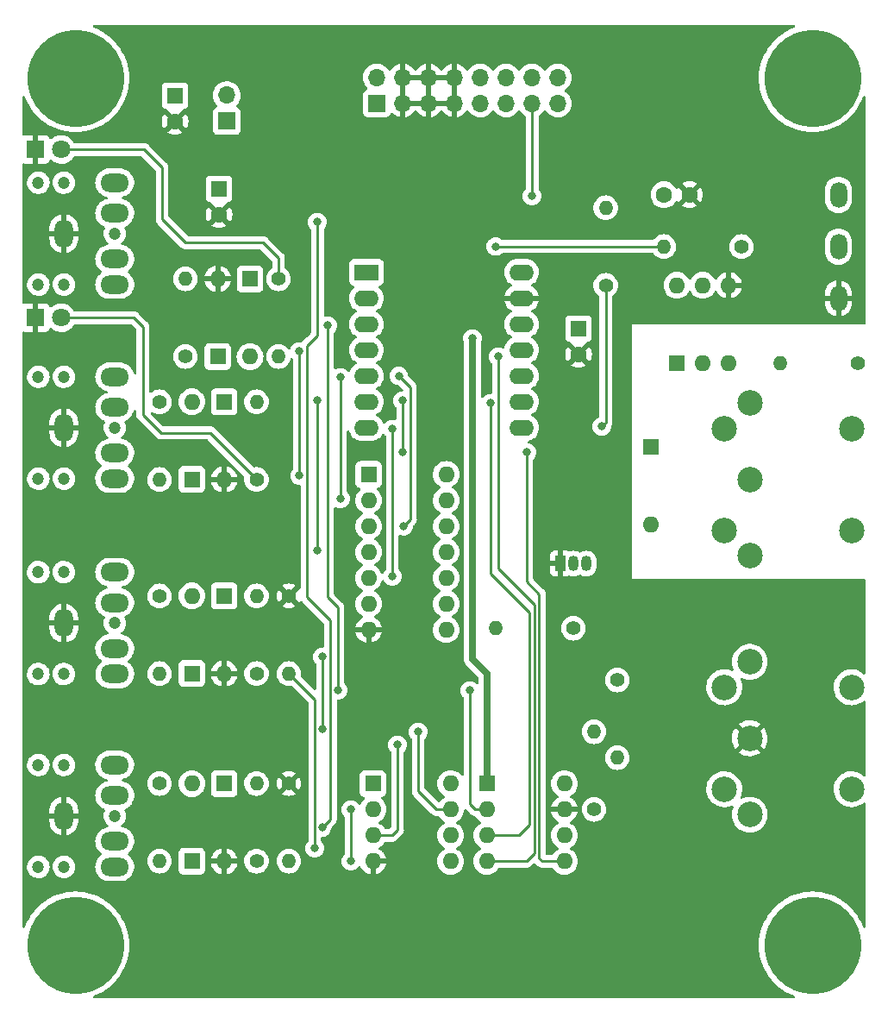
<source format=gbl>
%TF.GenerationSoftware,KiCad,Pcbnew,(6.0.1)*%
%TF.CreationDate,2022-09-22T15:31:26-04:00*%
%TF.ProjectId,SYNTH-MIDI-CV-01,53594e54-482d-44d4-9944-492d43562d30,1*%
%TF.SameCoordinates,Original*%
%TF.FileFunction,Copper,L2,Bot*%
%TF.FilePolarity,Positive*%
%FSLAX46Y46*%
G04 Gerber Fmt 4.6, Leading zero omitted, Abs format (unit mm)*
G04 Created by KiCad (PCBNEW (6.0.1)) date 2022-09-22 15:31:26*
%MOMM*%
%LPD*%
G01*
G04 APERTURE LIST*
%TA.AperFunction,ComponentPad*%
%ADD10R,1.800000X1.800000*%
%TD*%
%TA.AperFunction,ComponentPad*%
%ADD11C,1.800000*%
%TD*%
%TA.AperFunction,ComponentPad*%
%ADD12C,1.400000*%
%TD*%
%TA.AperFunction,ComponentPad*%
%ADD13O,1.400000X1.400000*%
%TD*%
%TA.AperFunction,ComponentPad*%
%ADD14R,1.600000X1.600000*%
%TD*%
%TA.AperFunction,ComponentPad*%
%ADD15O,1.600000X1.600000*%
%TD*%
%TA.AperFunction,ComponentPad*%
%ADD16R,1.050000X1.500000*%
%TD*%
%TA.AperFunction,ComponentPad*%
%ADD17O,1.050000X1.500000*%
%TD*%
%TA.AperFunction,ComponentPad*%
%ADD18C,2.500000*%
%TD*%
%TA.AperFunction,ComponentPad*%
%ADD19C,1.200000*%
%TD*%
%TA.AperFunction,ComponentPad*%
%ADD20O,2.800000X1.800000*%
%TD*%
%TA.AperFunction,ComponentPad*%
%ADD21O,1.800000X2.800000*%
%TD*%
%TA.AperFunction,ComponentPad*%
%ADD22C,1.600000*%
%TD*%
%TA.AperFunction,ComponentPad*%
%ADD23C,9.525000*%
%TD*%
%TA.AperFunction,ComponentPad*%
%ADD24O,1.651000X2.540000*%
%TD*%
%TA.AperFunction,ComponentPad*%
%ADD25R,1.700000X1.700000*%
%TD*%
%TA.AperFunction,ComponentPad*%
%ADD26O,1.700000X1.700000*%
%TD*%
%TA.AperFunction,ComponentPad*%
%ADD27R,2.400000X1.600000*%
%TD*%
%TA.AperFunction,ComponentPad*%
%ADD28O,2.400000X1.600000*%
%TD*%
%TA.AperFunction,ViaPad*%
%ADD29C,0.800000*%
%TD*%
%TA.AperFunction,Conductor*%
%ADD30C,0.250000*%
%TD*%
%TA.AperFunction,Conductor*%
%ADD31C,0.254000*%
%TD*%
%TA.AperFunction,Conductor*%
%ADD32C,0.635000*%
%TD*%
G04 APERTURE END LIST*
D10*
%TO.P,DS1,1,K*%
%TO.N,GND*%
X88133000Y-35560000D03*
D11*
%TO.P,DS1,2,A*%
%TO.N,Net-(R3-Pad1)*%
X90673000Y-35560000D03*
%TD*%
D10*
%TO.P,DS2,1,K*%
%TO.N,GND*%
X88133000Y-52070000D03*
D11*
%TO.P,DS2,2,A*%
%TO.N,Net-(R5-Pad1)*%
X90673000Y-52070000D03*
%TD*%
D12*
%TO.P,R3,1*%
%TO.N,Net-(R3-Pad1)*%
X112014000Y-48260000D03*
D13*
%TO.P,R3,2*%
%TO.N,/GATE_I*%
X112014000Y-55880000D03*
%TD*%
D12*
%TO.P,R5,1*%
%TO.N,Net-(R5-Pad1)*%
X109855000Y-67945000D03*
D13*
%TO.P,R5,2*%
%TO.N,/CLK_I*%
X109855000Y-60325000D03*
%TD*%
D12*
%TO.P,R12,1*%
%TO.N,Net-(J6-Pad4)*%
X145288000Y-87630000D03*
D13*
%TO.P,R12,2*%
%TO.N,+5V*%
X145288000Y-95250000D03*
%TD*%
D14*
%TO.P,U4,1*%
%TO.N,/GATE*%
X120870000Y-67450000D03*
D15*
%TO.P,U4,2*%
%TO.N,/GATE_I*%
X120870000Y-69990000D03*
%TO.P,U4,3*%
%TO.N,/CLK*%
X120870000Y-72530000D03*
%TO.P,U4,4*%
%TO.N,/CLK_I*%
X120870000Y-75070000D03*
%TO.P,U4,5*%
%TO.N,Net-(U2-Pad7)*%
X120870000Y-77610000D03*
%TO.P,U4,6*%
%TO.N,Net-(R11-Pad2)*%
X120870000Y-80150000D03*
%TO.P,U4,7,GND*%
%TO.N,GND*%
X120870000Y-82690000D03*
%TO.P,U4,8*%
%TO.N,unconnected-(U4-Pad8)*%
X128490000Y-82690000D03*
%TO.P,U4,9*%
%TO.N,+5V*%
X128490000Y-80150000D03*
%TO.P,U4,10*%
%TO.N,unconnected-(U4-Pad10)*%
X128490000Y-77610000D03*
%TO.P,U4,11*%
%TO.N,+5V*%
X128490000Y-75070000D03*
%TO.P,U4,12*%
%TO.N,unconnected-(U4-Pad12)*%
X128490000Y-72530000D03*
%TO.P,U4,13*%
%TO.N,+5V*%
X128490000Y-69990000D03*
%TO.P,U4,14,VCC*%
X128490000Y-67450000D03*
%TD*%
D12*
%TO.P,R11,1*%
%TO.N,Net-(Q1-Pad2)*%
X140970000Y-82550000D03*
D13*
%TO.P,R11,2*%
%TO.N,Net-(R11-Pad2)*%
X133350000Y-82550000D03*
%TD*%
D12*
%TO.P,R13,1*%
%TO.N,Net-(J6-Pad5)*%
X143002000Y-100330000D03*
D13*
%TO.P,R13,2*%
%TO.N,Net-(Q1-Pad3)*%
X143002000Y-92710000D03*
%TD*%
D16*
%TO.P,Q1,1,E*%
%TO.N,GND*%
X139700000Y-76200000D03*
D17*
%TO.P,Q1,2,B*%
%TO.N,Net-(Q1-Pad2)*%
X140970000Y-76200000D03*
%TO.P,Q1,3,C*%
%TO.N,Net-(Q1-Pad3)*%
X142240000Y-76200000D03*
%TD*%
D14*
%TO.P,U6,1,Vdd*%
%TO.N,+3V3*%
X132471000Y-97800000D03*
D15*
%TO.P,U6,2,~{CS}*%
%TO.N,Net-(U6-Pad2)*%
X132471000Y-100340000D03*
%TO.P,U6,3,SCK*%
%TO.N,Net-(U2-Pad9)*%
X132471000Y-102880000D03*
%TO.P,U6,4,SDI*%
%TO.N,Net-(U2-Pad11)*%
X132471000Y-105420000D03*
%TO.P,U6,5,~{LDAC}*%
%TO.N,Net-(U2-Pad6)*%
X140091000Y-105420000D03*
%TO.P,U6,6,VB*%
%TO.N,Net-(U6-Pad6)*%
X140091000Y-102880000D03*
%TO.P,U6,7,Vss*%
%TO.N,GND*%
X140091000Y-100340000D03*
%TO.P,U6,8,VA*%
%TO.N,Net-(U5-Pad3)*%
X140091000Y-97800000D03*
%TD*%
D12*
%TO.P,R14,1*%
%TO.N,Net-(D8-Pad2)*%
X100330000Y-97790000D03*
D13*
%TO.P,R14,2*%
%TO.N,/CV_OUT*%
X100330000Y-105410000D03*
%TD*%
D12*
%TO.P,R8,1*%
%TO.N,Net-(D6-Pad2)*%
X100330000Y-79375000D03*
D13*
%TO.P,R8,2*%
%TO.N,/MOD_OUT*%
X100330000Y-86995000D03*
%TD*%
D18*
%TO.P,J6,1*%
%TO.N,unconnected-(J6-Pad1)*%
X158290000Y-85845000D03*
%TO.P,J6,2*%
%TO.N,GND*%
X158290000Y-93345000D03*
%TO.P,J6,3*%
%TO.N,unconnected-(J6-Pad3)*%
X158290000Y-100845000D03*
%TO.P,J6,4*%
%TO.N,Net-(J6-Pad4)*%
X155790000Y-88345000D03*
%TO.P,J6,5*%
%TO.N,Net-(J6-Pad5)*%
X155790000Y-98345000D03*
%TO.P,J6,6*%
%TO.N,N/C*%
X168290000Y-98345000D03*
X168290000Y-88345000D03*
%TD*%
%TO.P,J4,1*%
%TO.N,unconnected-(J4-Pad1)*%
X158290000Y-60445000D03*
%TO.P,J4,2*%
%TO.N,unconnected-(J4-Pad2)*%
X158290000Y-67945000D03*
%TO.P,J4,3*%
%TO.N,unconnected-(J4-Pad3)*%
X158290000Y-75445000D03*
%TO.P,J4,4*%
%TO.N,/MIDI_IN*%
X155790000Y-62945000D03*
%TO.P,J4,5*%
%TO.N,Net-(J4-Pad5)*%
X155790000Y-72945000D03*
%TO.P,J4,6*%
%TO.N,N/C*%
X168290000Y-72945000D03*
X168290000Y-62945000D03*
%TD*%
D13*
%TO.P,R7,2*%
%TO.N,/CLK_OUT*%
X100330000Y-67945000D03*
D12*
%TO.P,R7,1*%
%TO.N,/CLK_I*%
X100330000Y-60325000D03*
%TD*%
D13*
%TO.P,R4,2*%
%TO.N,/GATE_OUT*%
X102870000Y-48260000D03*
D12*
%TO.P,R4,1*%
%TO.N,/GATE_I*%
X102870000Y-55880000D03*
%TD*%
D13*
%TO.P,R1,2*%
%TO.N,+3V3*%
X144145000Y-41275000D03*
D12*
%TO.P,R1,1*%
%TO.N,/RXD*%
X144145000Y-48895000D03*
%TD*%
D15*
%TO.P,D4,2,A*%
%TO.N,GND*%
X106680000Y-67945000D03*
D14*
%TO.P,D4,1,K*%
%TO.N,/CLK_I*%
X106680000Y-60325000D03*
%TD*%
D15*
%TO.P,D3,2,A*%
%TO.N,/CLK_I*%
X103505000Y-60325000D03*
D14*
%TO.P,D3,1,K*%
%TO.N,+5V*%
X103505000Y-67945000D03*
%TD*%
D15*
%TO.P,D1,2,A*%
%TO.N,GND*%
X106045000Y-48260000D03*
D14*
%TO.P,D1,1,K*%
%TO.N,/GATE_I*%
X106045000Y-55880000D03*
%TD*%
D15*
%TO.P,D2,2,A*%
%TO.N,/GATE_I*%
X109220000Y-55880000D03*
D14*
%TO.P,D2,1,K*%
%TO.N,+5V*%
X109220000Y-48260000D03*
%TD*%
D15*
%TO.P,D5,2,A*%
%TO.N,Net-(J4-Pad5)*%
X148590000Y-72390000D03*
D14*
%TO.P,D5,1,K*%
%TO.N,Net-(R6-Pad2)*%
X148590000Y-64770000D03*
%TD*%
%TO.P,U3,1*%
%TO.N,Net-(R6-Pad2)*%
X151145000Y-56505000D03*
D15*
%TO.P,U3,2*%
%TO.N,Net-(J4-Pad5)*%
X153685000Y-56505000D03*
%TO.P,U3,3,NC*%
%TO.N,unconnected-(U3-Pad3)*%
X156225000Y-56505000D03*
%TO.P,U3,4*%
%TO.N,GND*%
X156225000Y-48885000D03*
%TO.P,U3,5*%
%TO.N,/RXD*%
X153685000Y-48885000D03*
%TO.P,U3,6*%
%TO.N,unconnected-(U3-Pad6)*%
X151145000Y-48885000D03*
%TD*%
D19*
%TO.P,J5,90*%
%TO.N,N/C*%
X88432000Y-77042000D03*
X88432000Y-87042000D03*
X90932000Y-77042000D03*
X95932000Y-82042000D03*
X90932000Y-87042000D03*
D20*
%TO.P,J5,R*%
%TO.N,unconnected-(J5-PadR)*%
X95932000Y-77042000D03*
%TO.P,J5,RN*%
%TO.N,N/C*%
X95932000Y-80042000D03*
D21*
%TO.P,J5,S*%
%TO.N,GND*%
X90932000Y-82042000D03*
D20*
%TO.P,J5,T*%
%TO.N,/MOD_OUT*%
X95932000Y-87042000D03*
%TO.P,J5,TN*%
%TO.N,N/C*%
X95932000Y-84542000D03*
%TD*%
D14*
%TO.P,C3,1*%
%TO.N,+5V*%
X106172000Y-39434888D03*
D22*
%TO.P,C3,2*%
%TO.N,GND*%
X106172000Y-41934888D03*
%TD*%
%TO.P,C2,2*%
%TO.N,GND*%
X141478000Y-55650888D03*
D14*
%TO.P,C2,1*%
%TO.N,+3V3*%
X141478000Y-53150888D03*
%TD*%
%TO.P,D9,1,K*%
%TO.N,Net-(D8-Pad2)*%
X106680000Y-97790000D03*
D15*
%TO.P,D9,2,A*%
%TO.N,GND*%
X106680000Y-105410000D03*
%TD*%
D23*
%TO.P,MTG2,1*%
%TO.N,N/C*%
X92075000Y-113665000D03*
%TD*%
D24*
%TO.P,RV1,1,1*%
%TO.N,+3V3*%
X167005000Y-40010000D03*
%TO.P,RV1,2,2*%
%TO.N,Net-(R2-Pad1)*%
X167005000Y-45090000D03*
%TO.P,RV1,3,3*%
%TO.N,GND*%
X167005000Y-50170000D03*
%TD*%
D23*
%TO.P,MTG3,1*%
%TO.N,N/C*%
X164465000Y-28575000D03*
%TD*%
D12*
%TO.P,R6,1*%
%TO.N,/MIDI_IN*%
X168910000Y-56515000D03*
D13*
%TO.P,R6,2*%
%TO.N,Net-(R6-Pad2)*%
X161290000Y-56515000D03*
%TD*%
D12*
%TO.P,R15,1*%
%TO.N,Net-(U5-Pad2)*%
X109855000Y-105410000D03*
D13*
%TO.P,R15,2*%
%TO.N,Net-(D8-Pad2)*%
X109855000Y-97790000D03*
%TD*%
D19*
%TO.P,J3,90*%
%TO.N,N/C*%
X88432000Y-67865000D03*
X95932000Y-62865000D03*
X88432000Y-57865000D03*
X90932000Y-57865000D03*
X90932000Y-67865000D03*
D20*
%TO.P,J3,R*%
%TO.N,unconnected-(J3-PadR)*%
X95932000Y-57865000D03*
%TO.P,J3,RN*%
%TO.N,N/C*%
X95932000Y-60865000D03*
D21*
%TO.P,J3,S*%
%TO.N,GND*%
X90932000Y-62865000D03*
D20*
%TO.P,J3,T*%
%TO.N,/CLK_OUT*%
X95932000Y-67865000D03*
%TO.P,J3,TN*%
%TO.N,N/C*%
X95932000Y-65365000D03*
%TD*%
D14*
%TO.P,D6,1,K*%
%TO.N,+5V*%
X103505000Y-86995000D03*
D15*
%TO.P,D6,2,A*%
%TO.N,Net-(D6-Pad2)*%
X103505000Y-79375000D03*
%TD*%
D12*
%TO.P,R9,1*%
%TO.N,Net-(R10-Pad2)*%
X109855000Y-86995000D03*
D13*
%TO.P,R9,2*%
%TO.N,Net-(D6-Pad2)*%
X109855000Y-79375000D03*
%TD*%
D14*
%TO.P,D8,1,K*%
%TO.N,+5V*%
X103505000Y-105410000D03*
D15*
%TO.P,D8,2,A*%
%TO.N,Net-(D8-Pad2)*%
X103505000Y-97790000D03*
%TD*%
D14*
%TO.P,U5,1,Q*%
%TO.N,Net-(D8-Pad2)*%
X121295000Y-97800000D03*
D15*
%TO.P,U5,2,-*%
%TO.N,Net-(U5-Pad2)*%
X121295000Y-100340000D03*
%TO.P,U5,3,+*%
%TO.N,Net-(U5-Pad3)*%
X121295000Y-102880000D03*
%TO.P,U5,4,VSS*%
%TO.N,GND*%
X121295000Y-105420000D03*
%TO.P,U5,5,+*%
%TO.N,Net-(U6-Pad6)*%
X128915000Y-105420000D03*
%TO.P,U5,6,-*%
%TO.N,Net-(R10-Pad2)*%
X128915000Y-102880000D03*
%TO.P,U5,7,Q*%
%TO.N,Net-(D6-Pad2)*%
X128915000Y-100340000D03*
%TO.P,U5,8,VDD*%
%TO.N,+5V*%
X128915000Y-97800000D03*
%TD*%
D12*
%TO.P,R10,1*%
%TO.N,GND*%
X113030000Y-79375000D03*
D13*
%TO.P,R10,2*%
%TO.N,Net-(R10-Pad2)*%
X113030000Y-86995000D03*
%TD*%
D14*
%TO.P,D7,1,K*%
%TO.N,Net-(D6-Pad2)*%
X106680000Y-79375000D03*
D15*
%TO.P,D7,2,A*%
%TO.N,GND*%
X106680000Y-86995000D03*
%TD*%
D25*
%TO.P,J1,1,Pin_1*%
%TO.N,unconnected-(J1-Pad1)*%
X121666000Y-31050000D03*
D26*
%TO.P,J1,2,Pin_2*%
%TO.N,unconnected-(J1-Pad2)*%
X121666000Y-28510000D03*
%TO.P,J1,3,Pin_3*%
%TO.N,GND*%
X124206000Y-31050000D03*
%TO.P,J1,4,Pin_4*%
X124206000Y-28510000D03*
%TO.P,J1,5,Pin_5*%
X126746000Y-31050000D03*
%TO.P,J1,6,Pin_6*%
X126746000Y-28510000D03*
%TO.P,J1,7,Pin_7*%
X129286000Y-31050000D03*
%TO.P,J1,8,Pin_8*%
X129286000Y-28510000D03*
%TO.P,J1,9,Pin_9*%
%TO.N,+12V*%
X131826000Y-31050000D03*
%TO.P,J1,10,Pin_10*%
X131826000Y-28510000D03*
%TO.P,J1,11,Pin_11*%
%TO.N,+5V*%
X134366000Y-31050000D03*
%TO.P,J1,12,Pin_12*%
X134366000Y-28510000D03*
%TO.P,J1,13,Pin_13*%
%TO.N,/CV_OUT*%
X136906000Y-31050000D03*
%TO.P,J1,14,Pin_14*%
X136906000Y-28510000D03*
%TO.P,J1,15,Pin_15*%
%TO.N,/GATE_OUT*%
X139446000Y-31050000D03*
%TO.P,J1,16,Pin_16*%
X139446000Y-28510000D03*
%TD*%
D12*
%TO.P,R2,1*%
%TO.N,Net-(R2-Pad1)*%
X157480000Y-45085000D03*
D13*
%TO.P,R2,2*%
%TO.N,/FREQ_POT*%
X149860000Y-45085000D03*
%TD*%
D27*
%TO.P,U2,1,D0/P26*%
%TO.N,/FREQ_POT*%
X120650000Y-47625000D03*
D28*
%TO.P,U2,2,D1/P27*%
%TO.N,unconnected-(U2-Pad2)*%
X120650000Y-50165000D03*
%TO.P,U2,3,D2/P28*%
%TO.N,Net-(U6-Pad2)*%
X120650000Y-52705000D03*
%TO.P,U2,4,D3/P29*%
%TO.N,/GATE*%
X120650000Y-55245000D03*
%TO.P,U2,5,D4/SDA/P6*%
%TO.N,/CLK*%
X120650000Y-57785000D03*
%TO.P,U2,6,D5/SCL/P7*%
%TO.N,Net-(U2-Pad6)*%
X120650000Y-60325000D03*
%TO.P,U2,7,D6/TX/P0*%
%TO.N,Net-(U2-Pad7)*%
X120650000Y-62865000D03*
%TO.P,U2,8,D7/RX/P1*%
%TO.N,/RXD*%
X135890000Y-62865000D03*
%TO.P,U2,9,D8/SCK/P2*%
%TO.N,Net-(U2-Pad9)*%
X135890000Y-60325000D03*
%TO.P,U2,10,D9/MISO/P4*%
%TO.N,unconnected-(U2-Pad10)*%
X135890000Y-57785000D03*
%TO.P,U2,11,D10/MOSI/P3*%
%TO.N,Net-(U2-Pad11)*%
X135890000Y-55245000D03*
%TO.P,U2,12,3.3V*%
%TO.N,+3V3*%
X135890000Y-52705000D03*
%TO.P,U2,13,GND*%
%TO.N,GND*%
X135890000Y-50165000D03*
%TO.P,U2,14,5V*%
%TO.N,+5V*%
X135890000Y-47625000D03*
%TD*%
D25*
%TO.P,H1,1,Pin_1*%
%TO.N,+5V*%
X106934000Y-32771000D03*
D26*
%TO.P,H1,2,Pin_2*%
%TO.N,Net-(C1-Pad1)*%
X106934000Y-30231000D03*
%TD*%
D23*
%TO.P,MTG4,1*%
%TO.N,N/C*%
X164465000Y-113665000D03*
%TD*%
%TO.P,MTG1,1*%
%TO.N,N/C*%
X92075000Y-28575000D03*
%TD*%
D12*
%TO.P,R16,1*%
%TO.N,GND*%
X113030000Y-97790000D03*
D13*
%TO.P,R16,2*%
%TO.N,Net-(U5-Pad2)*%
X113030000Y-105410000D03*
%TD*%
D19*
%TO.P,J2,90*%
%TO.N,N/C*%
X88432000Y-38815000D03*
X90932000Y-38815000D03*
X95932000Y-43815000D03*
X90932000Y-48815000D03*
X88432000Y-48815000D03*
D20*
%TO.P,J2,R*%
%TO.N,unconnected-(J2-PadR)*%
X95932000Y-38815000D03*
%TO.P,J2,RN*%
%TO.N,N/C*%
X95932000Y-41815000D03*
D21*
%TO.P,J2,S*%
%TO.N,GND*%
X90932000Y-43815000D03*
D20*
%TO.P,J2,T*%
%TO.N,/GATE_OUT*%
X95932000Y-48815000D03*
%TO.P,J2,TN*%
%TO.N,N/C*%
X95932000Y-46315000D03*
%TD*%
D14*
%TO.P,C1,1*%
%TO.N,Net-(C1-Pad1)*%
X101854000Y-30290888D03*
D22*
%TO.P,C1,2*%
%TO.N,GND*%
X101854000Y-32790888D03*
%TD*%
D19*
%TO.P,J7,90*%
%TO.N,N/C*%
X90932000Y-95965000D03*
X88432000Y-95965000D03*
X90932000Y-105965000D03*
X95932000Y-100965000D03*
X88432000Y-105965000D03*
D20*
%TO.P,J7,R*%
%TO.N,unconnected-(J7-PadR)*%
X95932000Y-95965000D03*
%TO.P,J7,RN*%
%TO.N,N/C*%
X95932000Y-98965000D03*
D21*
%TO.P,J7,S*%
%TO.N,GND*%
X90932000Y-100965000D03*
D20*
%TO.P,J7,T*%
%TO.N,/CV_OUT*%
X95932000Y-105965000D03*
%TO.P,J7,TN*%
%TO.N,N/C*%
X95932000Y-103465000D03*
%TD*%
D22*
%TO.P,C4,1*%
%TO.N,/FREQ_POT*%
X149880000Y-40005000D03*
%TO.P,C4,2*%
%TO.N,GND*%
X152380000Y-40005000D03*
%TD*%
D29*
%TO.N,Net-(D6-Pad2)*%
X116332000Y-92456000D03*
%TO.N,/GATE_I*%
X118110000Y-57912000D03*
%TO.N,Net-(U6-Pad2)*%
X130810000Y-88646000D03*
X117856000Y-88646000D03*
%TO.N,Net-(U5-Pad3)*%
X123698000Y-93980000D03*
%TO.N,Net-(D6-Pad2)*%
X125730000Y-92710000D03*
%TO.N,/RXD*%
X143764000Y-62738000D03*
%TO.N,Net-(U2-Pad11)*%
X133604000Y-55880000D03*
%TO.N,+3V3*%
X131064000Y-54102000D03*
%TO.N,/CLK*%
X124320000Y-72530000D03*
X123825000Y-57785000D03*
%TO.N,Net-(U2-Pad6)*%
X124206000Y-60198000D03*
%TO.N,/GATE*%
X114046000Y-55372000D03*
X114081500Y-67564000D03*
%TO.N,Net-(U2-Pad7)*%
X123190000Y-77470000D03*
X123190000Y-62992000D03*
%TO.N,/CV_OUT*%
X116294500Y-102108000D03*
X115824000Y-42672000D03*
X136906000Y-40132000D03*
%TO.N,Net-(U5-Pad2)*%
X119126000Y-105410000D03*
X119116000Y-100340000D03*
%TO.N,/CLK_I*%
X115824000Y-74930000D03*
X115824000Y-60198000D03*
%TO.N,Net-(U2-Pad9)*%
X132842000Y-60452000D03*
%TO.N,Net-(U2-Pad6)*%
X124206000Y-65278000D03*
X136398000Y-65278000D03*
%TO.N,Net-(D6-Pad2)*%
X116332000Y-85344000D03*
%TO.N,Net-(U6-Pad2)*%
X116840000Y-52832000D03*
%TO.N,/GATE_I*%
X118110000Y-69850000D03*
%TO.N,Net-(R10-Pad2)*%
X115570000Y-104140000D03*
%TO.N,/FREQ_POT*%
X133350000Y-45085000D03*
%TO.N,GND*%
X111238000Y-38622000D03*
%TD*%
D30*
%TO.N,Net-(R5-Pad1)*%
X98679000Y-61595000D02*
X100457000Y-63373000D01*
X98679000Y-52959000D02*
X98679000Y-61595000D01*
X100457000Y-63373000D02*
X105283000Y-63373000D01*
X97790000Y-52070000D02*
X98679000Y-52959000D01*
X90673000Y-52070000D02*
X97790000Y-52070000D01*
X105283000Y-63373000D02*
X109855000Y-67945000D01*
%TO.N,Net-(R3-Pad1)*%
X112014000Y-46228000D02*
X110490000Y-44704000D01*
X102870000Y-44704000D02*
X110490000Y-44704000D01*
X112014000Y-48260000D02*
X112014000Y-46228000D01*
X98806000Y-35560000D02*
X90673000Y-35560000D01*
X100584000Y-42418000D02*
X100584000Y-37338000D01*
X102870000Y-44704000D02*
X100584000Y-42418000D01*
X100584000Y-37338000D02*
X98806000Y-35560000D01*
D31*
%TO.N,/CV_OUT*%
X115824000Y-53848000D02*
X115824000Y-42672000D01*
X117094000Y-81788000D02*
X114808000Y-79502000D01*
X117094000Y-101308500D02*
X117094000Y-81788000D01*
X116294500Y-102108000D02*
X117094000Y-101308500D01*
X114808000Y-79502000D02*
X114808000Y-54864000D01*
X114808000Y-54864000D02*
X115824000Y-53848000D01*
D30*
%TO.N,Net-(U6-Pad2)*%
X117856000Y-80518000D02*
X116840000Y-79502000D01*
X117856000Y-88646000D02*
X117856000Y-80518000D01*
X116840000Y-79502000D02*
X116840000Y-52832000D01*
%TO.N,Net-(D6-Pad2)*%
X116332000Y-85344000D02*
X116332000Y-92456000D01*
%TO.N,/GATE_I*%
X118110000Y-57912000D02*
X118110000Y-69850000D01*
%TO.N,Net-(U6-Pad2)*%
X130810000Y-99822000D02*
X130810000Y-88646000D01*
%TO.N,Net-(U2-Pad9)*%
X132842000Y-77216000D02*
X132842000Y-60452000D01*
X135626000Y-102880000D02*
X136651989Y-101854011D01*
X136651989Y-101854011D02*
X136651989Y-81025989D01*
X132471000Y-102880000D02*
X135626000Y-102880000D01*
X136651989Y-81025989D02*
X132842000Y-77216000D01*
%TO.N,Net-(U2-Pad6)*%
X136398000Y-77978000D02*
X137609520Y-79189520D01*
X136398000Y-65278000D02*
X136398000Y-77978000D01*
X137609520Y-105097520D02*
X137609520Y-79189520D01*
%TO.N,Net-(U2-Pad11)*%
X136388000Y-105420000D02*
X132471000Y-105420000D01*
X137160000Y-104648000D02*
X136388000Y-105420000D01*
X137160000Y-80264000D02*
X137160000Y-104648000D01*
X133604000Y-55880000D02*
X133604000Y-76708000D01*
X133604000Y-76708000D02*
X137160000Y-80264000D01*
%TO.N,Net-(U5-Pad3)*%
X123698000Y-102362000D02*
X123698000Y-93980000D01*
X123180000Y-102880000D02*
X123698000Y-102362000D01*
X121295000Y-102880000D02*
X123180000Y-102880000D01*
%TO.N,Net-(U2-Pad6)*%
X137932000Y-105420000D02*
X137609520Y-105097520D01*
X140091000Y-105420000D02*
X137932000Y-105420000D01*
D32*
%TO.N,+3V3*%
X132471000Y-87005000D02*
X131064000Y-85598000D01*
X131064000Y-54102000D02*
X131064000Y-85598000D01*
X132471000Y-97800000D02*
X132471000Y-87005000D01*
D30*
%TO.N,Net-(D6-Pad2)*%
X125730000Y-98552000D02*
X125730000Y-92710000D01*
X127518000Y-100340000D02*
X125730000Y-98552000D01*
X128915000Y-100340000D02*
X127518000Y-100340000D01*
%TO.N,Net-(U6-Pad2)*%
X130810000Y-99822000D02*
X131328000Y-100340000D01*
X131328000Y-100340000D02*
X132471000Y-100340000D01*
%TO.N,/RXD*%
X144145000Y-62357000D02*
X144145000Y-48895000D01*
X143764000Y-62738000D02*
X144145000Y-62357000D01*
%TO.N,/CLK*%
X124968000Y-71882000D02*
X124320000Y-72530000D01*
X124968000Y-58928000D02*
X124968000Y-71882000D01*
X123825000Y-57785000D02*
X124968000Y-58928000D01*
%TO.N,Net-(U2-Pad6)*%
X124206000Y-60198000D02*
X124206000Y-65278000D01*
%TO.N,/GATE*%
X114081500Y-55407500D02*
X114046000Y-55372000D01*
X114081500Y-67564000D02*
X114081500Y-55407500D01*
%TO.N,Net-(U2-Pad7)*%
X123190000Y-77470000D02*
X123190000Y-62992000D01*
D31*
%TO.N,/CV_OUT*%
X136906000Y-31050000D02*
X136906000Y-40132000D01*
D30*
%TO.N,Net-(U5-Pad2)*%
X119126000Y-105410000D02*
X119126000Y-100350000D01*
X119126000Y-100350000D02*
X119116000Y-100340000D01*
%TO.N,/CLK_I*%
X115824000Y-60198000D02*
X115824000Y-74930000D01*
%TO.N,Net-(R10-Pad2)*%
X115570000Y-89535000D02*
X113030000Y-86995000D01*
X115570000Y-104140000D02*
X115570000Y-89535000D01*
%TO.N,/FREQ_POT*%
X149860000Y-45085000D02*
X133350000Y-45085000D01*
%TD*%
%TA.AperFunction,Conductor*%
%TO.N,GND*%
G36*
X162700219Y-23388002D02*
G01*
X162746712Y-23441658D01*
X162756816Y-23511932D01*
X162727322Y-23576512D01*
X162669986Y-23614168D01*
X162660494Y-23617161D01*
X162235257Y-23793300D01*
X161826989Y-24005831D01*
X161438798Y-24253136D01*
X161199853Y-24436485D01*
X161075806Y-24531669D01*
X161075800Y-24531674D01*
X161073638Y-24533333D01*
X160734289Y-24844289D01*
X160423333Y-25183638D01*
X160143136Y-25548798D01*
X159895831Y-25936989D01*
X159683300Y-26345257D01*
X159507161Y-26770494D01*
X159506335Y-26773113D01*
X159506332Y-26773122D01*
X159373542Y-27194280D01*
X159368754Y-27209465D01*
X159269133Y-27658828D01*
X159209055Y-28115164D01*
X159208935Y-28117913D01*
X159208934Y-28117924D01*
X159201311Y-28292522D01*
X159188978Y-28575000D01*
X159189098Y-28577748D01*
X159208050Y-29011811D01*
X159209055Y-29034836D01*
X159232942Y-29216277D01*
X159268616Y-29487242D01*
X159269133Y-29491172D01*
X159368754Y-29940535D01*
X159369582Y-29943160D01*
X159369583Y-29943165D01*
X159504649Y-30371538D01*
X159507161Y-30379506D01*
X159616480Y-30643425D01*
X159679679Y-30796000D01*
X159683300Y-30804743D01*
X159895831Y-31213011D01*
X160143136Y-31601202D01*
X160298200Y-31803285D01*
X160411953Y-31951531D01*
X160423333Y-31966362D01*
X160734289Y-32305711D01*
X161073638Y-32616667D01*
X161075800Y-32618326D01*
X161075806Y-32618331D01*
X161199853Y-32713515D01*
X161438798Y-32896864D01*
X161826989Y-33144169D01*
X162235257Y-33356700D01*
X162660494Y-33532839D01*
X162663114Y-33533665D01*
X162663122Y-33533668D01*
X163096835Y-33670417D01*
X163096840Y-33670418D01*
X163099465Y-33671246D01*
X163548828Y-33770867D01*
X163551548Y-33771225D01*
X163551553Y-33771226D01*
X163722423Y-33793721D01*
X164005164Y-33830945D01*
X164007913Y-33831065D01*
X164007924Y-33831066D01*
X164462252Y-33850902D01*
X164465000Y-33851022D01*
X164467748Y-33850902D01*
X164922076Y-33831066D01*
X164922087Y-33831065D01*
X164924836Y-33830945D01*
X165207577Y-33793721D01*
X165378447Y-33771226D01*
X165378452Y-33771225D01*
X165381172Y-33770867D01*
X165830535Y-33671246D01*
X165833160Y-33670418D01*
X165833165Y-33670417D01*
X166266878Y-33533668D01*
X166266886Y-33533665D01*
X166269506Y-33532839D01*
X166694743Y-33356700D01*
X167103011Y-33144169D01*
X167491202Y-32896864D01*
X167730147Y-32713515D01*
X167854194Y-32618331D01*
X167854200Y-32618326D01*
X167856362Y-32616667D01*
X168195711Y-32305711D01*
X168506667Y-31966362D01*
X168518048Y-31951531D01*
X168631800Y-31803285D01*
X168786864Y-31601202D01*
X169034169Y-31213011D01*
X169246700Y-30804743D01*
X169250322Y-30796000D01*
X169313520Y-30643425D01*
X169422839Y-30379506D01*
X169425832Y-30370014D01*
X169465391Y-30311061D01*
X169530544Y-30282854D01*
X169600604Y-30294348D01*
X169653327Y-30341895D01*
X169672000Y-30407902D01*
X169672000Y-52579000D01*
X169651998Y-52647121D01*
X169598342Y-52693614D01*
X169546000Y-52705000D01*
X146685000Y-52705000D01*
X146685000Y-77724000D01*
X169546000Y-77724000D01*
X169614121Y-77744002D01*
X169660614Y-77797658D01*
X169672000Y-77850000D01*
X169672000Y-86939134D01*
X169651998Y-87007255D01*
X169598342Y-87053748D01*
X169528068Y-87063852D01*
X169459667Y-87030909D01*
X169457025Y-87028423D01*
X169399763Y-86974557D01*
X169214924Y-86846329D01*
X169188851Y-86828241D01*
X169188848Y-86828239D01*
X169185009Y-86825576D01*
X169168053Y-86817214D01*
X168954781Y-86712040D01*
X168954776Y-86712038D01*
X168950593Y-86709975D01*
X168936851Y-86705576D01*
X168706123Y-86631720D01*
X168701665Y-86630293D01*
X168443693Y-86588279D01*
X168329942Y-86586790D01*
X168187022Y-86584919D01*
X168187019Y-86584919D01*
X168182345Y-86584858D01*
X167923362Y-86620104D01*
X167672433Y-86693243D01*
X167668180Y-86695203D01*
X167668179Y-86695204D01*
X167631659Y-86712040D01*
X167435072Y-86802668D01*
X167398596Y-86826583D01*
X167220404Y-86943410D01*
X167220399Y-86943414D01*
X167216491Y-86945976D01*
X167021494Y-87120018D01*
X166854363Y-87320970D01*
X166851934Y-87324973D01*
X166722672Y-87537991D01*
X166718771Y-87544419D01*
X166617697Y-87785455D01*
X166553359Y-88038783D01*
X166552891Y-88043434D01*
X166552890Y-88043438D01*
X166546777Y-88104148D01*
X166527173Y-88298839D01*
X166527397Y-88303500D01*
X166527397Y-88303511D01*
X166532270Y-88404963D01*
X166539713Y-88559908D01*
X166590704Y-88816256D01*
X166679026Y-89062252D01*
X166681242Y-89066376D01*
X166745753Y-89186437D01*
X166802737Y-89292491D01*
X166805532Y-89296234D01*
X166805534Y-89296237D01*
X166956330Y-89498177D01*
X166956335Y-89498183D01*
X166959122Y-89501915D01*
X166962431Y-89505195D01*
X166962436Y-89505201D01*
X167095315Y-89636925D01*
X167144743Y-89685923D01*
X167148505Y-89688681D01*
X167148508Y-89688684D01*
X167351750Y-89837707D01*
X167355524Y-89840474D01*
X167359667Y-89842654D01*
X167359669Y-89842655D01*
X167582684Y-89959989D01*
X167582689Y-89959991D01*
X167586834Y-89962172D01*
X167833590Y-90048344D01*
X167838183Y-90049216D01*
X168085785Y-90096224D01*
X168085788Y-90096224D01*
X168090374Y-90097095D01*
X168220959Y-90102226D01*
X168346875Y-90107174D01*
X168346881Y-90107174D01*
X168351543Y-90107357D01*
X168430977Y-90098657D01*
X168606707Y-90079412D01*
X168606712Y-90079411D01*
X168611360Y-90078902D01*
X168724116Y-90049216D01*
X168859594Y-90013548D01*
X168859596Y-90013547D01*
X168864117Y-90012357D01*
X169104262Y-89909182D01*
X169326519Y-89771646D01*
X169330082Y-89768629D01*
X169330087Y-89768626D01*
X169464588Y-89654762D01*
X169529504Y-89626013D01*
X169599657Y-89636925D01*
X169652775Y-89684032D01*
X169672000Y-89750929D01*
X169672000Y-96939134D01*
X169651998Y-97007255D01*
X169598342Y-97053748D01*
X169528068Y-97063852D01*
X169459667Y-97030909D01*
X169409655Y-96983862D01*
X169399763Y-96974557D01*
X169231085Y-96857540D01*
X169188851Y-96828241D01*
X169188848Y-96828239D01*
X169185009Y-96825576D01*
X169180816Y-96823508D01*
X168954781Y-96712040D01*
X168954778Y-96712039D01*
X168950593Y-96709975D01*
X168904449Y-96695204D01*
X168706123Y-96631720D01*
X168701665Y-96630293D01*
X168443693Y-96588279D01*
X168329942Y-96586790D01*
X168187022Y-96584919D01*
X168187019Y-96584919D01*
X168182345Y-96584858D01*
X167923362Y-96620104D01*
X167672433Y-96693243D01*
X167668180Y-96695203D01*
X167668179Y-96695204D01*
X167631659Y-96712040D01*
X167435072Y-96802668D01*
X167399287Y-96826130D01*
X167220404Y-96943410D01*
X167220399Y-96943414D01*
X167216491Y-96945976D01*
X167021494Y-97120018D01*
X166854363Y-97320970D01*
X166718771Y-97544419D01*
X166617697Y-97785455D01*
X166553359Y-98038783D01*
X166527173Y-98298839D01*
X166527397Y-98303505D01*
X166527397Y-98303511D01*
X166531867Y-98396558D01*
X166539713Y-98559908D01*
X166590704Y-98816256D01*
X166679026Y-99062252D01*
X166702380Y-99105716D01*
X166794461Y-99277088D01*
X166802737Y-99292491D01*
X166805532Y-99296234D01*
X166805534Y-99296237D01*
X166956330Y-99498177D01*
X166956335Y-99498183D01*
X166959122Y-99501915D01*
X166962431Y-99505195D01*
X166962436Y-99505201D01*
X167124691Y-99666045D01*
X167144743Y-99685923D01*
X167148505Y-99688681D01*
X167148508Y-99688684D01*
X167351750Y-99837707D01*
X167355524Y-99840474D01*
X167359667Y-99842654D01*
X167359669Y-99842655D01*
X167582684Y-99959989D01*
X167582689Y-99959991D01*
X167586834Y-99962172D01*
X167697415Y-100000789D01*
X167822351Y-100044419D01*
X167833590Y-100048344D01*
X167838183Y-100049216D01*
X168085785Y-100096224D01*
X168085788Y-100096224D01*
X168090374Y-100097095D01*
X168218643Y-100102135D01*
X168346875Y-100107174D01*
X168346881Y-100107174D01*
X168351543Y-100107357D01*
X168430977Y-100098657D01*
X168606707Y-100079412D01*
X168606712Y-100079411D01*
X168611360Y-100078902D01*
X168646517Y-100069646D01*
X168859594Y-100013548D01*
X168859596Y-100013547D01*
X168864117Y-100012357D01*
X168937575Y-99980797D01*
X169074686Y-99921889D01*
X169104262Y-99909182D01*
X169180741Y-99861856D01*
X169322547Y-99774104D01*
X169322548Y-99774104D01*
X169326519Y-99771646D01*
X169330082Y-99768629D01*
X169330087Y-99768626D01*
X169464588Y-99654762D01*
X169529504Y-99626013D01*
X169599657Y-99636925D01*
X169652775Y-99684032D01*
X169672000Y-99750929D01*
X169672000Y-111832098D01*
X169651998Y-111900219D01*
X169598342Y-111946712D01*
X169528068Y-111956816D01*
X169463488Y-111927322D01*
X169425832Y-111869986D01*
X169422839Y-111860494D01*
X169246700Y-111435257D01*
X169034169Y-111026989D01*
X168786864Y-110638798D01*
X168506667Y-110273638D01*
X168195711Y-109934289D01*
X167856362Y-109623333D01*
X167854200Y-109621674D01*
X167854194Y-109621669D01*
X167730147Y-109526485D01*
X167491202Y-109343136D01*
X167103011Y-109095831D01*
X166694743Y-108883300D01*
X166269506Y-108707161D01*
X166266886Y-108706335D01*
X166266878Y-108706332D01*
X165833165Y-108569583D01*
X165833160Y-108569582D01*
X165830535Y-108568754D01*
X165381172Y-108469133D01*
X165378452Y-108468775D01*
X165378447Y-108468774D01*
X165207577Y-108446279D01*
X164924836Y-108409055D01*
X164922087Y-108408935D01*
X164922076Y-108408934D01*
X164467748Y-108389098D01*
X164465000Y-108388978D01*
X164462252Y-108389098D01*
X164007924Y-108408934D01*
X164007913Y-108408935D01*
X164005164Y-108409055D01*
X163722423Y-108446279D01*
X163551553Y-108468774D01*
X163551548Y-108468775D01*
X163548828Y-108469133D01*
X163099465Y-108568754D01*
X163096840Y-108569582D01*
X163096835Y-108569583D01*
X162663122Y-108706332D01*
X162663114Y-108706335D01*
X162660494Y-108707161D01*
X162235257Y-108883300D01*
X161826989Y-109095831D01*
X161438798Y-109343136D01*
X161199853Y-109526485D01*
X161075806Y-109621669D01*
X161075800Y-109621674D01*
X161073638Y-109623333D01*
X160734289Y-109934289D01*
X160423333Y-110273638D01*
X160143136Y-110638798D01*
X159895831Y-111026989D01*
X159683300Y-111435257D01*
X159507161Y-111860494D01*
X159506335Y-111863113D01*
X159506332Y-111863122D01*
X159369583Y-112296835D01*
X159368754Y-112299465D01*
X159269133Y-112748828D01*
X159209055Y-113205164D01*
X159188978Y-113665000D01*
X159209055Y-114124836D01*
X159269133Y-114581172D01*
X159368754Y-115030535D01*
X159369582Y-115033160D01*
X159369583Y-115033165D01*
X159494636Y-115429781D01*
X159507161Y-115469506D01*
X159683300Y-115894743D01*
X159895831Y-116303011D01*
X160143136Y-116691202D01*
X160423333Y-117056362D01*
X160734289Y-117395711D01*
X161073638Y-117706667D01*
X161075800Y-117708326D01*
X161075806Y-117708331D01*
X161199853Y-117803515D01*
X161438798Y-117986864D01*
X161826989Y-118234169D01*
X162235257Y-118446700D01*
X162660494Y-118622839D01*
X162669986Y-118625832D01*
X162728939Y-118665391D01*
X162757146Y-118730544D01*
X162745652Y-118800604D01*
X162698105Y-118853327D01*
X162632098Y-118872000D01*
X93907902Y-118872000D01*
X93839781Y-118851998D01*
X93793288Y-118798342D01*
X93783184Y-118728068D01*
X93812678Y-118663488D01*
X93870014Y-118625832D01*
X93879506Y-118622839D01*
X94304743Y-118446700D01*
X94713011Y-118234169D01*
X95101202Y-117986864D01*
X95340147Y-117803515D01*
X95464194Y-117708331D01*
X95464200Y-117708326D01*
X95466362Y-117706667D01*
X95805711Y-117395711D01*
X96116667Y-117056362D01*
X96396864Y-116691202D01*
X96644169Y-116303011D01*
X96856700Y-115894743D01*
X97032839Y-115469506D01*
X97045365Y-115429781D01*
X97170417Y-115033165D01*
X97170418Y-115033160D01*
X97171246Y-115030535D01*
X97270867Y-114581172D01*
X97330945Y-114124836D01*
X97351022Y-113665000D01*
X97330945Y-113205164D01*
X97270867Y-112748828D01*
X97171246Y-112299465D01*
X97170417Y-112296835D01*
X97033668Y-111863122D01*
X97033665Y-111863113D01*
X97032839Y-111860494D01*
X96856700Y-111435257D01*
X96644169Y-111026989D01*
X96396864Y-110638798D01*
X96116667Y-110273638D01*
X95805711Y-109934289D01*
X95466362Y-109623333D01*
X95464200Y-109621674D01*
X95464194Y-109621669D01*
X95340147Y-109526485D01*
X95101202Y-109343136D01*
X94713011Y-109095831D01*
X94304743Y-108883300D01*
X93879506Y-108707161D01*
X93876886Y-108706335D01*
X93876878Y-108706332D01*
X93443165Y-108569583D01*
X93443160Y-108569582D01*
X93440535Y-108568754D01*
X92991172Y-108469133D01*
X92988452Y-108468775D01*
X92988447Y-108468774D01*
X92817577Y-108446279D01*
X92534836Y-108409055D01*
X92532087Y-108408935D01*
X92532076Y-108408934D01*
X92077748Y-108389098D01*
X92075000Y-108388978D01*
X92072252Y-108389098D01*
X91617924Y-108408934D01*
X91617913Y-108408935D01*
X91615164Y-108409055D01*
X91332423Y-108446279D01*
X91161553Y-108468774D01*
X91161548Y-108468775D01*
X91158828Y-108469133D01*
X90709465Y-108568754D01*
X90706840Y-108569582D01*
X90706835Y-108569583D01*
X90273122Y-108706332D01*
X90273114Y-108706335D01*
X90270494Y-108707161D01*
X89845257Y-108883300D01*
X89436989Y-109095831D01*
X89048798Y-109343136D01*
X88809853Y-109526485D01*
X88685806Y-109621669D01*
X88685800Y-109621674D01*
X88683638Y-109623333D01*
X88344289Y-109934289D01*
X88033333Y-110273638D01*
X87753136Y-110638798D01*
X87505831Y-111026989D01*
X87293300Y-111435257D01*
X87117161Y-111860494D01*
X87114168Y-111869986D01*
X87074609Y-111928939D01*
X87009456Y-111957146D01*
X86939396Y-111945652D01*
X86886673Y-111898105D01*
X86868000Y-111832098D01*
X86868000Y-105935859D01*
X87319132Y-105935859D01*
X87332457Y-106139151D01*
X87382605Y-106336610D01*
X87467898Y-106521624D01*
X87585479Y-106687997D01*
X87731410Y-106830157D01*
X87736206Y-106833362D01*
X87736209Y-106833364D01*
X87874264Y-106925609D01*
X87900803Y-106943342D01*
X87906106Y-106945620D01*
X87906109Y-106945622D01*
X87995115Y-106983862D01*
X88087987Y-107023763D01*
X88160817Y-107040243D01*
X88281055Y-107067450D01*
X88281060Y-107067451D01*
X88286692Y-107068725D01*
X88292463Y-107068952D01*
X88292465Y-107068952D01*
X88355470Y-107071427D01*
X88490263Y-107076723D01*
X88691883Y-107047490D01*
X88697347Y-107045635D01*
X88697352Y-107045634D01*
X88879327Y-106983862D01*
X88879332Y-106983860D01*
X88884799Y-106982004D01*
X88891201Y-106978419D01*
X89035877Y-106897396D01*
X89062551Y-106882458D01*
X89219186Y-106752186D01*
X89349458Y-106595551D01*
X89423191Y-106463891D01*
X89446180Y-106422842D01*
X89446181Y-106422840D01*
X89449004Y-106417799D01*
X89450860Y-106412332D01*
X89450862Y-106412327D01*
X89512634Y-106230352D01*
X89512635Y-106230347D01*
X89514490Y-106224883D01*
X89543723Y-106023263D01*
X89545249Y-105965000D01*
X89542571Y-105935859D01*
X89819132Y-105935859D01*
X89832457Y-106139151D01*
X89882605Y-106336610D01*
X89967898Y-106521624D01*
X90085479Y-106687997D01*
X90231410Y-106830157D01*
X90236206Y-106833362D01*
X90236209Y-106833364D01*
X90374264Y-106925609D01*
X90400803Y-106943342D01*
X90406106Y-106945620D01*
X90406109Y-106945622D01*
X90495115Y-106983862D01*
X90587987Y-107023763D01*
X90660817Y-107040243D01*
X90781055Y-107067450D01*
X90781060Y-107067451D01*
X90786692Y-107068725D01*
X90792463Y-107068952D01*
X90792465Y-107068952D01*
X90855470Y-107071427D01*
X90990263Y-107076723D01*
X91191883Y-107047490D01*
X91197347Y-107045635D01*
X91197352Y-107045634D01*
X91379327Y-106983862D01*
X91379332Y-106983860D01*
X91384799Y-106982004D01*
X91391201Y-106978419D01*
X91535877Y-106897396D01*
X91562551Y-106882458D01*
X91719186Y-106752186D01*
X91849458Y-106595551D01*
X91923191Y-106463891D01*
X91946180Y-106422842D01*
X91946181Y-106422840D01*
X91949004Y-106417799D01*
X91950860Y-106412332D01*
X91950862Y-106412327D01*
X92012634Y-106230352D01*
X92012635Y-106230347D01*
X92014490Y-106224883D01*
X92043723Y-106023263D01*
X92045249Y-105965000D01*
X92039131Y-105898411D01*
X94019977Y-105898411D01*
X94020177Y-105903740D01*
X94020177Y-105903741D01*
X94021383Y-105935859D01*
X94028945Y-106137274D01*
X94030040Y-106142492D01*
X94071871Y-106341856D01*
X94078030Y-106371211D01*
X94165829Y-106593533D01*
X94289832Y-106797883D01*
X94293329Y-106801913D01*
X94416055Y-106943342D01*
X94446493Y-106978419D01*
X94450619Y-106981802D01*
X94450623Y-106981806D01*
X94499013Y-107021483D01*
X94631333Y-107129978D01*
X94635969Y-107132617D01*
X94635972Y-107132619D01*
X94749386Y-107197178D01*
X94839066Y-107248227D01*
X95063753Y-107329784D01*
X95069002Y-107330733D01*
X95069005Y-107330734D01*
X95294885Y-107371580D01*
X95294893Y-107371581D01*
X95298969Y-107372318D01*
X95317359Y-107373185D01*
X95322544Y-107373430D01*
X95322551Y-107373430D01*
X95324032Y-107373500D01*
X96492012Y-107373500D01*
X96670175Y-107358383D01*
X96675339Y-107357043D01*
X96675343Y-107357042D01*
X96896375Y-107299673D01*
X96896380Y-107299671D01*
X96901540Y-107298332D01*
X97018636Y-107245584D01*
X97114619Y-107202347D01*
X97114622Y-107202346D01*
X97119480Y-107200157D01*
X97317762Y-107066666D01*
X97490718Y-106901674D01*
X97633402Y-106709900D01*
X97637898Y-106701058D01*
X97739314Y-106501586D01*
X97739314Y-106501585D01*
X97741733Y-106496828D01*
X97796542Y-106320316D01*
X97811032Y-106273651D01*
X97811033Y-106273645D01*
X97812616Y-106268548D01*
X97835917Y-106092749D01*
X97843323Y-106036873D01*
X97843323Y-106036869D01*
X97844023Y-106031589D01*
X97843711Y-106023263D01*
X97838832Y-105893332D01*
X97835055Y-105792726D01*
X97809276Y-105669865D01*
X97787067Y-105564016D01*
X97787066Y-105564013D01*
X97785970Y-105558789D01*
X97727211Y-105410000D01*
X99116884Y-105410000D01*
X99135314Y-105620655D01*
X99136738Y-105625968D01*
X99136738Y-105625970D01*
X99151617Y-105681497D01*
X99190044Y-105824910D01*
X99192366Y-105829891D01*
X99192367Y-105829892D01*
X99276295Y-106009875D01*
X99279411Y-106016558D01*
X99400699Y-106189776D01*
X99550224Y-106339301D01*
X99723442Y-106460589D01*
X99728420Y-106462910D01*
X99728423Y-106462912D01*
X99864445Y-106526340D01*
X99915090Y-106549956D01*
X99920398Y-106551378D01*
X99920400Y-106551379D01*
X100114030Y-106603262D01*
X100114032Y-106603262D01*
X100119345Y-106604686D01*
X100330000Y-106623116D01*
X100540655Y-106604686D01*
X100545968Y-106603262D01*
X100545970Y-106603262D01*
X100739600Y-106551379D01*
X100739602Y-106551378D01*
X100744910Y-106549956D01*
X100795555Y-106526340D01*
X100931577Y-106462912D01*
X100931580Y-106462910D01*
X100936558Y-106460589D01*
X101109776Y-106339301D01*
X101190943Y-106258134D01*
X102196500Y-106258134D01*
X102203255Y-106320316D01*
X102254385Y-106456705D01*
X102341739Y-106573261D01*
X102458295Y-106660615D01*
X102594684Y-106711745D01*
X102656866Y-106718500D01*
X104353134Y-106718500D01*
X104415316Y-106711745D01*
X104551705Y-106660615D01*
X104668261Y-106573261D01*
X104755615Y-106456705D01*
X104806745Y-106320316D01*
X104813500Y-106258134D01*
X104813500Y-105676522D01*
X105397273Y-105676522D01*
X105444764Y-105853761D01*
X105448510Y-105864053D01*
X105540586Y-106061511D01*
X105546069Y-106071007D01*
X105671028Y-106249467D01*
X105678084Y-106257875D01*
X105832125Y-106411916D01*
X105840533Y-106418972D01*
X106018993Y-106543931D01*
X106028489Y-106549414D01*
X106225947Y-106641490D01*
X106236239Y-106645236D01*
X106408503Y-106691394D01*
X106422599Y-106691058D01*
X106426000Y-106683116D01*
X106426000Y-106677967D01*
X106934000Y-106677967D01*
X106937973Y-106691498D01*
X106946522Y-106692727D01*
X107123761Y-106645236D01*
X107134053Y-106641490D01*
X107331511Y-106549414D01*
X107341007Y-106543931D01*
X107519467Y-106418972D01*
X107527875Y-106411916D01*
X107681916Y-106257875D01*
X107688972Y-106249467D01*
X107813931Y-106071007D01*
X107819414Y-106061511D01*
X107911490Y-105864053D01*
X107915236Y-105853761D01*
X107961394Y-105681497D01*
X107961058Y-105667401D01*
X107953116Y-105664000D01*
X106952115Y-105664000D01*
X106936876Y-105668475D01*
X106935671Y-105669865D01*
X106934000Y-105677548D01*
X106934000Y-106677967D01*
X106426000Y-106677967D01*
X106426000Y-105682115D01*
X106421525Y-105666876D01*
X106420135Y-105665671D01*
X106412452Y-105664000D01*
X105412033Y-105664000D01*
X105398502Y-105667973D01*
X105397273Y-105676522D01*
X104813500Y-105676522D01*
X104813500Y-105410000D01*
X108641884Y-105410000D01*
X108660314Y-105620655D01*
X108661738Y-105625968D01*
X108661738Y-105625970D01*
X108676617Y-105681497D01*
X108715044Y-105824910D01*
X108717366Y-105829891D01*
X108717367Y-105829892D01*
X108801295Y-106009875D01*
X108804411Y-106016558D01*
X108925699Y-106189776D01*
X109075224Y-106339301D01*
X109248442Y-106460589D01*
X109253420Y-106462910D01*
X109253423Y-106462912D01*
X109389445Y-106526340D01*
X109440090Y-106549956D01*
X109445398Y-106551378D01*
X109445400Y-106551379D01*
X109639030Y-106603262D01*
X109639032Y-106603262D01*
X109644345Y-106604686D01*
X109855000Y-106623116D01*
X110065655Y-106604686D01*
X110070968Y-106603262D01*
X110070970Y-106603262D01*
X110264600Y-106551379D01*
X110264602Y-106551378D01*
X110269910Y-106549956D01*
X110320555Y-106526340D01*
X110456577Y-106462912D01*
X110456580Y-106462910D01*
X110461558Y-106460589D01*
X110634776Y-106339301D01*
X110784301Y-106189776D01*
X110905589Y-106016558D01*
X110908706Y-106009875D01*
X110992633Y-105829892D01*
X110992634Y-105829891D01*
X110994956Y-105824910D01*
X111033384Y-105681497D01*
X111048262Y-105625970D01*
X111048262Y-105625968D01*
X111049686Y-105620655D01*
X111068116Y-105410000D01*
X111816884Y-105410000D01*
X111835314Y-105620655D01*
X111836738Y-105625968D01*
X111836738Y-105625970D01*
X111851617Y-105681497D01*
X111890044Y-105824910D01*
X111892366Y-105829891D01*
X111892367Y-105829892D01*
X111976295Y-106009875D01*
X111979411Y-106016558D01*
X112100699Y-106189776D01*
X112250224Y-106339301D01*
X112423442Y-106460589D01*
X112428420Y-106462910D01*
X112428423Y-106462912D01*
X112564445Y-106526340D01*
X112615090Y-106549956D01*
X112620398Y-106551378D01*
X112620400Y-106551379D01*
X112814030Y-106603262D01*
X112814032Y-106603262D01*
X112819345Y-106604686D01*
X113030000Y-106623116D01*
X113240655Y-106604686D01*
X113245968Y-106603262D01*
X113245970Y-106603262D01*
X113439600Y-106551379D01*
X113439602Y-106551378D01*
X113444910Y-106549956D01*
X113495555Y-106526340D01*
X113631577Y-106462912D01*
X113631580Y-106462910D01*
X113636558Y-106460589D01*
X113809776Y-106339301D01*
X113959301Y-106189776D01*
X114080589Y-106016558D01*
X114083706Y-106009875D01*
X114167633Y-105829892D01*
X114167634Y-105829891D01*
X114169956Y-105824910D01*
X114208384Y-105681497D01*
X114223262Y-105625970D01*
X114223262Y-105625968D01*
X114224686Y-105620655D01*
X114243116Y-105410000D01*
X114224686Y-105199345D01*
X114222695Y-105191913D01*
X114171379Y-105000400D01*
X114171378Y-105000398D01*
X114169956Y-104995090D01*
X114161133Y-104976169D01*
X114082912Y-104808423D01*
X114082910Y-104808420D01*
X114080589Y-104803442D01*
X113959301Y-104630224D01*
X113809776Y-104480699D01*
X113636558Y-104359411D01*
X113631580Y-104357090D01*
X113631577Y-104357088D01*
X113449892Y-104272367D01*
X113449891Y-104272366D01*
X113444910Y-104270044D01*
X113439602Y-104268622D01*
X113439600Y-104268621D01*
X113245970Y-104216738D01*
X113245968Y-104216738D01*
X113240655Y-104215314D01*
X113030000Y-104196884D01*
X112819345Y-104215314D01*
X112814032Y-104216738D01*
X112814030Y-104216738D01*
X112620400Y-104268621D01*
X112620398Y-104268622D01*
X112615090Y-104270044D01*
X112610109Y-104272366D01*
X112610108Y-104272367D01*
X112428423Y-104357088D01*
X112428420Y-104357090D01*
X112423442Y-104359411D01*
X112250224Y-104480699D01*
X112100699Y-104630224D01*
X111979411Y-104803442D01*
X111977090Y-104808420D01*
X111977088Y-104808423D01*
X111898867Y-104976169D01*
X111890044Y-104995090D01*
X111888622Y-105000398D01*
X111888621Y-105000400D01*
X111837305Y-105191913D01*
X111835314Y-105199345D01*
X111816884Y-105410000D01*
X111068116Y-105410000D01*
X111049686Y-105199345D01*
X111047695Y-105191913D01*
X110996379Y-105000400D01*
X110996378Y-105000398D01*
X110994956Y-104995090D01*
X110986133Y-104976169D01*
X110907912Y-104808423D01*
X110907910Y-104808420D01*
X110905589Y-104803442D01*
X110784301Y-104630224D01*
X110634776Y-104480699D01*
X110461558Y-104359411D01*
X110456580Y-104357090D01*
X110456577Y-104357088D01*
X110274892Y-104272367D01*
X110274891Y-104272366D01*
X110269910Y-104270044D01*
X110264602Y-104268622D01*
X110264600Y-104268621D01*
X110070970Y-104216738D01*
X110070968Y-104216738D01*
X110065655Y-104215314D01*
X109855000Y-104196884D01*
X109644345Y-104215314D01*
X109639032Y-104216738D01*
X109639030Y-104216738D01*
X109445400Y-104268621D01*
X109445398Y-104268622D01*
X109440090Y-104270044D01*
X109435109Y-104272366D01*
X109435108Y-104272367D01*
X109253423Y-104357088D01*
X109253420Y-104357090D01*
X109248442Y-104359411D01*
X109075224Y-104480699D01*
X108925699Y-104630224D01*
X108804411Y-104803442D01*
X108802090Y-104808420D01*
X108802088Y-104808423D01*
X108723867Y-104976169D01*
X108715044Y-104995090D01*
X108713622Y-105000398D01*
X108713621Y-105000400D01*
X108662305Y-105191913D01*
X108660314Y-105199345D01*
X108641884Y-105410000D01*
X104813500Y-105410000D01*
X104813500Y-105138503D01*
X105398606Y-105138503D01*
X105398942Y-105152599D01*
X105406884Y-105156000D01*
X106407885Y-105156000D01*
X106423124Y-105151525D01*
X106424329Y-105150135D01*
X106426000Y-105142452D01*
X106426000Y-105137885D01*
X106934000Y-105137885D01*
X106938475Y-105153124D01*
X106939865Y-105154329D01*
X106947548Y-105156000D01*
X107947967Y-105156000D01*
X107961498Y-105152027D01*
X107962727Y-105143478D01*
X107915236Y-104966239D01*
X107911490Y-104955947D01*
X107819414Y-104758489D01*
X107813931Y-104748993D01*
X107688972Y-104570533D01*
X107681916Y-104562125D01*
X107527875Y-104408084D01*
X107519467Y-104401028D01*
X107341007Y-104276069D01*
X107331511Y-104270586D01*
X107134053Y-104178510D01*
X107123761Y-104174764D01*
X106951497Y-104128606D01*
X106937401Y-104128942D01*
X106934000Y-104136884D01*
X106934000Y-105137885D01*
X106426000Y-105137885D01*
X106426000Y-104142033D01*
X106422027Y-104128502D01*
X106413478Y-104127273D01*
X106236239Y-104174764D01*
X106225947Y-104178510D01*
X106028489Y-104270586D01*
X106018993Y-104276069D01*
X105840533Y-104401028D01*
X105832125Y-104408084D01*
X105678084Y-104562125D01*
X105671028Y-104570533D01*
X105546069Y-104748993D01*
X105540586Y-104758489D01*
X105448510Y-104955947D01*
X105444764Y-104966239D01*
X105398606Y-105138503D01*
X104813500Y-105138503D01*
X104813500Y-104561866D01*
X104806745Y-104499684D01*
X104755615Y-104363295D01*
X104668261Y-104246739D01*
X104551705Y-104159385D01*
X104415316Y-104108255D01*
X104353134Y-104101500D01*
X102656866Y-104101500D01*
X102594684Y-104108255D01*
X102458295Y-104159385D01*
X102341739Y-104246739D01*
X102254385Y-104363295D01*
X102203255Y-104499684D01*
X102196500Y-104561866D01*
X102196500Y-106258134D01*
X101190943Y-106258134D01*
X101259301Y-106189776D01*
X101380589Y-106016558D01*
X101383706Y-106009875D01*
X101467633Y-105829892D01*
X101467634Y-105829891D01*
X101469956Y-105824910D01*
X101508384Y-105681497D01*
X101523262Y-105625970D01*
X101523262Y-105625968D01*
X101524686Y-105620655D01*
X101543116Y-105410000D01*
X101524686Y-105199345D01*
X101522695Y-105191913D01*
X101471379Y-105000400D01*
X101471378Y-105000398D01*
X101469956Y-104995090D01*
X101461133Y-104976169D01*
X101382912Y-104808423D01*
X101382910Y-104808420D01*
X101380589Y-104803442D01*
X101259301Y-104630224D01*
X101109776Y-104480699D01*
X100936558Y-104359411D01*
X100931580Y-104357090D01*
X100931577Y-104357088D01*
X100749892Y-104272367D01*
X100749891Y-104272366D01*
X100744910Y-104270044D01*
X100739602Y-104268622D01*
X100739600Y-104268621D01*
X100545970Y-104216738D01*
X100545968Y-104216738D01*
X100540655Y-104215314D01*
X100330000Y-104196884D01*
X100119345Y-104215314D01*
X100114032Y-104216738D01*
X100114030Y-104216738D01*
X99920400Y-104268621D01*
X99920398Y-104268622D01*
X99915090Y-104270044D01*
X99910109Y-104272366D01*
X99910108Y-104272367D01*
X99728423Y-104357088D01*
X99728420Y-104357090D01*
X99723442Y-104359411D01*
X99550224Y-104480699D01*
X99400699Y-104630224D01*
X99279411Y-104803442D01*
X99277090Y-104808420D01*
X99277088Y-104808423D01*
X99198867Y-104976169D01*
X99190044Y-104995090D01*
X99188622Y-105000398D01*
X99188621Y-105000400D01*
X99137305Y-105191913D01*
X99135314Y-105199345D01*
X99116884Y-105410000D01*
X97727211Y-105410000D01*
X97698171Y-105336467D01*
X97574168Y-105132117D01*
X97501609Y-105048500D01*
X97421007Y-104955614D01*
X97421005Y-104955612D01*
X97417507Y-104951581D01*
X97348638Y-104895112D01*
X97245710Y-104810716D01*
X97205715Y-104752056D01*
X97203784Y-104681086D01*
X97240528Y-104620338D01*
X97255234Y-104608762D01*
X97313336Y-104569646D01*
X97313338Y-104569644D01*
X97317762Y-104566666D01*
X97322523Y-104562125D01*
X97395733Y-104492285D01*
X97490718Y-104401674D01*
X97633402Y-104209900D01*
X97639777Y-104197363D01*
X97739314Y-104001586D01*
X97739314Y-104001585D01*
X97741733Y-103996828D01*
X97810697Y-103774729D01*
X97811032Y-103773651D01*
X97811033Y-103773645D01*
X97812616Y-103768548D01*
X97834551Y-103603056D01*
X97843323Y-103536873D01*
X97843323Y-103536869D01*
X97844023Y-103531589D01*
X97842306Y-103485842D01*
X97839023Y-103398411D01*
X97835055Y-103292726D01*
X97816819Y-103205816D01*
X97787067Y-103064016D01*
X97787066Y-103064013D01*
X97785970Y-103058789D01*
X97698171Y-102836467D01*
X97574168Y-102632117D01*
X97543936Y-102597278D01*
X97421007Y-102455614D01*
X97421005Y-102455612D01*
X97417507Y-102451581D01*
X97413381Y-102448198D01*
X97413377Y-102448194D01*
X97278627Y-102337707D01*
X97232667Y-102300022D01*
X97228031Y-102297383D01*
X97228028Y-102297381D01*
X97029577Y-102184416D01*
X97024934Y-102181773D01*
X96800247Y-102100216D01*
X96794998Y-102099267D01*
X96794995Y-102099266D01*
X96655832Y-102074101D01*
X96592357Y-102042296D01*
X96556154Y-101981224D01*
X96558717Y-101910273D01*
X96597684Y-101853238D01*
X96611204Y-101841994D01*
X96719186Y-101752186D01*
X96849458Y-101595551D01*
X96921096Y-101467633D01*
X96946180Y-101422842D01*
X96946181Y-101422840D01*
X96949004Y-101417799D01*
X96950860Y-101412332D01*
X96950862Y-101412327D01*
X97012634Y-101230352D01*
X97012635Y-101230347D01*
X97014490Y-101224883D01*
X97043723Y-101023263D01*
X97045249Y-100965000D01*
X97033860Y-100841049D01*
X97027137Y-100767880D01*
X97027136Y-100767877D01*
X97026608Y-100762126D01*
X97022347Y-100747018D01*
X96972875Y-100571606D01*
X96972874Y-100571604D01*
X96971307Y-100566047D01*
X96961407Y-100545970D01*
X96908309Y-100438299D01*
X96896119Y-100368357D01*
X96923678Y-100302927D01*
X96969565Y-100267689D01*
X97114615Y-100202349D01*
X97114619Y-100202347D01*
X97119480Y-100200157D01*
X97317762Y-100066666D01*
X97336055Y-100049216D01*
X97420725Y-99968444D01*
X97490718Y-99901674D01*
X97498841Y-99890757D01*
X97594706Y-99761909D01*
X97633402Y-99709900D01*
X97644416Y-99688238D01*
X97739314Y-99501586D01*
X97739314Y-99501585D01*
X97741733Y-99496828D01*
X97782361Y-99365984D01*
X97811032Y-99273651D01*
X97811033Y-99273645D01*
X97812616Y-99268548D01*
X97833829Y-99108500D01*
X97843323Y-99036873D01*
X97843323Y-99036869D01*
X97844023Y-99031589D01*
X97843787Y-99025288D01*
X97838909Y-98895387D01*
X97835055Y-98792726D01*
X97804730Y-98648197D01*
X97787067Y-98564016D01*
X97787066Y-98564013D01*
X97785970Y-98558789D01*
X97698171Y-98336467D01*
X97574168Y-98132117D01*
X97532716Y-98084348D01*
X97421007Y-97955614D01*
X97421005Y-97955612D01*
X97417507Y-97951581D01*
X97413381Y-97948198D01*
X97413377Y-97948194D01*
X97236795Y-97803407D01*
X97232667Y-97800022D01*
X97228031Y-97797383D01*
X97228028Y-97797381D01*
X97215061Y-97790000D01*
X99116884Y-97790000D01*
X99135314Y-98000655D01*
X99136738Y-98005968D01*
X99136738Y-98005970D01*
X99144089Y-98033402D01*
X99190044Y-98204910D01*
X99192366Y-98209891D01*
X99192367Y-98209892D01*
X99256843Y-98348160D01*
X99279411Y-98396558D01*
X99400699Y-98569776D01*
X99550224Y-98719301D01*
X99723442Y-98840589D01*
X99728420Y-98842910D01*
X99728423Y-98842912D01*
X99862230Y-98905307D01*
X99915090Y-98929956D01*
X99920398Y-98931378D01*
X99920400Y-98931379D01*
X100114030Y-98983262D01*
X100114032Y-98983262D01*
X100119345Y-98984686D01*
X100330000Y-99003116D01*
X100540655Y-98984686D01*
X100545968Y-98983262D01*
X100545970Y-98983262D01*
X100739600Y-98931379D01*
X100739602Y-98931378D01*
X100744910Y-98929956D01*
X100797770Y-98905307D01*
X100931577Y-98842912D01*
X100931580Y-98842910D01*
X100936558Y-98840589D01*
X101109776Y-98719301D01*
X101259301Y-98569776D01*
X101380589Y-98396558D01*
X101403158Y-98348160D01*
X101467633Y-98209892D01*
X101467634Y-98209891D01*
X101469956Y-98204910D01*
X101515912Y-98033402D01*
X101523262Y-98005970D01*
X101523262Y-98005968D01*
X101524686Y-98000655D01*
X101543116Y-97790000D01*
X102191502Y-97790000D01*
X102211457Y-98018087D01*
X102212881Y-98023400D01*
X102212881Y-98023402D01*
X102265587Y-98220100D01*
X102270716Y-98239243D01*
X102273039Y-98244224D01*
X102273039Y-98244225D01*
X102365151Y-98441762D01*
X102365154Y-98441767D01*
X102367477Y-98446749D01*
X102404649Y-98499836D01*
X102480176Y-98607699D01*
X102498802Y-98634300D01*
X102660700Y-98796198D01*
X102665208Y-98799355D01*
X102665211Y-98799357D01*
X102726796Y-98842479D01*
X102848251Y-98927523D01*
X102853233Y-98929846D01*
X102853238Y-98929849D01*
X103050775Y-99021961D01*
X103055757Y-99024284D01*
X103061065Y-99025706D01*
X103061067Y-99025707D01*
X103271598Y-99082119D01*
X103271600Y-99082119D01*
X103276913Y-99083543D01*
X103505000Y-99103498D01*
X103733087Y-99083543D01*
X103738400Y-99082119D01*
X103738402Y-99082119D01*
X103948933Y-99025707D01*
X103948935Y-99025706D01*
X103954243Y-99024284D01*
X103959225Y-99021961D01*
X104156762Y-98929849D01*
X104156767Y-98929846D01*
X104161749Y-98927523D01*
X104283204Y-98842479D01*
X104344789Y-98799357D01*
X104344792Y-98799355D01*
X104349300Y-98796198D01*
X104507364Y-98638134D01*
X105371500Y-98638134D01*
X105378255Y-98700316D01*
X105429385Y-98836705D01*
X105516739Y-98953261D01*
X105633295Y-99040615D01*
X105769684Y-99091745D01*
X105825560Y-99097815D01*
X105827457Y-99098021D01*
X105831866Y-99098500D01*
X107528134Y-99098500D01*
X107532544Y-99098021D01*
X107534440Y-99097815D01*
X107590316Y-99091745D01*
X107726705Y-99040615D01*
X107843261Y-98953261D01*
X107930615Y-98836705D01*
X107981745Y-98700316D01*
X107988500Y-98638134D01*
X107988500Y-97790000D01*
X108641884Y-97790000D01*
X108660314Y-98000655D01*
X108661738Y-98005968D01*
X108661738Y-98005970D01*
X108669089Y-98033402D01*
X108715044Y-98204910D01*
X108717366Y-98209891D01*
X108717367Y-98209892D01*
X108781843Y-98348160D01*
X108804411Y-98396558D01*
X108925699Y-98569776D01*
X109075224Y-98719301D01*
X109248442Y-98840589D01*
X109253420Y-98842910D01*
X109253423Y-98842912D01*
X109387230Y-98905307D01*
X109440090Y-98929956D01*
X109445398Y-98931378D01*
X109445400Y-98931379D01*
X109639030Y-98983262D01*
X109639032Y-98983262D01*
X109644345Y-98984686D01*
X109855000Y-99003116D01*
X110065655Y-98984686D01*
X110070968Y-98983262D01*
X110070970Y-98983262D01*
X110264600Y-98931379D01*
X110264602Y-98931378D01*
X110269910Y-98929956D01*
X110322770Y-98905307D01*
X110456577Y-98842912D01*
X110456580Y-98842910D01*
X110461558Y-98840589D01*
X110513440Y-98804261D01*
X112380294Y-98804261D01*
X112389590Y-98816276D01*
X112419189Y-98837001D01*
X112428677Y-98842479D01*
X112610277Y-98927159D01*
X112620571Y-98930907D01*
X112814122Y-98982769D01*
X112824909Y-98984671D01*
X113024525Y-99002135D01*
X113035475Y-99002135D01*
X113235091Y-98984671D01*
X113245878Y-98982769D01*
X113439429Y-98930907D01*
X113449723Y-98927159D01*
X113631323Y-98842479D01*
X113640811Y-98837001D01*
X113671248Y-98815689D01*
X113679623Y-98805212D01*
X113672554Y-98791764D01*
X113042812Y-98162022D01*
X113028868Y-98154408D01*
X113027035Y-98154539D01*
X113020420Y-98158790D01*
X112386724Y-98792486D01*
X112380294Y-98804261D01*
X110513440Y-98804261D01*
X110634776Y-98719301D01*
X110784301Y-98569776D01*
X110905589Y-98396558D01*
X110928158Y-98348160D01*
X110992633Y-98209892D01*
X110992634Y-98209891D01*
X110994956Y-98204910D01*
X111040912Y-98033402D01*
X111048262Y-98005970D01*
X111048262Y-98005968D01*
X111049686Y-98000655D01*
X111067637Y-97795475D01*
X111817865Y-97795475D01*
X111835329Y-97995091D01*
X111837231Y-98005878D01*
X111889093Y-98199429D01*
X111892841Y-98209723D01*
X111977521Y-98391323D01*
X111982999Y-98400811D01*
X112004311Y-98431248D01*
X112014788Y-98439623D01*
X112028236Y-98432554D01*
X112657978Y-97802812D01*
X112664356Y-97791132D01*
X113394408Y-97791132D01*
X113394539Y-97792965D01*
X113398790Y-97799580D01*
X114032486Y-98433276D01*
X114044261Y-98439706D01*
X114056276Y-98430410D01*
X114077001Y-98400811D01*
X114082479Y-98391323D01*
X114167159Y-98209723D01*
X114170907Y-98199429D01*
X114222769Y-98005878D01*
X114224671Y-97995091D01*
X114242135Y-97795475D01*
X114242135Y-97784525D01*
X114224671Y-97584909D01*
X114222769Y-97574122D01*
X114170907Y-97380571D01*
X114167159Y-97370277D01*
X114082479Y-97188677D01*
X114077001Y-97179189D01*
X114055689Y-97148752D01*
X114045212Y-97140377D01*
X114031764Y-97147446D01*
X113402022Y-97777188D01*
X113394408Y-97791132D01*
X112664356Y-97791132D01*
X112665592Y-97788868D01*
X112665461Y-97787035D01*
X112661210Y-97780420D01*
X112027514Y-97146724D01*
X112015739Y-97140294D01*
X112003724Y-97149590D01*
X111982999Y-97179189D01*
X111977521Y-97188677D01*
X111892841Y-97370277D01*
X111889093Y-97380571D01*
X111837231Y-97574122D01*
X111835329Y-97584909D01*
X111817865Y-97784525D01*
X111817865Y-97795475D01*
X111067637Y-97795475D01*
X111068116Y-97790000D01*
X111049686Y-97579345D01*
X111047615Y-97571617D01*
X110996379Y-97380400D01*
X110996378Y-97380398D01*
X110994956Y-97375090D01*
X110989300Y-97362960D01*
X110907912Y-97188423D01*
X110907910Y-97188420D01*
X110905589Y-97183442D01*
X110784301Y-97010224D01*
X110634776Y-96860699D01*
X110512082Y-96774788D01*
X112380377Y-96774788D01*
X112387446Y-96788236D01*
X113017188Y-97417978D01*
X113031132Y-97425592D01*
X113032965Y-97425461D01*
X113039580Y-97421210D01*
X113673276Y-96787514D01*
X113679706Y-96775739D01*
X113670410Y-96763724D01*
X113640811Y-96742999D01*
X113631323Y-96737521D01*
X113449723Y-96652841D01*
X113439429Y-96649093D01*
X113245878Y-96597231D01*
X113235091Y-96595329D01*
X113035475Y-96577865D01*
X113024525Y-96577865D01*
X112824909Y-96595329D01*
X112814122Y-96597231D01*
X112620571Y-96649093D01*
X112610277Y-96652841D01*
X112428677Y-96737521D01*
X112419189Y-96742999D01*
X112388752Y-96764311D01*
X112380377Y-96774788D01*
X110512082Y-96774788D01*
X110461558Y-96739411D01*
X110456580Y-96737090D01*
X110456577Y-96737088D01*
X110274892Y-96652367D01*
X110274891Y-96652366D01*
X110269910Y-96650044D01*
X110264602Y-96648622D01*
X110264600Y-96648621D01*
X110070970Y-96596738D01*
X110070968Y-96596738D01*
X110065655Y-96595314D01*
X109855000Y-96576884D01*
X109644345Y-96595314D01*
X109639032Y-96596738D01*
X109639030Y-96596738D01*
X109445400Y-96648621D01*
X109445398Y-96648622D01*
X109440090Y-96650044D01*
X109435109Y-96652366D01*
X109435108Y-96652367D01*
X109253423Y-96737088D01*
X109253420Y-96737090D01*
X109248442Y-96739411D01*
X109075224Y-96860699D01*
X108925699Y-97010224D01*
X108804411Y-97183442D01*
X108802090Y-97188420D01*
X108802088Y-97188423D01*
X108720700Y-97362960D01*
X108715044Y-97375090D01*
X108713622Y-97380398D01*
X108713621Y-97380400D01*
X108662385Y-97571617D01*
X108660314Y-97579345D01*
X108641884Y-97790000D01*
X107988500Y-97790000D01*
X107988500Y-96941866D01*
X107981745Y-96879684D01*
X107930615Y-96743295D01*
X107843261Y-96626739D01*
X107726705Y-96539385D01*
X107590316Y-96488255D01*
X107528134Y-96481500D01*
X105831866Y-96481500D01*
X105769684Y-96488255D01*
X105633295Y-96539385D01*
X105516739Y-96626739D01*
X105429385Y-96743295D01*
X105378255Y-96879684D01*
X105371500Y-96941866D01*
X105371500Y-98638134D01*
X104507364Y-98638134D01*
X104511198Y-98634300D01*
X104529825Y-98607699D01*
X104605351Y-98499836D01*
X104642523Y-98446749D01*
X104644846Y-98441767D01*
X104644849Y-98441762D01*
X104736961Y-98244225D01*
X104736961Y-98244224D01*
X104739284Y-98239243D01*
X104744414Y-98220100D01*
X104797119Y-98023402D01*
X104797119Y-98023400D01*
X104798543Y-98018087D01*
X104818498Y-97790000D01*
X104798543Y-97561913D01*
X104797093Y-97556500D01*
X104740707Y-97346067D01*
X104740706Y-97346065D01*
X104739284Y-97340757D01*
X104700454Y-97257485D01*
X104644849Y-97138238D01*
X104644846Y-97138233D01*
X104642523Y-97133251D01*
X104544289Y-96992959D01*
X104514357Y-96950211D01*
X104514355Y-96950208D01*
X104511198Y-96945700D01*
X104349300Y-96783802D01*
X104344792Y-96780645D01*
X104344789Y-96780643D01*
X104249873Y-96714182D01*
X104161749Y-96652477D01*
X104156767Y-96650154D01*
X104156762Y-96650151D01*
X103959225Y-96558039D01*
X103959224Y-96558039D01*
X103954243Y-96555716D01*
X103948935Y-96554294D01*
X103948933Y-96554293D01*
X103738402Y-96497881D01*
X103738400Y-96497881D01*
X103733087Y-96496457D01*
X103505000Y-96476502D01*
X103276913Y-96496457D01*
X103271600Y-96497881D01*
X103271598Y-96497881D01*
X103061067Y-96554293D01*
X103061065Y-96554294D01*
X103055757Y-96555716D01*
X103050776Y-96558039D01*
X103050775Y-96558039D01*
X102853238Y-96650151D01*
X102853233Y-96650154D01*
X102848251Y-96652477D01*
X102760127Y-96714182D01*
X102665211Y-96780643D01*
X102665208Y-96780645D01*
X102660700Y-96783802D01*
X102498802Y-96945700D01*
X102495645Y-96950208D01*
X102495643Y-96950211D01*
X102465711Y-96992959D01*
X102367477Y-97133251D01*
X102365154Y-97138233D01*
X102365151Y-97138238D01*
X102309546Y-97257485D01*
X102270716Y-97340757D01*
X102269294Y-97346065D01*
X102269293Y-97346067D01*
X102212907Y-97556500D01*
X102211457Y-97561913D01*
X102191502Y-97790000D01*
X101543116Y-97790000D01*
X101524686Y-97579345D01*
X101522615Y-97571617D01*
X101471379Y-97380400D01*
X101471378Y-97380398D01*
X101469956Y-97375090D01*
X101464300Y-97362960D01*
X101382912Y-97188423D01*
X101382910Y-97188420D01*
X101380589Y-97183442D01*
X101259301Y-97010224D01*
X101109776Y-96860699D01*
X100936558Y-96739411D01*
X100931580Y-96737090D01*
X100931577Y-96737088D01*
X100749892Y-96652367D01*
X100749891Y-96652366D01*
X100744910Y-96650044D01*
X100739602Y-96648622D01*
X100739600Y-96648621D01*
X100545970Y-96596738D01*
X100545968Y-96596738D01*
X100540655Y-96595314D01*
X100330000Y-96576884D01*
X100119345Y-96595314D01*
X100114032Y-96596738D01*
X100114030Y-96596738D01*
X99920400Y-96648621D01*
X99920398Y-96648622D01*
X99915090Y-96650044D01*
X99910109Y-96652366D01*
X99910108Y-96652367D01*
X99728423Y-96737088D01*
X99728420Y-96737090D01*
X99723442Y-96739411D01*
X99550224Y-96860699D01*
X99400699Y-97010224D01*
X99279411Y-97183442D01*
X99277090Y-97188420D01*
X99277088Y-97188423D01*
X99195700Y-97362960D01*
X99190044Y-97375090D01*
X99188622Y-97380398D01*
X99188621Y-97380400D01*
X99137385Y-97571617D01*
X99135314Y-97579345D01*
X99116884Y-97790000D01*
X97215061Y-97790000D01*
X97029577Y-97684416D01*
X97024934Y-97681773D01*
X96800247Y-97600216D01*
X96794998Y-97599267D01*
X96794995Y-97599266D01*
X96738372Y-97589027D01*
X96674898Y-97557222D01*
X96638694Y-97496150D01*
X96641257Y-97425200D01*
X96681771Y-97366898D01*
X96729139Y-97343079D01*
X96896372Y-97299674D01*
X96896379Y-97299672D01*
X96901540Y-97298332D01*
X97018636Y-97245584D01*
X97114619Y-97202347D01*
X97114622Y-97202346D01*
X97119480Y-97200157D01*
X97317762Y-97066666D01*
X97490718Y-96901674D01*
X97633402Y-96709900D01*
X97642538Y-96691932D01*
X97739314Y-96501586D01*
X97739314Y-96501585D01*
X97741733Y-96496828D01*
X97803647Y-96297434D01*
X97811032Y-96273651D01*
X97811033Y-96273645D01*
X97812616Y-96268548D01*
X97844023Y-96031589D01*
X97843711Y-96023263D01*
X97839023Y-95898411D01*
X97835055Y-95792726D01*
X97808621Y-95666744D01*
X97787067Y-95564016D01*
X97787066Y-95564013D01*
X97785970Y-95558789D01*
X97698171Y-95336467D01*
X97574168Y-95132117D01*
X97543505Y-95096781D01*
X97421007Y-94955614D01*
X97421005Y-94955612D01*
X97417507Y-94951581D01*
X97413381Y-94948198D01*
X97413377Y-94948194D01*
X97275436Y-94835090D01*
X97232667Y-94800022D01*
X97228031Y-94797383D01*
X97228028Y-94797381D01*
X97029577Y-94684416D01*
X97024934Y-94681773D01*
X96800247Y-94600216D01*
X96794998Y-94599267D01*
X96794995Y-94599266D01*
X96569115Y-94558420D01*
X96569107Y-94558419D01*
X96565031Y-94557682D01*
X96546641Y-94556815D01*
X96541456Y-94556570D01*
X96541449Y-94556570D01*
X96539968Y-94556500D01*
X95371988Y-94556500D01*
X95193825Y-94571617D01*
X95188661Y-94572957D01*
X95188657Y-94572958D01*
X94967625Y-94630327D01*
X94967620Y-94630329D01*
X94962460Y-94631668D01*
X94957594Y-94633860D01*
X94749381Y-94727653D01*
X94749378Y-94727654D01*
X94744520Y-94729843D01*
X94546238Y-94863334D01*
X94542381Y-94867013D01*
X94542379Y-94867015D01*
X94510323Y-94897595D01*
X94373282Y-95028326D01*
X94370099Y-95032603D01*
X94370099Y-95032604D01*
X94346470Y-95064363D01*
X94230598Y-95220100D01*
X94228182Y-95224851D01*
X94228180Y-95224855D01*
X94215396Y-95250000D01*
X94122267Y-95433172D01*
X94112083Y-95465970D01*
X94052968Y-95656349D01*
X94052967Y-95656355D01*
X94051384Y-95661452D01*
X94019977Y-95898411D01*
X94028945Y-96137274D01*
X94030040Y-96142492D01*
X94071871Y-96341856D01*
X94078030Y-96371211D01*
X94165829Y-96593533D01*
X94289832Y-96797883D01*
X94293329Y-96801913D01*
X94440827Y-96971889D01*
X94446493Y-96978419D01*
X94450619Y-96981802D01*
X94450623Y-96981806D01*
X94549629Y-97062985D01*
X94631333Y-97129978D01*
X94635969Y-97132617D01*
X94635972Y-97132619D01*
X94672906Y-97153643D01*
X94839066Y-97248227D01*
X95063753Y-97329784D01*
X95069002Y-97330733D01*
X95069005Y-97330734D01*
X95125628Y-97340973D01*
X95189102Y-97372778D01*
X95225306Y-97433850D01*
X95222743Y-97504800D01*
X95182229Y-97563102D01*
X95134861Y-97586921D01*
X94967628Y-97630326D01*
X94967621Y-97630328D01*
X94962460Y-97631668D01*
X94957594Y-97633860D01*
X94749381Y-97727653D01*
X94749378Y-97727654D01*
X94744520Y-97729843D01*
X94546238Y-97863334D01*
X94373282Y-98028326D01*
X94230598Y-98220100D01*
X94228182Y-98224851D01*
X94228180Y-98224855D01*
X94173754Y-98331904D01*
X94122267Y-98433172D01*
X94106145Y-98485093D01*
X94052968Y-98656349D01*
X94052967Y-98656355D01*
X94051384Y-98661452D01*
X94043717Y-98719301D01*
X94027615Y-98840787D01*
X94019977Y-98898411D01*
X94028945Y-99137274D01*
X94041100Y-99195204D01*
X94067388Y-99320490D01*
X94078030Y-99371211D01*
X94165829Y-99593533D01*
X94289832Y-99797883D01*
X94293329Y-99801913D01*
X94432395Y-99962172D01*
X94446493Y-99978419D01*
X94450619Y-99981802D01*
X94450623Y-99981806D01*
X94567589Y-100077711D01*
X94631333Y-100129978D01*
X94635969Y-100132617D01*
X94635972Y-100132619D01*
X94749386Y-100197178D01*
X94839066Y-100248227D01*
X94844086Y-100250049D01*
X94844090Y-100250051D01*
X94885834Y-100265203D01*
X94943043Y-100307247D01*
X94968439Y-100373546D01*
X94954352Y-100442309D01*
X94903492Y-100538978D01*
X94843078Y-100733543D01*
X94819132Y-100935859D01*
X94832457Y-101139151D01*
X94882605Y-101336610D01*
X94967898Y-101521624D01*
X95085479Y-101687997D01*
X95141404Y-101742477D01*
X95202561Y-101802053D01*
X95231410Y-101830157D01*
X95249127Y-101841995D01*
X95294654Y-101896471D01*
X95303503Y-101966914D01*
X95272862Y-102030959D01*
X95212460Y-102068270D01*
X95200353Y-102070959D01*
X95199144Y-102071166D01*
X95193825Y-102071617D01*
X95087299Y-102099266D01*
X94967625Y-102130327D01*
X94967620Y-102130329D01*
X94962460Y-102131668D01*
X94957594Y-102133860D01*
X94749381Y-102227653D01*
X94749378Y-102227654D01*
X94744520Y-102229843D01*
X94546238Y-102363334D01*
X94542381Y-102367013D01*
X94542379Y-102367015D01*
X94498177Y-102409182D01*
X94373282Y-102528326D01*
X94230598Y-102720100D01*
X94228182Y-102724851D01*
X94228180Y-102724855D01*
X94149301Y-102880000D01*
X94122267Y-102933172D01*
X94089891Y-103037439D01*
X94052968Y-103156349D01*
X94052967Y-103156355D01*
X94051384Y-103161452D01*
X94034676Y-103287508D01*
X94026994Y-103345472D01*
X94019977Y-103398411D01*
X94028945Y-103637274D01*
X94078030Y-103871211D01*
X94165829Y-104093533D01*
X94289832Y-104297883D01*
X94293329Y-104301913D01*
X94383090Y-104405353D01*
X94446493Y-104478419D01*
X94482009Y-104507540D01*
X94618290Y-104619284D01*
X94658285Y-104677944D01*
X94660216Y-104748914D01*
X94623472Y-104809662D01*
X94608768Y-104821236D01*
X94546238Y-104863334D01*
X94542381Y-104867013D01*
X94542379Y-104867015D01*
X94510323Y-104897595D01*
X94373282Y-105028326D01*
X94370099Y-105032603D01*
X94370099Y-105032604D01*
X94346470Y-105064363D01*
X94230598Y-105220100D01*
X94228182Y-105224851D01*
X94228180Y-105224855D01*
X94130710Y-105416565D01*
X94122267Y-105433172D01*
X94091002Y-105533862D01*
X94052968Y-105656349D01*
X94052967Y-105656355D01*
X94051384Y-105661452D01*
X94037278Y-105767880D01*
X94022502Y-105879362D01*
X94019977Y-105898411D01*
X92039131Y-105898411D01*
X92031889Y-105819600D01*
X92027137Y-105767880D01*
X92027136Y-105767877D01*
X92026608Y-105762126D01*
X92006688Y-105691497D01*
X91972875Y-105571606D01*
X91972874Y-105571604D01*
X91971307Y-105566047D01*
X91961446Y-105546049D01*
X91883756Y-105388510D01*
X91881201Y-105383329D01*
X91862796Y-105358681D01*
X91762758Y-105224715D01*
X91762758Y-105224714D01*
X91759305Y-105220091D01*
X91669068Y-105136677D01*
X91613943Y-105085719D01*
X91613940Y-105085717D01*
X91609703Y-105081800D01*
X91531732Y-105032604D01*
X91442288Y-104976169D01*
X91442283Y-104976167D01*
X91437404Y-104973088D01*
X91248180Y-104897595D01*
X91048366Y-104857849D01*
X91042592Y-104857773D01*
X91042588Y-104857773D01*
X90939452Y-104856424D01*
X90844655Y-104855183D01*
X90838958Y-104856162D01*
X90838957Y-104856162D01*
X90649567Y-104888705D01*
X90643870Y-104889684D01*
X90452734Y-104960198D01*
X90447773Y-104963150D01*
X90447772Y-104963150D01*
X90310651Y-105044729D01*
X90277649Y-105064363D01*
X90124478Y-105198690D01*
X90120911Y-105203215D01*
X90120906Y-105203220D01*
X90050918Y-105292000D01*
X89998351Y-105358681D01*
X89995662Y-105363792D01*
X89995660Y-105363795D01*
X89947709Y-105454935D01*
X89903492Y-105538978D01*
X89843078Y-105733543D01*
X89819132Y-105935859D01*
X89542571Y-105935859D01*
X89531889Y-105819600D01*
X89527137Y-105767880D01*
X89527136Y-105767877D01*
X89526608Y-105762126D01*
X89506688Y-105691497D01*
X89472875Y-105571606D01*
X89472874Y-105571604D01*
X89471307Y-105566047D01*
X89461446Y-105546049D01*
X89383756Y-105388510D01*
X89381201Y-105383329D01*
X89362796Y-105358681D01*
X89262758Y-105224715D01*
X89262758Y-105224714D01*
X89259305Y-105220091D01*
X89169068Y-105136677D01*
X89113943Y-105085719D01*
X89113940Y-105085717D01*
X89109703Y-105081800D01*
X89031732Y-105032604D01*
X88942288Y-104976169D01*
X88942283Y-104976167D01*
X88937404Y-104973088D01*
X88748180Y-104897595D01*
X88548366Y-104857849D01*
X88542592Y-104857773D01*
X88542588Y-104857773D01*
X88439452Y-104856424D01*
X88344655Y-104855183D01*
X88338958Y-104856162D01*
X88338957Y-104856162D01*
X88149567Y-104888705D01*
X88143870Y-104889684D01*
X87952734Y-104960198D01*
X87947773Y-104963150D01*
X87947772Y-104963150D01*
X87810651Y-105044729D01*
X87777649Y-105064363D01*
X87624478Y-105198690D01*
X87620911Y-105203215D01*
X87620906Y-105203220D01*
X87550918Y-105292000D01*
X87498351Y-105358681D01*
X87495662Y-105363792D01*
X87495660Y-105363795D01*
X87447709Y-105454935D01*
X87403492Y-105538978D01*
X87343078Y-105733543D01*
X87319132Y-105935859D01*
X86868000Y-105935859D01*
X86868000Y-101522340D01*
X89524000Y-101522340D01*
X89524225Y-101527649D01*
X89538660Y-101697771D01*
X89540452Y-101708259D01*
X89597801Y-101929211D01*
X89601333Y-101939239D01*
X89695085Y-102147363D01*
X89700265Y-102156669D01*
X89827747Y-102346024D01*
X89834406Y-102354307D01*
X89991971Y-102519478D01*
X89999942Y-102526530D01*
X90183082Y-102662790D01*
X90192119Y-102668394D01*
X90395606Y-102771851D01*
X90405459Y-102775852D01*
X90623461Y-102843544D01*
X90633848Y-102845828D01*
X90660043Y-102849300D01*
X90674207Y-102847104D01*
X90678000Y-102833919D01*
X90678000Y-102832282D01*
X91186000Y-102832282D01*
X91189973Y-102845813D01*
X91200580Y-102847338D01*
X91332840Y-102819587D01*
X91343037Y-102816527D01*
X91555340Y-102732685D01*
X91564876Y-102727951D01*
X91760025Y-102609532D01*
X91768618Y-102603266D01*
X91941027Y-102453658D01*
X91948447Y-102446028D01*
X92093180Y-102269512D01*
X92099206Y-102260745D01*
X92212129Y-102062367D01*
X92216595Y-102052703D01*
X92294481Y-101838132D01*
X92297251Y-101827865D01*
X92338081Y-101602068D01*
X92339016Y-101593838D01*
X92339930Y-101574450D01*
X92340000Y-101571474D01*
X92340000Y-101237115D01*
X92335525Y-101221876D01*
X92334135Y-101220671D01*
X92326452Y-101219000D01*
X91204115Y-101219000D01*
X91188876Y-101223475D01*
X91187671Y-101224865D01*
X91186000Y-101232548D01*
X91186000Y-102832282D01*
X90678000Y-102832282D01*
X90678000Y-101237115D01*
X90673525Y-101221876D01*
X90672135Y-101220671D01*
X90664452Y-101219000D01*
X89542115Y-101219000D01*
X89526876Y-101223475D01*
X89525671Y-101224865D01*
X89524000Y-101232548D01*
X89524000Y-101522340D01*
X86868000Y-101522340D01*
X86868000Y-100692885D01*
X89524000Y-100692885D01*
X89528475Y-100708124D01*
X89529865Y-100709329D01*
X89537548Y-100711000D01*
X90659885Y-100711000D01*
X90675124Y-100706525D01*
X90676329Y-100705135D01*
X90678000Y-100697452D01*
X90678000Y-100692885D01*
X91186000Y-100692885D01*
X91190475Y-100708124D01*
X91191865Y-100709329D01*
X91199548Y-100711000D01*
X92321885Y-100711000D01*
X92337124Y-100706525D01*
X92338329Y-100705135D01*
X92340000Y-100697452D01*
X92340000Y-100407660D01*
X92339775Y-100402351D01*
X92325340Y-100232229D01*
X92323548Y-100221741D01*
X92266199Y-100000789D01*
X92262667Y-99990761D01*
X92168915Y-99782637D01*
X92163735Y-99773331D01*
X92036253Y-99583976D01*
X92029594Y-99575693D01*
X91872029Y-99410522D01*
X91864058Y-99403470D01*
X91680918Y-99267210D01*
X91671881Y-99261606D01*
X91468394Y-99158149D01*
X91458541Y-99154148D01*
X91240539Y-99086456D01*
X91230152Y-99084172D01*
X91203957Y-99080700D01*
X91189793Y-99082896D01*
X91186000Y-99096081D01*
X91186000Y-100692885D01*
X90678000Y-100692885D01*
X90678000Y-99097718D01*
X90674027Y-99084187D01*
X90663420Y-99082662D01*
X90531160Y-99110413D01*
X90520963Y-99113473D01*
X90308660Y-99197315D01*
X90299124Y-99202049D01*
X90103975Y-99320468D01*
X90095382Y-99326734D01*
X89922973Y-99476342D01*
X89915553Y-99483972D01*
X89770820Y-99660488D01*
X89764794Y-99669255D01*
X89651871Y-99867633D01*
X89647405Y-99877297D01*
X89569519Y-100091868D01*
X89566749Y-100102135D01*
X89525919Y-100327932D01*
X89524984Y-100336162D01*
X89524070Y-100355550D01*
X89524000Y-100358526D01*
X89524000Y-100692885D01*
X86868000Y-100692885D01*
X86868000Y-95935859D01*
X87319132Y-95935859D01*
X87332457Y-96139151D01*
X87382605Y-96336610D01*
X87467898Y-96521624D01*
X87585479Y-96687997D01*
X87589613Y-96692024D01*
X87724585Y-96823508D01*
X87731410Y-96830157D01*
X87736206Y-96833362D01*
X87736209Y-96833364D01*
X87866899Y-96920688D01*
X87900803Y-96943342D01*
X87906106Y-96945620D01*
X87906109Y-96945622D01*
X88056474Y-97010224D01*
X88087987Y-97023763D01*
X88160817Y-97040243D01*
X88281055Y-97067450D01*
X88281060Y-97067451D01*
X88286692Y-97068725D01*
X88292463Y-97068952D01*
X88292465Y-97068952D01*
X88355470Y-97071427D01*
X88490263Y-97076723D01*
X88691883Y-97047490D01*
X88697347Y-97045635D01*
X88697352Y-97045634D01*
X88879327Y-96983862D01*
X88879332Y-96983860D01*
X88884799Y-96982004D01*
X88891201Y-96978419D01*
X89035877Y-96897396D01*
X89062551Y-96882458D01*
X89219186Y-96752186D01*
X89349458Y-96595551D01*
X89423625Y-96463116D01*
X89446180Y-96422842D01*
X89446181Y-96422840D01*
X89449004Y-96417799D01*
X89450860Y-96412332D01*
X89450862Y-96412327D01*
X89512634Y-96230352D01*
X89512635Y-96230347D01*
X89514490Y-96224883D01*
X89543723Y-96023263D01*
X89545249Y-95965000D01*
X89542571Y-95935859D01*
X89819132Y-95935859D01*
X89832457Y-96139151D01*
X89882605Y-96336610D01*
X89967898Y-96521624D01*
X90085479Y-96687997D01*
X90089613Y-96692024D01*
X90224585Y-96823508D01*
X90231410Y-96830157D01*
X90236206Y-96833362D01*
X90236209Y-96833364D01*
X90366899Y-96920688D01*
X90400803Y-96943342D01*
X90406106Y-96945620D01*
X90406109Y-96945622D01*
X90556474Y-97010224D01*
X90587987Y-97023763D01*
X90660817Y-97040243D01*
X90781055Y-97067450D01*
X90781060Y-97067451D01*
X90786692Y-97068725D01*
X90792463Y-97068952D01*
X90792465Y-97068952D01*
X90855470Y-97071427D01*
X90990263Y-97076723D01*
X91191883Y-97047490D01*
X91197347Y-97045635D01*
X91197352Y-97045634D01*
X91379327Y-96983862D01*
X91379332Y-96983860D01*
X91384799Y-96982004D01*
X91391201Y-96978419D01*
X91535877Y-96897396D01*
X91562551Y-96882458D01*
X91719186Y-96752186D01*
X91849458Y-96595551D01*
X91923625Y-96463116D01*
X91946180Y-96422842D01*
X91946181Y-96422840D01*
X91949004Y-96417799D01*
X91950860Y-96412332D01*
X91950862Y-96412327D01*
X92012634Y-96230352D01*
X92012635Y-96230347D01*
X92014490Y-96224883D01*
X92043723Y-96023263D01*
X92045249Y-95965000D01*
X92026608Y-95762126D01*
X91999190Y-95664910D01*
X91972875Y-95571606D01*
X91972874Y-95571604D01*
X91971307Y-95566047D01*
X91960680Y-95544496D01*
X91883756Y-95388510D01*
X91881201Y-95383329D01*
X91862796Y-95358681D01*
X91762758Y-95224715D01*
X91762758Y-95224714D01*
X91759305Y-95220091D01*
X91669068Y-95136677D01*
X91613943Y-95085719D01*
X91613940Y-95085717D01*
X91609703Y-95081800D01*
X91531732Y-95032604D01*
X91442288Y-94976169D01*
X91442283Y-94976167D01*
X91437404Y-94973088D01*
X91248180Y-94897595D01*
X91048366Y-94857849D01*
X91042592Y-94857773D01*
X91042588Y-94857773D01*
X90939452Y-94856424D01*
X90844655Y-94855183D01*
X90838958Y-94856162D01*
X90838957Y-94856162D01*
X90775796Y-94867015D01*
X90643870Y-94889684D01*
X90452734Y-94960198D01*
X90447773Y-94963150D01*
X90447772Y-94963150D01*
X90338222Y-95028326D01*
X90277649Y-95064363D01*
X90124478Y-95198690D01*
X90120911Y-95203215D01*
X90120906Y-95203220D01*
X90084028Y-95250000D01*
X89998351Y-95358681D01*
X89995662Y-95363792D01*
X89995660Y-95363795D01*
X89947709Y-95454935D01*
X89903492Y-95538978D01*
X89843078Y-95733543D01*
X89819132Y-95935859D01*
X89542571Y-95935859D01*
X89526608Y-95762126D01*
X89499190Y-95664910D01*
X89472875Y-95571606D01*
X89472874Y-95571604D01*
X89471307Y-95566047D01*
X89460680Y-95544496D01*
X89383756Y-95388510D01*
X89381201Y-95383329D01*
X89362796Y-95358681D01*
X89262758Y-95224715D01*
X89262758Y-95224714D01*
X89259305Y-95220091D01*
X89169068Y-95136677D01*
X89113943Y-95085719D01*
X89113940Y-95085717D01*
X89109703Y-95081800D01*
X89031732Y-95032604D01*
X88942288Y-94976169D01*
X88942283Y-94976167D01*
X88937404Y-94973088D01*
X88748180Y-94897595D01*
X88548366Y-94857849D01*
X88542592Y-94857773D01*
X88542588Y-94857773D01*
X88439452Y-94856424D01*
X88344655Y-94855183D01*
X88338958Y-94856162D01*
X88338957Y-94856162D01*
X88275796Y-94867015D01*
X88143870Y-94889684D01*
X87952734Y-94960198D01*
X87947773Y-94963150D01*
X87947772Y-94963150D01*
X87838222Y-95028326D01*
X87777649Y-95064363D01*
X87624478Y-95198690D01*
X87620911Y-95203215D01*
X87620906Y-95203220D01*
X87584028Y-95250000D01*
X87498351Y-95358681D01*
X87495662Y-95363792D01*
X87495660Y-95363795D01*
X87447709Y-95454935D01*
X87403492Y-95538978D01*
X87343078Y-95733543D01*
X87319132Y-95935859D01*
X86868000Y-95935859D01*
X86868000Y-87012859D01*
X87319132Y-87012859D01*
X87332457Y-87216151D01*
X87382605Y-87413610D01*
X87467898Y-87598624D01*
X87585479Y-87764997D01*
X87731410Y-87907157D01*
X87736206Y-87910362D01*
X87736209Y-87910364D01*
X87844339Y-87982614D01*
X87900803Y-88020342D01*
X87906106Y-88022620D01*
X87906109Y-88022622D01*
X88049780Y-88084348D01*
X88087987Y-88100763D01*
X88149907Y-88114774D01*
X88281055Y-88144450D01*
X88281060Y-88144451D01*
X88286692Y-88145725D01*
X88292463Y-88145952D01*
X88292465Y-88145952D01*
X88355470Y-88148427D01*
X88490263Y-88153723D01*
X88691883Y-88124490D01*
X88697347Y-88122635D01*
X88697352Y-88122634D01*
X88879327Y-88060862D01*
X88879332Y-88060860D01*
X88884799Y-88059004D01*
X88891201Y-88055419D01*
X88968538Y-88012108D01*
X89062551Y-87959458D01*
X89219186Y-87829186D01*
X89349458Y-87672551D01*
X89418529Y-87549216D01*
X89446180Y-87499842D01*
X89446181Y-87499840D01*
X89449004Y-87494799D01*
X89450860Y-87489332D01*
X89450862Y-87489327D01*
X89512634Y-87307352D01*
X89512635Y-87307347D01*
X89514490Y-87301883D01*
X89543723Y-87100263D01*
X89545249Y-87042000D01*
X89542571Y-87012859D01*
X89819132Y-87012859D01*
X89832457Y-87216151D01*
X89882605Y-87413610D01*
X89967898Y-87598624D01*
X90085479Y-87764997D01*
X90231410Y-87907157D01*
X90236206Y-87910362D01*
X90236209Y-87910364D01*
X90344339Y-87982614D01*
X90400803Y-88020342D01*
X90406106Y-88022620D01*
X90406109Y-88022622D01*
X90549780Y-88084348D01*
X90587987Y-88100763D01*
X90649907Y-88114774D01*
X90781055Y-88144450D01*
X90781060Y-88144451D01*
X90786692Y-88145725D01*
X90792463Y-88145952D01*
X90792465Y-88145952D01*
X90855470Y-88148427D01*
X90990263Y-88153723D01*
X91191883Y-88124490D01*
X91197347Y-88122635D01*
X91197352Y-88122634D01*
X91379327Y-88060862D01*
X91379332Y-88060860D01*
X91384799Y-88059004D01*
X91391201Y-88055419D01*
X91468538Y-88012108D01*
X91562551Y-87959458D01*
X91719186Y-87829186D01*
X91849458Y-87672551D01*
X91918529Y-87549216D01*
X91946180Y-87499842D01*
X91946181Y-87499840D01*
X91949004Y-87494799D01*
X91950860Y-87489332D01*
X91950862Y-87489327D01*
X92012634Y-87307352D01*
X92012635Y-87307347D01*
X92014490Y-87301883D01*
X92043723Y-87100263D01*
X92045249Y-87042000D01*
X92039130Y-86975411D01*
X94019977Y-86975411D01*
X94020177Y-86980740D01*
X94020177Y-86980741D01*
X94022616Y-87045704D01*
X94028945Y-87214274D01*
X94030514Y-87221753D01*
X94076376Y-87440326D01*
X94078030Y-87448211D01*
X94165829Y-87670533D01*
X94289832Y-87874883D01*
X94293329Y-87878913D01*
X94439979Y-88047912D01*
X94446493Y-88055419D01*
X94450619Y-88058802D01*
X94450623Y-88058806D01*
X94565373Y-88152894D01*
X94631333Y-88206978D01*
X94635969Y-88209617D01*
X94635972Y-88209619D01*
X94749386Y-88274178D01*
X94839066Y-88325227D01*
X95063753Y-88406784D01*
X95069002Y-88407733D01*
X95069005Y-88407734D01*
X95294885Y-88448580D01*
X95294893Y-88448581D01*
X95298969Y-88449318D01*
X95317359Y-88450185D01*
X95322544Y-88450430D01*
X95322551Y-88450430D01*
X95324032Y-88450500D01*
X96492012Y-88450500D01*
X96670175Y-88435383D01*
X96675339Y-88434043D01*
X96675343Y-88434042D01*
X96896375Y-88376673D01*
X96896380Y-88376671D01*
X96901540Y-88375332D01*
X96922233Y-88366010D01*
X97114619Y-88279347D01*
X97114622Y-88279346D01*
X97119480Y-88277157D01*
X97132011Y-88268721D01*
X97166331Y-88245615D01*
X97317762Y-88143666D01*
X97326893Y-88134956D01*
X97404563Y-88060862D01*
X97490718Y-87978674D01*
X97633402Y-87786900D01*
X97636328Y-87781146D01*
X97739314Y-87578586D01*
X97739314Y-87578585D01*
X97741733Y-87573828D01*
X97788000Y-87424825D01*
X97811032Y-87350651D01*
X97811033Y-87350645D01*
X97812616Y-87345548D01*
X97830531Y-87210383D01*
X97843323Y-87113873D01*
X97843323Y-87113869D01*
X97844023Y-87108589D01*
X97843805Y-87102768D01*
X97839759Y-86995000D01*
X99116884Y-86995000D01*
X99135314Y-87205655D01*
X99136738Y-87210968D01*
X99136738Y-87210970D01*
X99174166Y-87350651D01*
X99190044Y-87409910D01*
X99192366Y-87414891D01*
X99192367Y-87414892D01*
X99276924Y-87596224D01*
X99279411Y-87601558D01*
X99400699Y-87774776D01*
X99550224Y-87924301D01*
X99723442Y-88045589D01*
X99728420Y-88047910D01*
X99728423Y-88047912D01*
X99894421Y-88125318D01*
X99915090Y-88134956D01*
X99920398Y-88136378D01*
X99920400Y-88136379D01*
X100114030Y-88188262D01*
X100114032Y-88188262D01*
X100119345Y-88189686D01*
X100330000Y-88208116D01*
X100540655Y-88189686D01*
X100545968Y-88188262D01*
X100545970Y-88188262D01*
X100739600Y-88136379D01*
X100739602Y-88136378D01*
X100744910Y-88134956D01*
X100765579Y-88125318D01*
X100931577Y-88047912D01*
X100931580Y-88047910D01*
X100936558Y-88045589D01*
X101109776Y-87924301D01*
X101190943Y-87843134D01*
X102196500Y-87843134D01*
X102203255Y-87905316D01*
X102254385Y-88041705D01*
X102341739Y-88158261D01*
X102458295Y-88245615D01*
X102594684Y-88296745D01*
X102656866Y-88303500D01*
X104353134Y-88303500D01*
X104415316Y-88296745D01*
X104551705Y-88245615D01*
X104668261Y-88158261D01*
X104755615Y-88041705D01*
X104806745Y-87905316D01*
X104813500Y-87843134D01*
X104813500Y-87261522D01*
X105397273Y-87261522D01*
X105444764Y-87438761D01*
X105448510Y-87449053D01*
X105540586Y-87646511D01*
X105546069Y-87656007D01*
X105671028Y-87834467D01*
X105678084Y-87842875D01*
X105832125Y-87996916D01*
X105840533Y-88003972D01*
X106018993Y-88128931D01*
X106028489Y-88134414D01*
X106225947Y-88226490D01*
X106236239Y-88230236D01*
X106408503Y-88276394D01*
X106422599Y-88276058D01*
X106426000Y-88268116D01*
X106426000Y-88262967D01*
X106934000Y-88262967D01*
X106937973Y-88276498D01*
X106946522Y-88277727D01*
X107123761Y-88230236D01*
X107134053Y-88226490D01*
X107331511Y-88134414D01*
X107341007Y-88128931D01*
X107519467Y-88003972D01*
X107527875Y-87996916D01*
X107681916Y-87842875D01*
X107688972Y-87834467D01*
X107813931Y-87656007D01*
X107819414Y-87646511D01*
X107911490Y-87449053D01*
X107915236Y-87438761D01*
X107961394Y-87266497D01*
X107961058Y-87252401D01*
X107953116Y-87249000D01*
X106952115Y-87249000D01*
X106936876Y-87253475D01*
X106935671Y-87254865D01*
X106934000Y-87262548D01*
X106934000Y-88262967D01*
X106426000Y-88262967D01*
X106426000Y-87267115D01*
X106421525Y-87251876D01*
X106420135Y-87250671D01*
X106412452Y-87249000D01*
X105412033Y-87249000D01*
X105398502Y-87252973D01*
X105397273Y-87261522D01*
X104813500Y-87261522D01*
X104813500Y-86995000D01*
X108641884Y-86995000D01*
X108660314Y-87205655D01*
X108661738Y-87210968D01*
X108661738Y-87210970D01*
X108699166Y-87350651D01*
X108715044Y-87409910D01*
X108717366Y-87414891D01*
X108717367Y-87414892D01*
X108801924Y-87596224D01*
X108804411Y-87601558D01*
X108925699Y-87774776D01*
X109075224Y-87924301D01*
X109248442Y-88045589D01*
X109253420Y-88047910D01*
X109253423Y-88047912D01*
X109419421Y-88125318D01*
X109440090Y-88134956D01*
X109445398Y-88136378D01*
X109445400Y-88136379D01*
X109639030Y-88188262D01*
X109639032Y-88188262D01*
X109644345Y-88189686D01*
X109855000Y-88208116D01*
X110065655Y-88189686D01*
X110070968Y-88188262D01*
X110070970Y-88188262D01*
X110264600Y-88136379D01*
X110264602Y-88136378D01*
X110269910Y-88134956D01*
X110290579Y-88125318D01*
X110456577Y-88047912D01*
X110456580Y-88047910D01*
X110461558Y-88045589D01*
X110634776Y-87924301D01*
X110784301Y-87774776D01*
X110905589Y-87601558D01*
X110908077Y-87596224D01*
X110992633Y-87414892D01*
X110992634Y-87414891D01*
X110994956Y-87409910D01*
X111010835Y-87350651D01*
X111048262Y-87210970D01*
X111048262Y-87210968D01*
X111049686Y-87205655D01*
X111068116Y-86995000D01*
X111049686Y-86784345D01*
X111041107Y-86752327D01*
X110996379Y-86585400D01*
X110996378Y-86585398D01*
X110994956Y-86580090D01*
X110990135Y-86569751D01*
X110907912Y-86393423D01*
X110907910Y-86393420D01*
X110905589Y-86388442D01*
X110784301Y-86215224D01*
X110634776Y-86065699D01*
X110461558Y-85944411D01*
X110456580Y-85942090D01*
X110456577Y-85942088D01*
X110274892Y-85857367D01*
X110274891Y-85857366D01*
X110269910Y-85855044D01*
X110264602Y-85853622D01*
X110264600Y-85853621D01*
X110070970Y-85801738D01*
X110070968Y-85801738D01*
X110065655Y-85800314D01*
X109855000Y-85781884D01*
X109644345Y-85800314D01*
X109639032Y-85801738D01*
X109639030Y-85801738D01*
X109445400Y-85853621D01*
X109445398Y-85853622D01*
X109440090Y-85855044D01*
X109435109Y-85857366D01*
X109435108Y-85857367D01*
X109253423Y-85942088D01*
X109253420Y-85942090D01*
X109248442Y-85944411D01*
X109075224Y-86065699D01*
X108925699Y-86215224D01*
X108804411Y-86388442D01*
X108802090Y-86393420D01*
X108802088Y-86393423D01*
X108719865Y-86569751D01*
X108715044Y-86580090D01*
X108713622Y-86585398D01*
X108713621Y-86585400D01*
X108668893Y-86752327D01*
X108660314Y-86784345D01*
X108641884Y-86995000D01*
X104813500Y-86995000D01*
X104813500Y-86723503D01*
X105398606Y-86723503D01*
X105398942Y-86737599D01*
X105406884Y-86741000D01*
X106407885Y-86741000D01*
X106423124Y-86736525D01*
X106424329Y-86735135D01*
X106426000Y-86727452D01*
X106426000Y-86722885D01*
X106934000Y-86722885D01*
X106938475Y-86738124D01*
X106939865Y-86739329D01*
X106947548Y-86741000D01*
X107947967Y-86741000D01*
X107961498Y-86737027D01*
X107962727Y-86728478D01*
X107915236Y-86551239D01*
X107911490Y-86540947D01*
X107819414Y-86343489D01*
X107813931Y-86333993D01*
X107688972Y-86155533D01*
X107681916Y-86147125D01*
X107527875Y-85993084D01*
X107519467Y-85986028D01*
X107341007Y-85861069D01*
X107331511Y-85855586D01*
X107134053Y-85763510D01*
X107123761Y-85759764D01*
X106951497Y-85713606D01*
X106937401Y-85713942D01*
X106934000Y-85721884D01*
X106934000Y-86722885D01*
X106426000Y-86722885D01*
X106426000Y-85727033D01*
X106422027Y-85713502D01*
X106413478Y-85712273D01*
X106236239Y-85759764D01*
X106225947Y-85763510D01*
X106028489Y-85855586D01*
X106018993Y-85861069D01*
X105840533Y-85986028D01*
X105832125Y-85993084D01*
X105678084Y-86147125D01*
X105671028Y-86155533D01*
X105546069Y-86333993D01*
X105540586Y-86343489D01*
X105448510Y-86540947D01*
X105444764Y-86551239D01*
X105398606Y-86723503D01*
X104813500Y-86723503D01*
X104813500Y-86146866D01*
X104806745Y-86084684D01*
X104755615Y-85948295D01*
X104668261Y-85831739D01*
X104551705Y-85744385D01*
X104415316Y-85693255D01*
X104353134Y-85686500D01*
X102656866Y-85686500D01*
X102594684Y-85693255D01*
X102458295Y-85744385D01*
X102341739Y-85831739D01*
X102254385Y-85948295D01*
X102203255Y-86084684D01*
X102196500Y-86146866D01*
X102196500Y-87843134D01*
X101190943Y-87843134D01*
X101259301Y-87774776D01*
X101380589Y-87601558D01*
X101383077Y-87596224D01*
X101467633Y-87414892D01*
X101467634Y-87414891D01*
X101469956Y-87409910D01*
X101485835Y-87350651D01*
X101523262Y-87210970D01*
X101523262Y-87210968D01*
X101524686Y-87205655D01*
X101543116Y-86995000D01*
X101524686Y-86784345D01*
X101516107Y-86752327D01*
X101471379Y-86585400D01*
X101471378Y-86585398D01*
X101469956Y-86580090D01*
X101465135Y-86569751D01*
X101382912Y-86393423D01*
X101382910Y-86393420D01*
X101380589Y-86388442D01*
X101259301Y-86215224D01*
X101109776Y-86065699D01*
X100936558Y-85944411D01*
X100931580Y-85942090D01*
X100931577Y-85942088D01*
X100749892Y-85857367D01*
X100749891Y-85857366D01*
X100744910Y-85855044D01*
X100739602Y-85853622D01*
X100739600Y-85853621D01*
X100545970Y-85801738D01*
X100545968Y-85801738D01*
X100540655Y-85800314D01*
X100330000Y-85781884D01*
X100119345Y-85800314D01*
X100114032Y-85801738D01*
X100114030Y-85801738D01*
X99920400Y-85853621D01*
X99920398Y-85853622D01*
X99915090Y-85855044D01*
X99910109Y-85857366D01*
X99910108Y-85857367D01*
X99728423Y-85942088D01*
X99728420Y-85942090D01*
X99723442Y-85944411D01*
X99550224Y-86065699D01*
X99400699Y-86215224D01*
X99279411Y-86388442D01*
X99277090Y-86393420D01*
X99277088Y-86393423D01*
X99194865Y-86569751D01*
X99190044Y-86580090D01*
X99188622Y-86585398D01*
X99188621Y-86585400D01*
X99143893Y-86752327D01*
X99135314Y-86784345D01*
X99116884Y-86995000D01*
X97839759Y-86995000D01*
X97838891Y-86971889D01*
X97835055Y-86869726D01*
X97808621Y-86743744D01*
X97787067Y-86641016D01*
X97787066Y-86641013D01*
X97785970Y-86635789D01*
X97698171Y-86413467D01*
X97574168Y-86209117D01*
X97520374Y-86147125D01*
X97421007Y-86032614D01*
X97421005Y-86032612D01*
X97417507Y-86028581D01*
X97346783Y-85970591D01*
X97245710Y-85887716D01*
X97205715Y-85829056D01*
X97203784Y-85758086D01*
X97240528Y-85697338D01*
X97255234Y-85685762D01*
X97313336Y-85646646D01*
X97313338Y-85646644D01*
X97317762Y-85643666D01*
X97344353Y-85618300D01*
X97426216Y-85540206D01*
X97490718Y-85478674D01*
X97633402Y-85286900D01*
X97636328Y-85281146D01*
X97739314Y-85078586D01*
X97739314Y-85078585D01*
X97741733Y-85073828D01*
X97782361Y-84942984D01*
X97811032Y-84850651D01*
X97811033Y-84850645D01*
X97812616Y-84845548D01*
X97835878Y-84670045D01*
X97843323Y-84613873D01*
X97843323Y-84613869D01*
X97844023Y-84608589D01*
X97835055Y-84369726D01*
X97785970Y-84135789D01*
X97698171Y-83913467D01*
X97574168Y-83709117D01*
X97565365Y-83698972D01*
X97421007Y-83532614D01*
X97421005Y-83532612D01*
X97417507Y-83528581D01*
X97413381Y-83525198D01*
X97413377Y-83525194D01*
X97236795Y-83380407D01*
X97232667Y-83377022D01*
X97228031Y-83374383D01*
X97228028Y-83374381D01*
X97029577Y-83261416D01*
X97024934Y-83258773D01*
X96800247Y-83177216D01*
X96794998Y-83176267D01*
X96794995Y-83176266D01*
X96655832Y-83151101D01*
X96592357Y-83119296D01*
X96556154Y-83058224D01*
X96558717Y-82987273D01*
X96597684Y-82930238D01*
X96605904Y-82923402D01*
X96719186Y-82829186D01*
X96849458Y-82672551D01*
X96949004Y-82494799D01*
X96950860Y-82489332D01*
X96950862Y-82489327D01*
X97012634Y-82307352D01*
X97012635Y-82307347D01*
X97014490Y-82301883D01*
X97043723Y-82100263D01*
X97045249Y-82042000D01*
X97026608Y-81839126D01*
X97012189Y-81788000D01*
X96972875Y-81648606D01*
X96972874Y-81648604D01*
X96971307Y-81643047D01*
X96960680Y-81621496D01*
X96908309Y-81515299D01*
X96896119Y-81445357D01*
X96923678Y-81379927D01*
X96969565Y-81344689D01*
X97114615Y-81279349D01*
X97114619Y-81279347D01*
X97119480Y-81277157D01*
X97317762Y-81143666D01*
X97490718Y-80978674D01*
X97633402Y-80786900D01*
X97636705Y-80780405D01*
X97739314Y-80578586D01*
X97739314Y-80578585D01*
X97741733Y-80573828D01*
X97790085Y-80418111D01*
X97811032Y-80350651D01*
X97811033Y-80350645D01*
X97812616Y-80345548D01*
X97837809Y-80155475D01*
X97843323Y-80113873D01*
X97843323Y-80113869D01*
X97844023Y-80108589D01*
X97835055Y-79869726D01*
X97807739Y-79739539D01*
X97787067Y-79641016D01*
X97787066Y-79641013D01*
X97785970Y-79635789D01*
X97698171Y-79413467D01*
X97674829Y-79375000D01*
X99116884Y-79375000D01*
X99135314Y-79585655D01*
X99136738Y-79590968D01*
X99136738Y-79590970D01*
X99174889Y-79733349D01*
X99190044Y-79789910D01*
X99192366Y-79794891D01*
X99192367Y-79794892D01*
X99276545Y-79975411D01*
X99279411Y-79981558D01*
X99400699Y-80154776D01*
X99550224Y-80304301D01*
X99723442Y-80425589D01*
X99728420Y-80427910D01*
X99728423Y-80427912D01*
X99895976Y-80506043D01*
X99915090Y-80514956D01*
X99920398Y-80516378D01*
X99920400Y-80516379D01*
X100114030Y-80568262D01*
X100114032Y-80568262D01*
X100119345Y-80569686D01*
X100330000Y-80588116D01*
X100540655Y-80569686D01*
X100545968Y-80568262D01*
X100545970Y-80568262D01*
X100739600Y-80516379D01*
X100739602Y-80516378D01*
X100744910Y-80514956D01*
X100764024Y-80506043D01*
X100931577Y-80427912D01*
X100931580Y-80427910D01*
X100936558Y-80425589D01*
X101109776Y-80304301D01*
X101259301Y-80154776D01*
X101380589Y-79981558D01*
X101383456Y-79975411D01*
X101467633Y-79794892D01*
X101467634Y-79794891D01*
X101469956Y-79789910D01*
X101485112Y-79733349D01*
X101523262Y-79590970D01*
X101523262Y-79590968D01*
X101524686Y-79585655D01*
X101543116Y-79375000D01*
X102191502Y-79375000D01*
X102211457Y-79603087D01*
X102212881Y-79608400D01*
X102212881Y-79608402D01*
X102260094Y-79784600D01*
X102270716Y-79824243D01*
X102273039Y-79829224D01*
X102273039Y-79829225D01*
X102365151Y-80026762D01*
X102365154Y-80026767D01*
X102367477Y-80031749D01*
X102424981Y-80113873D01*
X102495283Y-80214274D01*
X102498802Y-80219300D01*
X102660700Y-80381198D01*
X102665208Y-80384355D01*
X102665211Y-80384357D01*
X102719591Y-80422434D01*
X102848251Y-80512523D01*
X102853233Y-80514846D01*
X102853238Y-80514849D01*
X103022836Y-80593933D01*
X103055757Y-80609284D01*
X103061065Y-80610706D01*
X103061067Y-80610707D01*
X103271598Y-80667119D01*
X103271600Y-80667119D01*
X103276913Y-80668543D01*
X103505000Y-80688498D01*
X103733087Y-80668543D01*
X103738400Y-80667119D01*
X103738402Y-80667119D01*
X103948933Y-80610707D01*
X103948935Y-80610706D01*
X103954243Y-80609284D01*
X103987164Y-80593933D01*
X104156762Y-80514849D01*
X104156767Y-80514846D01*
X104161749Y-80512523D01*
X104290409Y-80422434D01*
X104344789Y-80384357D01*
X104344792Y-80384355D01*
X104349300Y-80381198D01*
X104507364Y-80223134D01*
X105371500Y-80223134D01*
X105378255Y-80285316D01*
X105429385Y-80421705D01*
X105516739Y-80538261D01*
X105633295Y-80625615D01*
X105769684Y-80676745D01*
X105831866Y-80683500D01*
X107528134Y-80683500D01*
X107590316Y-80676745D01*
X107726705Y-80625615D01*
X107843261Y-80538261D01*
X107930615Y-80421705D01*
X107981745Y-80285316D01*
X107988500Y-80223134D01*
X107988500Y-79375000D01*
X108641884Y-79375000D01*
X108660314Y-79585655D01*
X108661738Y-79590968D01*
X108661738Y-79590970D01*
X108699889Y-79733349D01*
X108715044Y-79789910D01*
X108717366Y-79794891D01*
X108717367Y-79794892D01*
X108801545Y-79975411D01*
X108804411Y-79981558D01*
X108925699Y-80154776D01*
X109075224Y-80304301D01*
X109248442Y-80425589D01*
X109253420Y-80427910D01*
X109253423Y-80427912D01*
X109420976Y-80506043D01*
X109440090Y-80514956D01*
X109445398Y-80516378D01*
X109445400Y-80516379D01*
X109639030Y-80568262D01*
X109639032Y-80568262D01*
X109644345Y-80569686D01*
X109855000Y-80588116D01*
X110065655Y-80569686D01*
X110070968Y-80568262D01*
X110070970Y-80568262D01*
X110264600Y-80516379D01*
X110264602Y-80516378D01*
X110269910Y-80514956D01*
X110289024Y-80506043D01*
X110456577Y-80427912D01*
X110456580Y-80427910D01*
X110461558Y-80425589D01*
X110513440Y-80389261D01*
X112380294Y-80389261D01*
X112389590Y-80401276D01*
X112419189Y-80422001D01*
X112428677Y-80427479D01*
X112610277Y-80512159D01*
X112620571Y-80515907D01*
X112814122Y-80567769D01*
X112824909Y-80569671D01*
X113024525Y-80587135D01*
X113035475Y-80587135D01*
X113235091Y-80569671D01*
X113245878Y-80567769D01*
X113439429Y-80515907D01*
X113449723Y-80512159D01*
X113631323Y-80427479D01*
X113640811Y-80422001D01*
X113671248Y-80400689D01*
X113679623Y-80390212D01*
X113672554Y-80376764D01*
X113042812Y-79747022D01*
X113028868Y-79739408D01*
X113027035Y-79739539D01*
X113020420Y-79743790D01*
X112386724Y-80377486D01*
X112380294Y-80389261D01*
X110513440Y-80389261D01*
X110634776Y-80304301D01*
X110784301Y-80154776D01*
X110905589Y-79981558D01*
X110908456Y-79975411D01*
X110992633Y-79794892D01*
X110992634Y-79794891D01*
X110994956Y-79789910D01*
X111010112Y-79733349D01*
X111048262Y-79590970D01*
X111048262Y-79590968D01*
X111049686Y-79585655D01*
X111067637Y-79380475D01*
X111817865Y-79380475D01*
X111835329Y-79580091D01*
X111837231Y-79590878D01*
X111889093Y-79784429D01*
X111892841Y-79794723D01*
X111977521Y-79976323D01*
X111982999Y-79985811D01*
X112004311Y-80016248D01*
X112014788Y-80024623D01*
X112028236Y-80017554D01*
X112657978Y-79387812D01*
X112665592Y-79373868D01*
X112665461Y-79372035D01*
X112661210Y-79365420D01*
X112027514Y-78731724D01*
X112015739Y-78725294D01*
X112003724Y-78734590D01*
X111982999Y-78764189D01*
X111977521Y-78773677D01*
X111892841Y-78955277D01*
X111889093Y-78965571D01*
X111837231Y-79159122D01*
X111835329Y-79169909D01*
X111817865Y-79369525D01*
X111817865Y-79380475D01*
X111067637Y-79380475D01*
X111068116Y-79375000D01*
X111049686Y-79164345D01*
X111048262Y-79159030D01*
X110996379Y-78965400D01*
X110996378Y-78965398D01*
X110994956Y-78960090D01*
X110983689Y-78935927D01*
X110907912Y-78773423D01*
X110907910Y-78773420D01*
X110905589Y-78768442D01*
X110784301Y-78595224D01*
X110634776Y-78445699D01*
X110512082Y-78359788D01*
X112380377Y-78359788D01*
X112387446Y-78373236D01*
X113017188Y-79002978D01*
X113031132Y-79010592D01*
X113032965Y-79010461D01*
X113039580Y-79006210D01*
X113673276Y-78372514D01*
X113679706Y-78360739D01*
X113670410Y-78348724D01*
X113640811Y-78327999D01*
X113631323Y-78322521D01*
X113449723Y-78237841D01*
X113439429Y-78234093D01*
X113245878Y-78182231D01*
X113235091Y-78180329D01*
X113035475Y-78162865D01*
X113024525Y-78162865D01*
X112824909Y-78180329D01*
X112814122Y-78182231D01*
X112620571Y-78234093D01*
X112610277Y-78237841D01*
X112428677Y-78322521D01*
X112419189Y-78327999D01*
X112388752Y-78349311D01*
X112380377Y-78359788D01*
X110512082Y-78359788D01*
X110461558Y-78324411D01*
X110456580Y-78322090D01*
X110456577Y-78322088D01*
X110274892Y-78237367D01*
X110274891Y-78237366D01*
X110269910Y-78235044D01*
X110264602Y-78233622D01*
X110264600Y-78233621D01*
X110070970Y-78181738D01*
X110070968Y-78181738D01*
X110065655Y-78180314D01*
X109855000Y-78161884D01*
X109644345Y-78180314D01*
X109639032Y-78181738D01*
X109639030Y-78181738D01*
X109445400Y-78233621D01*
X109445398Y-78233622D01*
X109440090Y-78235044D01*
X109435109Y-78237366D01*
X109435108Y-78237367D01*
X109253423Y-78322088D01*
X109253420Y-78322090D01*
X109248442Y-78324411D01*
X109075224Y-78445699D01*
X108925699Y-78595224D01*
X108804411Y-78768442D01*
X108802090Y-78773420D01*
X108802088Y-78773423D01*
X108726311Y-78935927D01*
X108715044Y-78960090D01*
X108713622Y-78965398D01*
X108713621Y-78965400D01*
X108661738Y-79159030D01*
X108660314Y-79164345D01*
X108641884Y-79375000D01*
X107988500Y-79375000D01*
X107988500Y-78526866D01*
X107981745Y-78464684D01*
X107930615Y-78328295D01*
X107843261Y-78211739D01*
X107726705Y-78124385D01*
X107590316Y-78073255D01*
X107528134Y-78066500D01*
X105831866Y-78066500D01*
X105769684Y-78073255D01*
X105633295Y-78124385D01*
X105516739Y-78211739D01*
X105429385Y-78328295D01*
X105378255Y-78464684D01*
X105371500Y-78526866D01*
X105371500Y-80223134D01*
X104507364Y-80223134D01*
X104511198Y-80219300D01*
X104514718Y-80214274D01*
X104585019Y-80113873D01*
X104642523Y-80031749D01*
X104644846Y-80026767D01*
X104644849Y-80026762D01*
X104736961Y-79829225D01*
X104736961Y-79829224D01*
X104739284Y-79824243D01*
X104749907Y-79784600D01*
X104797119Y-79608402D01*
X104797119Y-79608400D01*
X104798543Y-79603087D01*
X104818498Y-79375000D01*
X104798543Y-79146913D01*
X104796863Y-79140643D01*
X104740707Y-78931067D01*
X104740706Y-78931065D01*
X104739284Y-78925757D01*
X104734602Y-78915716D01*
X104644849Y-78723238D01*
X104644846Y-78723233D01*
X104642523Y-78718251D01*
X104559538Y-78599736D01*
X104514357Y-78535211D01*
X104514355Y-78535208D01*
X104511198Y-78530700D01*
X104349300Y-78368802D01*
X104344792Y-78365645D01*
X104344789Y-78365643D01*
X104221545Y-78279347D01*
X104161749Y-78237477D01*
X104156767Y-78235154D01*
X104156762Y-78235151D01*
X103959225Y-78143039D01*
X103959224Y-78143039D01*
X103954243Y-78140716D01*
X103948935Y-78139294D01*
X103948933Y-78139293D01*
X103738402Y-78082881D01*
X103738400Y-78082881D01*
X103733087Y-78081457D01*
X103505000Y-78061502D01*
X103276913Y-78081457D01*
X103271600Y-78082881D01*
X103271598Y-78082881D01*
X103061067Y-78139293D01*
X103061065Y-78139294D01*
X103055757Y-78140716D01*
X103050776Y-78143039D01*
X103050775Y-78143039D01*
X102853238Y-78235151D01*
X102853233Y-78235154D01*
X102848251Y-78237477D01*
X102788455Y-78279347D01*
X102665211Y-78365643D01*
X102665208Y-78365645D01*
X102660700Y-78368802D01*
X102498802Y-78530700D01*
X102495645Y-78535208D01*
X102495643Y-78535211D01*
X102450462Y-78599736D01*
X102367477Y-78718251D01*
X102365154Y-78723233D01*
X102365151Y-78723238D01*
X102275398Y-78915716D01*
X102270716Y-78925757D01*
X102269294Y-78931065D01*
X102269293Y-78931067D01*
X102213137Y-79140643D01*
X102211457Y-79146913D01*
X102191502Y-79375000D01*
X101543116Y-79375000D01*
X101524686Y-79164345D01*
X101523262Y-79159030D01*
X101471379Y-78965400D01*
X101471378Y-78965398D01*
X101469956Y-78960090D01*
X101458689Y-78935927D01*
X101382912Y-78773423D01*
X101382910Y-78773420D01*
X101380589Y-78768442D01*
X101259301Y-78595224D01*
X101109776Y-78445699D01*
X100936558Y-78324411D01*
X100931580Y-78322090D01*
X100931577Y-78322088D01*
X100749892Y-78237367D01*
X100749891Y-78237366D01*
X100744910Y-78235044D01*
X100739602Y-78233622D01*
X100739600Y-78233621D01*
X100545970Y-78181738D01*
X100545968Y-78181738D01*
X100540655Y-78180314D01*
X100330000Y-78161884D01*
X100119345Y-78180314D01*
X100114032Y-78181738D01*
X100114030Y-78181738D01*
X99920400Y-78233621D01*
X99920398Y-78233622D01*
X99915090Y-78235044D01*
X99910109Y-78237366D01*
X99910108Y-78237367D01*
X99728423Y-78322088D01*
X99728420Y-78322090D01*
X99723442Y-78324411D01*
X99550224Y-78445699D01*
X99400699Y-78595224D01*
X99279411Y-78768442D01*
X99277090Y-78773420D01*
X99277088Y-78773423D01*
X99201311Y-78935927D01*
X99190044Y-78960090D01*
X99188622Y-78965398D01*
X99188621Y-78965400D01*
X99136738Y-79159030D01*
X99135314Y-79164345D01*
X99116884Y-79375000D01*
X97674829Y-79375000D01*
X97574168Y-79209117D01*
X97570671Y-79205087D01*
X97421007Y-79032614D01*
X97421005Y-79032612D01*
X97417507Y-79028581D01*
X97413381Y-79025198D01*
X97413377Y-79025194D01*
X97236795Y-78880407D01*
X97232667Y-78877022D01*
X97228031Y-78874383D01*
X97228028Y-78874381D01*
X97037287Y-78765805D01*
X97024934Y-78758773D01*
X96800247Y-78677216D01*
X96794998Y-78676267D01*
X96794995Y-78676266D01*
X96738372Y-78666027D01*
X96674898Y-78634222D01*
X96638694Y-78573150D01*
X96641257Y-78502200D01*
X96681771Y-78443898D01*
X96729139Y-78420079D01*
X96896372Y-78376674D01*
X96896379Y-78376672D01*
X96901540Y-78375332D01*
X96959304Y-78349311D01*
X97114619Y-78279347D01*
X97114622Y-78279346D01*
X97119480Y-78277157D01*
X97139316Y-78263803D01*
X97183445Y-78234093D01*
X97317762Y-78143666D01*
X97490718Y-77978674D01*
X97633402Y-77786900D01*
X97646936Y-77760282D01*
X97739314Y-77578586D01*
X97739314Y-77578585D01*
X97741733Y-77573828D01*
X97782577Y-77442290D01*
X97811032Y-77350651D01*
X97811033Y-77350645D01*
X97812616Y-77345548D01*
X97836405Y-77166067D01*
X97843323Y-77113873D01*
X97843323Y-77113869D01*
X97844023Y-77108589D01*
X97843711Y-77100263D01*
X97839023Y-76975411D01*
X97835055Y-76869726D01*
X97788894Y-76649724D01*
X97787067Y-76641016D01*
X97787066Y-76641013D01*
X97785970Y-76635789D01*
X97698171Y-76413467D01*
X97574168Y-76209117D01*
X97484103Y-76105326D01*
X97421007Y-76032614D01*
X97421005Y-76032612D01*
X97417507Y-76028581D01*
X97413381Y-76025198D01*
X97413377Y-76025194D01*
X97236795Y-75880407D01*
X97232667Y-75877022D01*
X97228031Y-75874383D01*
X97228028Y-75874381D01*
X97029577Y-75761416D01*
X97024934Y-75758773D01*
X96800247Y-75677216D01*
X96794998Y-75676267D01*
X96794995Y-75676266D01*
X96569115Y-75635420D01*
X96569107Y-75635419D01*
X96565031Y-75634682D01*
X96546641Y-75633815D01*
X96541456Y-75633570D01*
X96541449Y-75633570D01*
X96539968Y-75633500D01*
X95371988Y-75633500D01*
X95193825Y-75648617D01*
X95188661Y-75649957D01*
X95188657Y-75649958D01*
X94967625Y-75707327D01*
X94967620Y-75707329D01*
X94962460Y-75708668D01*
X94957594Y-75710860D01*
X94749381Y-75804653D01*
X94749378Y-75804654D01*
X94744520Y-75806843D01*
X94740096Y-75809822D01*
X94740095Y-75809822D01*
X94726608Y-75818902D01*
X94546238Y-75940334D01*
X94542381Y-75944013D01*
X94542379Y-75944015D01*
X94510323Y-75974595D01*
X94373282Y-76105326D01*
X94370099Y-76109603D01*
X94370099Y-76109604D01*
X94346470Y-76141363D01*
X94230598Y-76297100D01*
X94228182Y-76301851D01*
X94228180Y-76301855D01*
X94136336Y-76482500D01*
X94122267Y-76510172D01*
X94094175Y-76600643D01*
X94052968Y-76733349D01*
X94052967Y-76733355D01*
X94051384Y-76738452D01*
X94037990Y-76839506D01*
X94023512Y-76948743D01*
X94019977Y-76975411D01*
X94020177Y-76980740D01*
X94020177Y-76980741D01*
X94021168Y-77007124D01*
X94028945Y-77214274D01*
X94038509Y-77259856D01*
X94076788Y-77442290D01*
X94078030Y-77448211D01*
X94165829Y-77670533D01*
X94289832Y-77874883D01*
X94293329Y-77878913D01*
X94416055Y-78020342D01*
X94446493Y-78055419D01*
X94450619Y-78058802D01*
X94450623Y-78058806D01*
X94554118Y-78143666D01*
X94631333Y-78206978D01*
X94635969Y-78209617D01*
X94635972Y-78209619D01*
X94749386Y-78274178D01*
X94839066Y-78325227D01*
X95063753Y-78406784D01*
X95069002Y-78407733D01*
X95069005Y-78407734D01*
X95125628Y-78417973D01*
X95189102Y-78449778D01*
X95225306Y-78510850D01*
X95222743Y-78581800D01*
X95182229Y-78640102D01*
X95134861Y-78663921D01*
X94967628Y-78707326D01*
X94967621Y-78707328D01*
X94962460Y-78708668D01*
X94957594Y-78710860D01*
X94749381Y-78804653D01*
X94749378Y-78804654D01*
X94744520Y-78806843D01*
X94740096Y-78809822D01*
X94740095Y-78809822D01*
X94710518Y-78829734D01*
X94546238Y-78940334D01*
X94542381Y-78944013D01*
X94542379Y-78944015D01*
X94489777Y-78994195D01*
X94373282Y-79105326D01*
X94370099Y-79109603D01*
X94370099Y-79109604D01*
X94312214Y-79187404D01*
X94230598Y-79297100D01*
X94228182Y-79301851D01*
X94228180Y-79301855D01*
X94124686Y-79505414D01*
X94122267Y-79510172D01*
X94096247Y-79593970D01*
X94052968Y-79733349D01*
X94052967Y-79733355D01*
X94051384Y-79738452D01*
X94041952Y-79809617D01*
X94028782Y-79908982D01*
X94019977Y-79975411D01*
X94028945Y-80214274D01*
X94030040Y-80219492D01*
X94072531Y-80422001D01*
X94078030Y-80448211D01*
X94165829Y-80670533D01*
X94289832Y-80874883D01*
X94293329Y-80878913D01*
X94393457Y-80994300D01*
X94446493Y-81055419D01*
X94450619Y-81058802D01*
X94450623Y-81058806D01*
X94461545Y-81067761D01*
X94631333Y-81206978D01*
X94635969Y-81209617D01*
X94635972Y-81209619D01*
X94709527Y-81251489D01*
X94839066Y-81325227D01*
X94844086Y-81327049D01*
X94844090Y-81327051D01*
X94885834Y-81342203D01*
X94943043Y-81384247D01*
X94968439Y-81450546D01*
X94954352Y-81519309D01*
X94903492Y-81615978D01*
X94843078Y-81810543D01*
X94819132Y-82012859D01*
X94832457Y-82216151D01*
X94882605Y-82413610D01*
X94967898Y-82598624D01*
X95085479Y-82764997D01*
X95231410Y-82907157D01*
X95249127Y-82918995D01*
X95294654Y-82973471D01*
X95303503Y-83043914D01*
X95272862Y-83107959D01*
X95212460Y-83145270D01*
X95200353Y-83147959D01*
X95199144Y-83148166D01*
X95193825Y-83148617D01*
X95087299Y-83176266D01*
X94967625Y-83207327D01*
X94967620Y-83207329D01*
X94962460Y-83208668D01*
X94957594Y-83210860D01*
X94749381Y-83304653D01*
X94749378Y-83304654D01*
X94744520Y-83306843D01*
X94546238Y-83440334D01*
X94542381Y-83444013D01*
X94542379Y-83444015D01*
X94470536Y-83512550D01*
X94373282Y-83605326D01*
X94230598Y-83797100D01*
X94228182Y-83801851D01*
X94228180Y-83801855D01*
X94141983Y-83971394D01*
X94122267Y-84010172D01*
X94098033Y-84088218D01*
X94052968Y-84233349D01*
X94052967Y-84233355D01*
X94051384Y-84238452D01*
X94019977Y-84475411D01*
X94028945Y-84714274D01*
X94030040Y-84719492D01*
X94060143Y-84862960D01*
X94078030Y-84948211D01*
X94165829Y-85170533D01*
X94289832Y-85374883D01*
X94293329Y-85378913D01*
X94428122Y-85534248D01*
X94446493Y-85555419D01*
X94450624Y-85558806D01*
X94618290Y-85696284D01*
X94658285Y-85754944D01*
X94660216Y-85825914D01*
X94623472Y-85886662D01*
X94608766Y-85898238D01*
X94555446Y-85934135D01*
X94546238Y-85940334D01*
X94542381Y-85944013D01*
X94542379Y-85944015D01*
X94510323Y-85974595D01*
X94373282Y-86105326D01*
X94370099Y-86109603D01*
X94370099Y-86109604D01*
X94346470Y-86141363D01*
X94230598Y-86297100D01*
X94228182Y-86301851D01*
X94228180Y-86301855D01*
X94131319Y-86492367D01*
X94122267Y-86510172D01*
X94098033Y-86588218D01*
X94052968Y-86733349D01*
X94052967Y-86733355D01*
X94051384Y-86738452D01*
X94034676Y-86864508D01*
X94029143Y-86906259D01*
X94019977Y-86975411D01*
X92039130Y-86975411D01*
X92032874Y-86907325D01*
X92027137Y-86844880D01*
X92027136Y-86844877D01*
X92026608Y-86839126D01*
X92025040Y-86833566D01*
X91972875Y-86648606D01*
X91972874Y-86648604D01*
X91971307Y-86643047D01*
X91965722Y-86631720D01*
X91883756Y-86465510D01*
X91881201Y-86460329D01*
X91862796Y-86435681D01*
X91762758Y-86301715D01*
X91762758Y-86301714D01*
X91759305Y-86297091D01*
X91666528Y-86211329D01*
X91613943Y-86162719D01*
X91613940Y-86162717D01*
X91609703Y-86158800D01*
X91527971Y-86107231D01*
X91442288Y-86053169D01*
X91442283Y-86053167D01*
X91437404Y-86050088D01*
X91248180Y-85974595D01*
X91048366Y-85934849D01*
X91042592Y-85934773D01*
X91042588Y-85934773D01*
X90939452Y-85933424D01*
X90844655Y-85932183D01*
X90838958Y-85933162D01*
X90838957Y-85933162D01*
X90654636Y-85964834D01*
X90643870Y-85966684D01*
X90452734Y-86037198D01*
X90447773Y-86040150D01*
X90447772Y-86040150D01*
X90333455Y-86108162D01*
X90277649Y-86141363D01*
X90124478Y-86275690D01*
X90120911Y-86280215D01*
X90120906Y-86280220D01*
X90071029Y-86343489D01*
X89998351Y-86435681D01*
X89995662Y-86440792D01*
X89995660Y-86440795D01*
X89947709Y-86531935D01*
X89903492Y-86615978D01*
X89843078Y-86810543D01*
X89819132Y-87012859D01*
X89542571Y-87012859D01*
X89532874Y-86907325D01*
X89527137Y-86844880D01*
X89527136Y-86844877D01*
X89526608Y-86839126D01*
X89525040Y-86833566D01*
X89472875Y-86648606D01*
X89472874Y-86648604D01*
X89471307Y-86643047D01*
X89465722Y-86631720D01*
X89383756Y-86465510D01*
X89381201Y-86460329D01*
X89362796Y-86435681D01*
X89262758Y-86301715D01*
X89262758Y-86301714D01*
X89259305Y-86297091D01*
X89166528Y-86211329D01*
X89113943Y-86162719D01*
X89113940Y-86162717D01*
X89109703Y-86158800D01*
X89027971Y-86107231D01*
X88942288Y-86053169D01*
X88942283Y-86053167D01*
X88937404Y-86050088D01*
X88748180Y-85974595D01*
X88548366Y-85934849D01*
X88542592Y-85934773D01*
X88542588Y-85934773D01*
X88439452Y-85933424D01*
X88344655Y-85932183D01*
X88338958Y-85933162D01*
X88338957Y-85933162D01*
X88154636Y-85964834D01*
X88143870Y-85966684D01*
X87952734Y-86037198D01*
X87947773Y-86040150D01*
X87947772Y-86040150D01*
X87833455Y-86108162D01*
X87777649Y-86141363D01*
X87624478Y-86275690D01*
X87620911Y-86280215D01*
X87620906Y-86280220D01*
X87571029Y-86343489D01*
X87498351Y-86435681D01*
X87495662Y-86440792D01*
X87495660Y-86440795D01*
X87447709Y-86531935D01*
X87403492Y-86615978D01*
X87343078Y-86810543D01*
X87319132Y-87012859D01*
X86868000Y-87012859D01*
X86868000Y-82599340D01*
X89524000Y-82599340D01*
X89524225Y-82604649D01*
X89538660Y-82774771D01*
X89540452Y-82785259D01*
X89597801Y-83006211D01*
X89601333Y-83016239D01*
X89695085Y-83224363D01*
X89700265Y-83233669D01*
X89827747Y-83423024D01*
X89834406Y-83431307D01*
X89991971Y-83596478D01*
X89999942Y-83603530D01*
X90183082Y-83739790D01*
X90192119Y-83745394D01*
X90395606Y-83848851D01*
X90405459Y-83852852D01*
X90623461Y-83920544D01*
X90633848Y-83922828D01*
X90660043Y-83926300D01*
X90674207Y-83924104D01*
X90678000Y-83910919D01*
X90678000Y-83909282D01*
X91186000Y-83909282D01*
X91189973Y-83922813D01*
X91200580Y-83924338D01*
X91332840Y-83896587D01*
X91343037Y-83893527D01*
X91555340Y-83809685D01*
X91564876Y-83804951D01*
X91760025Y-83686532D01*
X91768618Y-83680266D01*
X91941027Y-83530658D01*
X91948447Y-83523028D01*
X92093180Y-83346512D01*
X92099206Y-83337745D01*
X92212129Y-83139367D01*
X92216595Y-83129703D01*
X92294481Y-82915132D01*
X92297251Y-82904865D01*
X92338081Y-82679068D01*
X92339016Y-82670838D01*
X92339930Y-82651450D01*
X92340000Y-82648474D01*
X92340000Y-82314115D01*
X92335525Y-82298876D01*
X92334135Y-82297671D01*
X92326452Y-82296000D01*
X91204115Y-82296000D01*
X91188876Y-82300475D01*
X91187671Y-82301865D01*
X91186000Y-82309548D01*
X91186000Y-83909282D01*
X90678000Y-83909282D01*
X90678000Y-82314115D01*
X90673525Y-82298876D01*
X90672135Y-82297671D01*
X90664452Y-82296000D01*
X89542115Y-82296000D01*
X89526876Y-82300475D01*
X89525671Y-82301865D01*
X89524000Y-82309548D01*
X89524000Y-82599340D01*
X86868000Y-82599340D01*
X86868000Y-81769885D01*
X89524000Y-81769885D01*
X89528475Y-81785124D01*
X89529865Y-81786329D01*
X89537548Y-81788000D01*
X90659885Y-81788000D01*
X90675124Y-81783525D01*
X90676329Y-81782135D01*
X90678000Y-81774452D01*
X90678000Y-81769885D01*
X91186000Y-81769885D01*
X91190475Y-81785124D01*
X91191865Y-81786329D01*
X91199548Y-81788000D01*
X92321885Y-81788000D01*
X92337124Y-81783525D01*
X92338329Y-81782135D01*
X92340000Y-81774452D01*
X92340000Y-81484660D01*
X92339775Y-81479351D01*
X92325340Y-81309229D01*
X92323548Y-81298741D01*
X92266199Y-81077789D01*
X92262667Y-81067761D01*
X92168915Y-80859637D01*
X92163735Y-80850331D01*
X92036253Y-80660976D01*
X92029594Y-80652693D01*
X91872029Y-80487522D01*
X91864058Y-80480470D01*
X91680918Y-80344210D01*
X91671881Y-80338606D01*
X91468394Y-80235149D01*
X91458541Y-80231148D01*
X91240539Y-80163456D01*
X91230152Y-80161172D01*
X91203957Y-80157700D01*
X91189793Y-80159896D01*
X91186000Y-80173081D01*
X91186000Y-81769885D01*
X90678000Y-81769885D01*
X90678000Y-80174718D01*
X90674027Y-80161187D01*
X90663420Y-80159662D01*
X90531160Y-80187413D01*
X90520963Y-80190473D01*
X90308660Y-80274315D01*
X90299124Y-80279049D01*
X90103975Y-80397468D01*
X90095382Y-80403734D01*
X89922973Y-80553342D01*
X89915553Y-80560972D01*
X89770820Y-80737488D01*
X89764794Y-80746255D01*
X89651871Y-80944633D01*
X89647405Y-80954297D01*
X89569519Y-81168868D01*
X89566749Y-81179135D01*
X89525919Y-81404932D01*
X89524984Y-81413162D01*
X89524070Y-81432550D01*
X89524000Y-81435526D01*
X89524000Y-81769885D01*
X86868000Y-81769885D01*
X86868000Y-77012859D01*
X87319132Y-77012859D01*
X87332457Y-77216151D01*
X87382605Y-77413610D01*
X87467898Y-77598624D01*
X87585479Y-77764997D01*
X87589613Y-77769024D01*
X87692461Y-77869214D01*
X87731410Y-77907157D01*
X87736206Y-77910362D01*
X87736209Y-77910364D01*
X87872194Y-78001226D01*
X87900803Y-78020342D01*
X87906106Y-78022620D01*
X87906109Y-78022622D01*
X88082680Y-78098483D01*
X88087987Y-78100763D01*
X88160817Y-78117243D01*
X88281055Y-78144450D01*
X88281060Y-78144451D01*
X88286692Y-78145725D01*
X88292463Y-78145952D01*
X88292465Y-78145952D01*
X88355470Y-78148427D01*
X88490263Y-78153723D01*
X88691883Y-78124490D01*
X88697347Y-78122635D01*
X88697352Y-78122634D01*
X88879327Y-78060862D01*
X88879332Y-78060860D01*
X88884799Y-78059004D01*
X88891201Y-78055419D01*
X88968995Y-78011852D01*
X89062551Y-77959458D01*
X89219186Y-77829186D01*
X89349458Y-77672551D01*
X89415883Y-77553941D01*
X89446180Y-77499842D01*
X89446181Y-77499840D01*
X89449004Y-77494799D01*
X89450860Y-77489332D01*
X89450862Y-77489327D01*
X89512634Y-77307352D01*
X89512635Y-77307347D01*
X89514490Y-77301883D01*
X89543723Y-77100263D01*
X89545249Y-77042000D01*
X89542571Y-77012859D01*
X89819132Y-77012859D01*
X89832457Y-77216151D01*
X89882605Y-77413610D01*
X89967898Y-77598624D01*
X90085479Y-77764997D01*
X90089613Y-77769024D01*
X90192461Y-77869214D01*
X90231410Y-77907157D01*
X90236206Y-77910362D01*
X90236209Y-77910364D01*
X90372194Y-78001226D01*
X90400803Y-78020342D01*
X90406106Y-78022620D01*
X90406109Y-78022622D01*
X90582680Y-78098483D01*
X90587987Y-78100763D01*
X90660817Y-78117243D01*
X90781055Y-78144450D01*
X90781060Y-78144451D01*
X90786692Y-78145725D01*
X90792463Y-78145952D01*
X90792465Y-78145952D01*
X90855470Y-78148427D01*
X90990263Y-78153723D01*
X91191883Y-78124490D01*
X91197347Y-78122635D01*
X91197352Y-78122634D01*
X91379327Y-78060862D01*
X91379332Y-78060860D01*
X91384799Y-78059004D01*
X91391201Y-78055419D01*
X91468995Y-78011852D01*
X91562551Y-77959458D01*
X91719186Y-77829186D01*
X91849458Y-77672551D01*
X91915883Y-77553941D01*
X91946180Y-77499842D01*
X91946181Y-77499840D01*
X91949004Y-77494799D01*
X91950860Y-77489332D01*
X91950862Y-77489327D01*
X92012634Y-77307352D01*
X92012635Y-77307347D01*
X92014490Y-77301883D01*
X92043723Y-77100263D01*
X92045249Y-77042000D01*
X92028940Y-76864508D01*
X92027137Y-76844880D01*
X92027136Y-76844877D01*
X92026608Y-76839126D01*
X92016991Y-76805026D01*
X91972875Y-76648606D01*
X91972874Y-76648604D01*
X91971307Y-76643047D01*
X91960680Y-76621496D01*
X91883756Y-76465510D01*
X91881201Y-76460329D01*
X91862796Y-76435681D01*
X91762758Y-76301715D01*
X91762758Y-76301714D01*
X91759305Y-76297091D01*
X91664927Y-76209849D01*
X91613943Y-76162719D01*
X91613940Y-76162717D01*
X91609703Y-76158800D01*
X91531732Y-76109604D01*
X91442288Y-76053169D01*
X91442283Y-76053167D01*
X91437404Y-76050088D01*
X91248180Y-75974595D01*
X91048366Y-75934849D01*
X91042592Y-75934773D01*
X91042588Y-75934773D01*
X90939452Y-75933424D01*
X90844655Y-75932183D01*
X90838958Y-75933162D01*
X90838957Y-75933162D01*
X90775796Y-75944015D01*
X90643870Y-75966684D01*
X90452734Y-76037198D01*
X90447773Y-76040150D01*
X90447772Y-76040150D01*
X90338222Y-76105326D01*
X90277649Y-76141363D01*
X90124478Y-76275690D01*
X90120911Y-76280215D01*
X90120906Y-76280220D01*
X90073780Y-76340000D01*
X89998351Y-76435681D01*
X89995662Y-76440792D01*
X89995660Y-76440795D01*
X89947709Y-76531935D01*
X89903492Y-76615978D01*
X89843078Y-76810543D01*
X89819132Y-77012859D01*
X89542571Y-77012859D01*
X89528940Y-76864508D01*
X89527137Y-76844880D01*
X89527136Y-76844877D01*
X89526608Y-76839126D01*
X89516991Y-76805026D01*
X89472875Y-76648606D01*
X89472874Y-76648604D01*
X89471307Y-76643047D01*
X89460680Y-76621496D01*
X89383756Y-76465510D01*
X89381201Y-76460329D01*
X89362796Y-76435681D01*
X89262758Y-76301715D01*
X89262758Y-76301714D01*
X89259305Y-76297091D01*
X89164927Y-76209849D01*
X89113943Y-76162719D01*
X89113940Y-76162717D01*
X89109703Y-76158800D01*
X89031732Y-76109604D01*
X88942288Y-76053169D01*
X88942283Y-76053167D01*
X88937404Y-76050088D01*
X88748180Y-75974595D01*
X88548366Y-75934849D01*
X88542592Y-75934773D01*
X88542588Y-75934773D01*
X88439452Y-75933424D01*
X88344655Y-75932183D01*
X88338958Y-75933162D01*
X88338957Y-75933162D01*
X88275796Y-75944015D01*
X88143870Y-75966684D01*
X87952734Y-76037198D01*
X87947773Y-76040150D01*
X87947772Y-76040150D01*
X87838222Y-76105326D01*
X87777649Y-76141363D01*
X87624478Y-76275690D01*
X87620911Y-76280215D01*
X87620906Y-76280220D01*
X87573780Y-76340000D01*
X87498351Y-76435681D01*
X87495662Y-76440792D01*
X87495660Y-76440795D01*
X87447709Y-76531935D01*
X87403492Y-76615978D01*
X87343078Y-76810543D01*
X87319132Y-77012859D01*
X86868000Y-77012859D01*
X86868000Y-67835859D01*
X87319132Y-67835859D01*
X87332457Y-68039151D01*
X87382605Y-68236610D01*
X87467898Y-68421624D01*
X87585479Y-68587997D01*
X87603967Y-68606007D01*
X87721255Y-68720264D01*
X87731410Y-68730157D01*
X87736206Y-68733362D01*
X87736209Y-68733364D01*
X87874264Y-68825609D01*
X87900803Y-68843342D01*
X87906106Y-68845620D01*
X87906109Y-68845622D01*
X88082680Y-68921483D01*
X88087987Y-68923763D01*
X88160817Y-68940243D01*
X88281055Y-68967450D01*
X88281060Y-68967451D01*
X88286692Y-68968725D01*
X88292463Y-68968952D01*
X88292465Y-68968952D01*
X88355470Y-68971427D01*
X88490263Y-68976723D01*
X88691883Y-68947490D01*
X88697347Y-68945635D01*
X88697352Y-68945634D01*
X88879327Y-68883862D01*
X88879332Y-68883860D01*
X88884799Y-68882004D01*
X88891201Y-68878419D01*
X88959567Y-68840132D01*
X89062551Y-68782458D01*
X89219186Y-68652186D01*
X89349458Y-68495551D01*
X89428104Y-68355118D01*
X89446180Y-68322842D01*
X89446181Y-68322840D01*
X89449004Y-68317799D01*
X89450860Y-68312332D01*
X89450862Y-68312327D01*
X89512634Y-68130352D01*
X89512635Y-68130347D01*
X89514490Y-68124883D01*
X89543723Y-67923263D01*
X89545249Y-67865000D01*
X89542571Y-67835859D01*
X89819132Y-67835859D01*
X89832457Y-68039151D01*
X89882605Y-68236610D01*
X89967898Y-68421624D01*
X90085479Y-68587997D01*
X90103967Y-68606007D01*
X90221255Y-68720264D01*
X90231410Y-68730157D01*
X90236206Y-68733362D01*
X90236209Y-68733364D01*
X90374264Y-68825609D01*
X90400803Y-68843342D01*
X90406106Y-68845620D01*
X90406109Y-68845622D01*
X90582680Y-68921483D01*
X90587987Y-68923763D01*
X90660817Y-68940243D01*
X90781055Y-68967450D01*
X90781060Y-68967451D01*
X90786692Y-68968725D01*
X90792463Y-68968952D01*
X90792465Y-68968952D01*
X90855470Y-68971427D01*
X90990263Y-68976723D01*
X91191883Y-68947490D01*
X91197347Y-68945635D01*
X91197352Y-68945634D01*
X91379327Y-68883862D01*
X91379332Y-68883860D01*
X91384799Y-68882004D01*
X91391201Y-68878419D01*
X91459567Y-68840132D01*
X91562551Y-68782458D01*
X91719186Y-68652186D01*
X91849458Y-68495551D01*
X91928104Y-68355118D01*
X91946180Y-68322842D01*
X91946181Y-68322840D01*
X91949004Y-68317799D01*
X91950860Y-68312332D01*
X91950862Y-68312327D01*
X92012634Y-68130352D01*
X92012635Y-68130347D01*
X92014490Y-68124883D01*
X92043723Y-67923263D01*
X92045249Y-67865000D01*
X92028563Y-67683402D01*
X92027137Y-67667880D01*
X92027136Y-67667877D01*
X92026608Y-67662126D01*
X92020165Y-67639280D01*
X91972875Y-67471606D01*
X91972874Y-67471604D01*
X91971307Y-67466047D01*
X91960680Y-67444496D01*
X91883756Y-67288510D01*
X91881201Y-67283329D01*
X91862796Y-67258681D01*
X91762758Y-67124715D01*
X91762758Y-67124714D01*
X91759305Y-67120091D01*
X91664846Y-67032774D01*
X91613943Y-66985719D01*
X91613940Y-66985717D01*
X91609703Y-66981800D01*
X91548342Y-66943084D01*
X91442288Y-66876169D01*
X91442283Y-66876167D01*
X91437404Y-66873088D01*
X91248180Y-66797595D01*
X91048366Y-66757849D01*
X91042592Y-66757773D01*
X91042588Y-66757773D01*
X90939452Y-66756424D01*
X90844655Y-66755183D01*
X90838958Y-66756162D01*
X90838957Y-66756162D01*
X90775796Y-66767015D01*
X90643870Y-66789684D01*
X90452734Y-66860198D01*
X90447773Y-66863150D01*
X90447772Y-66863150D01*
X90313416Y-66943084D01*
X90277649Y-66964363D01*
X90124478Y-67098690D01*
X90120911Y-67103215D01*
X90120906Y-67103220D01*
X90055788Y-67185823D01*
X89998351Y-67258681D01*
X89995662Y-67263792D01*
X89995660Y-67263795D01*
X89956387Y-67338442D01*
X89903492Y-67438978D01*
X89843078Y-67633543D01*
X89819132Y-67835859D01*
X89542571Y-67835859D01*
X89528563Y-67683402D01*
X89527137Y-67667880D01*
X89527136Y-67667877D01*
X89526608Y-67662126D01*
X89520165Y-67639280D01*
X89472875Y-67471606D01*
X89472874Y-67471604D01*
X89471307Y-67466047D01*
X89460680Y-67444496D01*
X89383756Y-67288510D01*
X89381201Y-67283329D01*
X89362796Y-67258681D01*
X89262758Y-67124715D01*
X89262758Y-67124714D01*
X89259305Y-67120091D01*
X89164846Y-67032774D01*
X89113943Y-66985719D01*
X89113940Y-66985717D01*
X89109703Y-66981800D01*
X89048342Y-66943084D01*
X88942288Y-66876169D01*
X88942283Y-66876167D01*
X88937404Y-66873088D01*
X88748180Y-66797595D01*
X88548366Y-66757849D01*
X88542592Y-66757773D01*
X88542588Y-66757773D01*
X88439452Y-66756424D01*
X88344655Y-66755183D01*
X88338958Y-66756162D01*
X88338957Y-66756162D01*
X88275796Y-66767015D01*
X88143870Y-66789684D01*
X87952734Y-66860198D01*
X87947773Y-66863150D01*
X87947772Y-66863150D01*
X87813416Y-66943084D01*
X87777649Y-66964363D01*
X87624478Y-67098690D01*
X87620911Y-67103215D01*
X87620906Y-67103220D01*
X87555788Y-67185823D01*
X87498351Y-67258681D01*
X87495662Y-67263792D01*
X87495660Y-67263795D01*
X87456387Y-67338442D01*
X87403492Y-67438978D01*
X87343078Y-67633543D01*
X87319132Y-67835859D01*
X86868000Y-67835859D01*
X86868000Y-63422340D01*
X89524000Y-63422340D01*
X89524225Y-63427649D01*
X89538660Y-63597771D01*
X89540452Y-63608259D01*
X89597801Y-63829211D01*
X89601333Y-63839239D01*
X89695085Y-64047363D01*
X89700265Y-64056669D01*
X89827747Y-64246024D01*
X89834406Y-64254307D01*
X89991971Y-64419478D01*
X89999942Y-64426530D01*
X90183082Y-64562790D01*
X90192119Y-64568394D01*
X90395606Y-64671851D01*
X90405459Y-64675852D01*
X90623461Y-64743544D01*
X90633848Y-64745828D01*
X90660043Y-64749300D01*
X90674207Y-64747104D01*
X90678000Y-64733919D01*
X90678000Y-64732282D01*
X91186000Y-64732282D01*
X91189973Y-64745813D01*
X91200580Y-64747338D01*
X91332840Y-64719587D01*
X91343037Y-64716527D01*
X91555340Y-64632685D01*
X91564876Y-64627951D01*
X91760025Y-64509532D01*
X91768618Y-64503266D01*
X91941027Y-64353658D01*
X91948447Y-64346028D01*
X92093180Y-64169512D01*
X92099206Y-64160745D01*
X92212129Y-63962367D01*
X92216595Y-63952703D01*
X92294481Y-63738132D01*
X92297251Y-63727865D01*
X92338081Y-63502068D01*
X92339016Y-63493838D01*
X92339930Y-63474450D01*
X92340000Y-63471474D01*
X92340000Y-63137115D01*
X92335525Y-63121876D01*
X92334135Y-63120671D01*
X92326452Y-63119000D01*
X91204115Y-63119000D01*
X91188876Y-63123475D01*
X91187671Y-63124865D01*
X91186000Y-63132548D01*
X91186000Y-64732282D01*
X90678000Y-64732282D01*
X90678000Y-63137115D01*
X90673525Y-63121876D01*
X90672135Y-63120671D01*
X90664452Y-63119000D01*
X89542115Y-63119000D01*
X89526876Y-63123475D01*
X89525671Y-63124865D01*
X89524000Y-63132548D01*
X89524000Y-63422340D01*
X86868000Y-63422340D01*
X86868000Y-62592885D01*
X89524000Y-62592885D01*
X89528475Y-62608124D01*
X89529865Y-62609329D01*
X89537548Y-62611000D01*
X90659885Y-62611000D01*
X90675124Y-62606525D01*
X90676329Y-62605135D01*
X90678000Y-62597452D01*
X90678000Y-62592885D01*
X91186000Y-62592885D01*
X91190475Y-62608124D01*
X91191865Y-62609329D01*
X91199548Y-62611000D01*
X92321885Y-62611000D01*
X92337124Y-62606525D01*
X92338329Y-62605135D01*
X92340000Y-62597452D01*
X92340000Y-62307660D01*
X92339775Y-62302351D01*
X92325340Y-62132229D01*
X92323548Y-62121741D01*
X92266199Y-61900789D01*
X92262667Y-61890761D01*
X92168915Y-61682637D01*
X92163735Y-61673331D01*
X92036253Y-61483976D01*
X92029594Y-61475693D01*
X91872029Y-61310522D01*
X91864058Y-61303470D01*
X91680918Y-61167210D01*
X91671881Y-61161606D01*
X91468394Y-61058149D01*
X91458541Y-61054148D01*
X91240539Y-60986456D01*
X91230152Y-60984172D01*
X91203957Y-60980700D01*
X91189793Y-60982896D01*
X91186000Y-60996081D01*
X91186000Y-62592885D01*
X90678000Y-62592885D01*
X90678000Y-60997718D01*
X90674027Y-60984187D01*
X90663420Y-60982662D01*
X90531160Y-61010413D01*
X90520963Y-61013473D01*
X90308660Y-61097315D01*
X90299124Y-61102049D01*
X90103975Y-61220468D01*
X90095382Y-61226734D01*
X89922973Y-61376342D01*
X89915553Y-61383972D01*
X89770820Y-61560488D01*
X89764794Y-61569255D01*
X89651871Y-61767633D01*
X89647405Y-61777297D01*
X89569519Y-61991868D01*
X89566749Y-62002135D01*
X89525919Y-62227932D01*
X89524984Y-62236162D01*
X89524070Y-62255550D01*
X89524000Y-62258526D01*
X89524000Y-62592885D01*
X86868000Y-62592885D01*
X86868000Y-57835859D01*
X87319132Y-57835859D01*
X87332457Y-58039151D01*
X87382605Y-58236610D01*
X87467898Y-58421624D01*
X87585479Y-58587997D01*
X87589613Y-58592024D01*
X87717771Y-58716870D01*
X87731410Y-58730157D01*
X87736206Y-58733362D01*
X87736209Y-58733364D01*
X87848895Y-58808658D01*
X87900803Y-58843342D01*
X87906106Y-58845620D01*
X87906109Y-58845622D01*
X88014308Y-58892108D01*
X88087987Y-58923763D01*
X88160817Y-58940243D01*
X88281055Y-58967450D01*
X88281060Y-58967451D01*
X88286692Y-58968725D01*
X88292463Y-58968952D01*
X88292465Y-58968952D01*
X88355470Y-58971427D01*
X88490263Y-58976723D01*
X88691883Y-58947490D01*
X88697347Y-58945635D01*
X88697352Y-58945634D01*
X88879327Y-58883862D01*
X88879332Y-58883860D01*
X88884799Y-58882004D01*
X88891201Y-58878419D01*
X88966893Y-58836029D01*
X89062551Y-58782458D01*
X89219186Y-58652186D01*
X89349458Y-58495551D01*
X89415883Y-58376941D01*
X89446180Y-58322842D01*
X89446181Y-58322840D01*
X89449004Y-58317799D01*
X89450860Y-58312332D01*
X89450862Y-58312327D01*
X89512634Y-58130352D01*
X89512635Y-58130347D01*
X89514490Y-58124883D01*
X89543723Y-57923263D01*
X89545249Y-57865000D01*
X89542571Y-57835859D01*
X89819132Y-57835859D01*
X89832457Y-58039151D01*
X89882605Y-58236610D01*
X89967898Y-58421624D01*
X90085479Y-58587997D01*
X90089613Y-58592024D01*
X90217771Y-58716870D01*
X90231410Y-58730157D01*
X90236206Y-58733362D01*
X90236209Y-58733364D01*
X90348895Y-58808658D01*
X90400803Y-58843342D01*
X90406106Y-58845620D01*
X90406109Y-58845622D01*
X90514308Y-58892108D01*
X90587987Y-58923763D01*
X90660817Y-58940243D01*
X90781055Y-58967450D01*
X90781060Y-58967451D01*
X90786692Y-58968725D01*
X90792463Y-58968952D01*
X90792465Y-58968952D01*
X90855470Y-58971427D01*
X90990263Y-58976723D01*
X91191883Y-58947490D01*
X91197347Y-58945635D01*
X91197352Y-58945634D01*
X91379327Y-58883862D01*
X91379332Y-58883860D01*
X91384799Y-58882004D01*
X91391201Y-58878419D01*
X91466893Y-58836029D01*
X91562551Y-58782458D01*
X91719186Y-58652186D01*
X91849458Y-58495551D01*
X91915883Y-58376941D01*
X91946180Y-58322842D01*
X91946181Y-58322840D01*
X91949004Y-58317799D01*
X91950860Y-58312332D01*
X91950862Y-58312327D01*
X92012634Y-58130352D01*
X92012635Y-58130347D01*
X92014490Y-58124883D01*
X92043723Y-57923263D01*
X92045249Y-57865000D01*
X92033698Y-57739284D01*
X92027137Y-57667880D01*
X92027136Y-57667877D01*
X92026608Y-57662126D01*
X92010868Y-57606317D01*
X91972875Y-57471606D01*
X91972874Y-57471604D01*
X91971307Y-57466047D01*
X91966722Y-57456748D01*
X91883756Y-57288510D01*
X91881201Y-57283329D01*
X91862796Y-57258681D01*
X91762758Y-57124715D01*
X91762758Y-57124714D01*
X91759305Y-57120091D01*
X91668424Y-57036081D01*
X91613943Y-56985719D01*
X91613940Y-56985717D01*
X91609703Y-56981800D01*
X91551713Y-56945211D01*
X91442288Y-56876169D01*
X91442283Y-56876167D01*
X91437404Y-56873088D01*
X91248180Y-56797595D01*
X91048366Y-56757849D01*
X91042592Y-56757773D01*
X91042588Y-56757773D01*
X90939452Y-56756424D01*
X90844655Y-56755183D01*
X90838958Y-56756162D01*
X90838957Y-56756162D01*
X90649567Y-56788705D01*
X90643870Y-56789684D01*
X90452734Y-56860198D01*
X90447773Y-56863150D01*
X90447772Y-56863150D01*
X90309841Y-56945211D01*
X90277649Y-56964363D01*
X90124478Y-57098690D01*
X90120911Y-57103215D01*
X90120906Y-57103220D01*
X90058330Y-57182598D01*
X89998351Y-57258681D01*
X89995662Y-57263792D01*
X89995660Y-57263795D01*
X89954445Y-57342133D01*
X89903492Y-57438978D01*
X89843078Y-57633543D01*
X89819132Y-57835859D01*
X89542571Y-57835859D01*
X89533698Y-57739284D01*
X89527137Y-57667880D01*
X89527136Y-57667877D01*
X89526608Y-57662126D01*
X89510868Y-57606317D01*
X89472875Y-57471606D01*
X89472874Y-57471604D01*
X89471307Y-57466047D01*
X89466722Y-57456748D01*
X89383756Y-57288510D01*
X89381201Y-57283329D01*
X89362796Y-57258681D01*
X89262758Y-57124715D01*
X89262758Y-57124714D01*
X89259305Y-57120091D01*
X89168424Y-57036081D01*
X89113943Y-56985719D01*
X89113940Y-56985717D01*
X89109703Y-56981800D01*
X89051713Y-56945211D01*
X88942288Y-56876169D01*
X88942283Y-56876167D01*
X88937404Y-56873088D01*
X88748180Y-56797595D01*
X88548366Y-56757849D01*
X88542592Y-56757773D01*
X88542588Y-56757773D01*
X88439452Y-56756424D01*
X88344655Y-56755183D01*
X88338958Y-56756162D01*
X88338957Y-56756162D01*
X88149567Y-56788705D01*
X88143870Y-56789684D01*
X87952734Y-56860198D01*
X87947773Y-56863150D01*
X87947772Y-56863150D01*
X87809841Y-56945211D01*
X87777649Y-56964363D01*
X87624478Y-57098690D01*
X87620911Y-57103215D01*
X87620906Y-57103220D01*
X87558330Y-57182598D01*
X87498351Y-57258681D01*
X87495662Y-57263792D01*
X87495660Y-57263795D01*
X87454445Y-57342133D01*
X87403492Y-57438978D01*
X87343078Y-57633543D01*
X87319132Y-57835859D01*
X86868000Y-57835859D01*
X86868000Y-53557533D01*
X86888002Y-53489412D01*
X86941658Y-53442919D01*
X87011932Y-53432815D01*
X87038229Y-53439551D01*
X87115391Y-53468478D01*
X87130649Y-53472105D01*
X87181514Y-53477631D01*
X87188328Y-53478000D01*
X87860885Y-53478000D01*
X87876124Y-53473525D01*
X87877329Y-53472135D01*
X87879000Y-53464452D01*
X87879000Y-53459884D01*
X88387000Y-53459884D01*
X88391475Y-53475123D01*
X88392865Y-53476328D01*
X88400548Y-53477999D01*
X89077669Y-53477999D01*
X89084490Y-53477629D01*
X89135352Y-53472105D01*
X89150604Y-53468479D01*
X89271054Y-53423324D01*
X89286649Y-53414786D01*
X89388724Y-53338285D01*
X89401285Y-53325724D01*
X89477786Y-53223649D01*
X89486324Y-53208054D01*
X89507773Y-53150840D01*
X89550415Y-53094075D01*
X89616977Y-53069376D01*
X89686325Y-53084584D01*
X89706240Y-53098126D01*
X89862349Y-53227730D01*
X90062322Y-53344584D01*
X90067147Y-53346426D01*
X90067148Y-53346427D01*
X90126114Y-53368944D01*
X90278694Y-53427209D01*
X90283760Y-53428240D01*
X90283761Y-53428240D01*
X90306248Y-53432815D01*
X90505656Y-53473385D01*
X90636324Y-53478176D01*
X90731949Y-53481683D01*
X90731953Y-53481683D01*
X90737113Y-53481872D01*
X90742233Y-53481216D01*
X90742235Y-53481216D01*
X90841668Y-53468478D01*
X90966847Y-53452442D01*
X90971795Y-53450957D01*
X90971802Y-53450956D01*
X91183747Y-53387369D01*
X91188690Y-53385886D01*
X91269236Y-53346427D01*
X91392049Y-53286262D01*
X91392052Y-53286260D01*
X91396684Y-53283991D01*
X91585243Y-53149494D01*
X91749303Y-52986005D01*
X91884458Y-52797917D01*
X91896440Y-52773672D01*
X91944553Y-52721466D01*
X92009397Y-52703500D01*
X97475405Y-52703500D01*
X97543526Y-52723502D01*
X97564501Y-52740405D01*
X98008596Y-53184501D01*
X98042621Y-53246813D01*
X98045500Y-53273596D01*
X98045500Y-57481599D01*
X98025498Y-57549720D01*
X97971842Y-57596213D01*
X97901568Y-57606317D01*
X97836988Y-57576823D01*
X97798604Y-57517097D01*
X97796185Y-57507473D01*
X97787067Y-57464016D01*
X97787066Y-57464013D01*
X97785970Y-57458789D01*
X97698171Y-57236467D01*
X97574168Y-57032117D01*
X97563522Y-57019849D01*
X97421007Y-56855614D01*
X97421005Y-56855612D01*
X97417507Y-56851581D01*
X97413381Y-56848198D01*
X97413377Y-56848194D01*
X97262276Y-56724300D01*
X97232667Y-56700022D01*
X97228031Y-56697383D01*
X97228028Y-56697381D01*
X97029577Y-56584416D01*
X97024934Y-56581773D01*
X96800247Y-56500216D01*
X96794998Y-56499267D01*
X96794995Y-56499266D01*
X96569115Y-56458420D01*
X96569107Y-56458419D01*
X96565031Y-56457682D01*
X96546641Y-56456815D01*
X96541456Y-56456570D01*
X96541449Y-56456570D01*
X96539968Y-56456500D01*
X95371988Y-56456500D01*
X95193825Y-56471617D01*
X95188661Y-56472957D01*
X95188657Y-56472958D01*
X94967625Y-56530327D01*
X94967620Y-56530329D01*
X94962460Y-56531668D01*
X94957594Y-56533860D01*
X94749381Y-56627653D01*
X94749378Y-56627654D01*
X94744520Y-56629843D01*
X94546238Y-56763334D01*
X94542381Y-56767013D01*
X94542379Y-56767015D01*
X94510323Y-56797595D01*
X94373282Y-56928326D01*
X94370099Y-56932603D01*
X94370099Y-56932604D01*
X94347182Y-56963405D01*
X94230598Y-57120100D01*
X94228182Y-57124851D01*
X94228180Y-57124855D01*
X94157540Y-57263795D01*
X94122267Y-57333172D01*
X94112584Y-57364357D01*
X94052968Y-57556349D01*
X94052967Y-57556355D01*
X94051384Y-57561452D01*
X94037278Y-57667880D01*
X94021755Y-57785000D01*
X94019977Y-57798411D01*
X94020177Y-57803740D01*
X94020177Y-57803741D01*
X94020731Y-57818498D01*
X94028945Y-58037274D01*
X94030040Y-58042492D01*
X94071871Y-58241856D01*
X94078030Y-58271211D01*
X94165829Y-58493533D01*
X94289832Y-58697883D01*
X94293329Y-58701913D01*
X94416055Y-58843342D01*
X94446493Y-58878419D01*
X94450619Y-58881802D01*
X94450623Y-58881806D01*
X94503349Y-58925038D01*
X94631333Y-59029978D01*
X94635969Y-59032617D01*
X94635972Y-59032619D01*
X94718806Y-59079771D01*
X94839066Y-59148227D01*
X95063753Y-59229784D01*
X95069002Y-59230733D01*
X95069005Y-59230734D01*
X95125628Y-59240973D01*
X95189102Y-59272778D01*
X95225306Y-59333850D01*
X95222743Y-59404800D01*
X95182229Y-59463102D01*
X95134861Y-59486921D01*
X94967628Y-59530326D01*
X94967621Y-59530328D01*
X94962460Y-59531668D01*
X94957594Y-59533860D01*
X94749381Y-59627653D01*
X94749378Y-59627654D01*
X94744520Y-59629843D01*
X94546238Y-59763334D01*
X94373282Y-59928326D01*
X94230598Y-60120100D01*
X94228182Y-60124851D01*
X94228180Y-60124855D01*
X94187654Y-60204565D01*
X94122267Y-60333172D01*
X94101877Y-60398839D01*
X94052968Y-60556349D01*
X94052967Y-60556355D01*
X94051384Y-60561452D01*
X94035304Y-60682775D01*
X94027071Y-60744892D01*
X94019977Y-60798411D01*
X94020177Y-60803740D01*
X94020177Y-60803741D01*
X94023811Y-60900524D01*
X94028945Y-61037274D01*
X94041543Y-61097315D01*
X94075145Y-61257460D01*
X94078030Y-61271211D01*
X94165829Y-61493533D01*
X94289832Y-61697883D01*
X94293329Y-61701913D01*
X94440616Y-61871646D01*
X94446493Y-61878419D01*
X94450619Y-61881802D01*
X94450623Y-61881806D01*
X94526713Y-61944195D01*
X94631333Y-62029978D01*
X94635969Y-62032617D01*
X94635972Y-62032619D01*
X94776052Y-62112357D01*
X94839066Y-62148227D01*
X94844086Y-62150049D01*
X94844090Y-62150051D01*
X94885834Y-62165203D01*
X94943043Y-62207247D01*
X94968439Y-62273546D01*
X94954352Y-62342309D01*
X94903492Y-62438978D01*
X94843078Y-62633543D01*
X94819132Y-62835859D01*
X94832457Y-63039151D01*
X94882605Y-63236610D01*
X94967898Y-63421624D01*
X95085479Y-63587997D01*
X95231410Y-63730157D01*
X95249127Y-63741995D01*
X95294654Y-63796471D01*
X95303503Y-63866914D01*
X95272862Y-63930959D01*
X95212460Y-63968270D01*
X95200353Y-63970959D01*
X95199144Y-63971166D01*
X95193825Y-63971617D01*
X95083639Y-64000216D01*
X94967625Y-64030327D01*
X94967620Y-64030329D01*
X94962460Y-64031668D01*
X94957594Y-64033860D01*
X94749381Y-64127653D01*
X94749378Y-64127654D01*
X94744520Y-64129843D01*
X94546238Y-64263334D01*
X94542381Y-64267013D01*
X94542379Y-64267015D01*
X94515835Y-64292337D01*
X94373282Y-64428326D01*
X94230598Y-64620100D01*
X94228182Y-64624851D01*
X94228180Y-64624855D01*
X94124686Y-64828414D01*
X94122267Y-64833172D01*
X94097564Y-64912729D01*
X94052968Y-65056349D01*
X94052967Y-65056355D01*
X94051384Y-65061452D01*
X94019977Y-65298411D01*
X94028945Y-65537274D01*
X94078030Y-65771211D01*
X94165829Y-65993533D01*
X94289832Y-66197883D01*
X94293329Y-66201913D01*
X94389272Y-66312477D01*
X94446493Y-66378419D01*
X94450624Y-66381806D01*
X94618290Y-66519284D01*
X94658285Y-66577944D01*
X94660216Y-66648914D01*
X94623472Y-66709662D01*
X94608766Y-66721238D01*
X94560633Y-66753643D01*
X94546238Y-66763334D01*
X94542381Y-66767013D01*
X94542379Y-66767015D01*
X94496199Y-66811069D01*
X94373282Y-66928326D01*
X94370099Y-66932603D01*
X94370099Y-66932604D01*
X94346470Y-66964363D01*
X94230598Y-67120100D01*
X94228182Y-67124851D01*
X94228180Y-67124855D01*
X94173754Y-67231904D01*
X94122267Y-67333172D01*
X94106033Y-67385455D01*
X94052968Y-67556349D01*
X94052967Y-67556355D01*
X94051384Y-67561452D01*
X94019977Y-67798411D01*
X94028945Y-68037274D01*
X94030040Y-68042492D01*
X94072083Y-68242866D01*
X94078030Y-68271211D01*
X94165829Y-68493533D01*
X94289832Y-68697883D01*
X94293329Y-68701913D01*
X94442920Y-68874301D01*
X94446493Y-68878419D01*
X94450619Y-68881802D01*
X94450623Y-68881806D01*
X94528468Y-68945634D01*
X94631333Y-69029978D01*
X94635969Y-69032617D01*
X94635972Y-69032619D01*
X94757708Y-69101915D01*
X94839066Y-69148227D01*
X95063753Y-69229784D01*
X95069002Y-69230733D01*
X95069005Y-69230734D01*
X95294885Y-69271580D01*
X95294893Y-69271581D01*
X95298969Y-69272318D01*
X95317359Y-69273185D01*
X95322544Y-69273430D01*
X95322551Y-69273430D01*
X95324032Y-69273500D01*
X96492012Y-69273500D01*
X96670175Y-69258383D01*
X96675339Y-69257043D01*
X96675343Y-69257042D01*
X96896375Y-69199673D01*
X96896380Y-69199671D01*
X96901540Y-69198332D01*
X96990816Y-69158116D01*
X97114619Y-69102347D01*
X97114622Y-69102346D01*
X97119480Y-69100157D01*
X97317762Y-68966666D01*
X97338466Y-68946916D01*
X97404563Y-68883862D01*
X97490718Y-68801674D01*
X97633402Y-68609900D01*
X97640210Y-68596511D01*
X97739314Y-68401586D01*
X97739314Y-68401585D01*
X97741733Y-68396828D01*
X97797536Y-68217115D01*
X97811032Y-68173651D01*
X97811033Y-68173645D01*
X97812616Y-68168548D01*
X97841520Y-67950475D01*
X97842246Y-67945000D01*
X99116884Y-67945000D01*
X99135314Y-68155655D01*
X99136738Y-68160968D01*
X99136738Y-68160970D01*
X99180112Y-68322842D01*
X99190044Y-68359910D01*
X99192366Y-68364891D01*
X99192367Y-68364892D01*
X99255368Y-68499997D01*
X99279411Y-68551558D01*
X99400699Y-68724776D01*
X99550224Y-68874301D01*
X99723442Y-68995589D01*
X99728420Y-68997910D01*
X99728423Y-68997912D01*
X99902169Y-69078931D01*
X99915090Y-69084956D01*
X99920398Y-69086378D01*
X99920400Y-69086379D01*
X100114030Y-69138262D01*
X100114032Y-69138262D01*
X100119345Y-69139686D01*
X100330000Y-69158116D01*
X100540655Y-69139686D01*
X100545968Y-69138262D01*
X100545970Y-69138262D01*
X100739600Y-69086379D01*
X100739602Y-69086378D01*
X100744910Y-69084956D01*
X100757831Y-69078931D01*
X100931577Y-68997912D01*
X100931580Y-68997910D01*
X100936558Y-68995589D01*
X101109776Y-68874301D01*
X101190943Y-68793134D01*
X102196500Y-68793134D01*
X102203255Y-68855316D01*
X102254385Y-68991705D01*
X102341739Y-69108261D01*
X102458295Y-69195615D01*
X102594684Y-69246745D01*
X102656866Y-69253500D01*
X104353134Y-69253500D01*
X104415316Y-69246745D01*
X104551705Y-69195615D01*
X104668261Y-69108261D01*
X104755615Y-68991705D01*
X104806745Y-68855316D01*
X104813500Y-68793134D01*
X104813500Y-68211522D01*
X105397273Y-68211522D01*
X105444764Y-68388761D01*
X105448510Y-68399053D01*
X105540586Y-68596511D01*
X105546069Y-68606007D01*
X105671028Y-68784467D01*
X105678084Y-68792875D01*
X105832125Y-68946916D01*
X105840533Y-68953972D01*
X106018993Y-69078931D01*
X106028489Y-69084414D01*
X106225947Y-69176490D01*
X106236239Y-69180236D01*
X106408503Y-69226394D01*
X106422599Y-69226058D01*
X106426000Y-69218116D01*
X106426000Y-69212967D01*
X106934000Y-69212967D01*
X106937973Y-69226498D01*
X106946522Y-69227727D01*
X107123761Y-69180236D01*
X107134053Y-69176490D01*
X107331511Y-69084414D01*
X107341007Y-69078931D01*
X107519467Y-68953972D01*
X107527875Y-68946916D01*
X107681916Y-68792875D01*
X107688972Y-68784467D01*
X107813931Y-68606007D01*
X107819414Y-68596511D01*
X107911490Y-68399053D01*
X107915236Y-68388761D01*
X107961394Y-68216497D01*
X107961058Y-68202401D01*
X107953116Y-68199000D01*
X106952115Y-68199000D01*
X106936876Y-68203475D01*
X106935671Y-68204865D01*
X106934000Y-68212548D01*
X106934000Y-69212967D01*
X106426000Y-69212967D01*
X106426000Y-68217115D01*
X106421525Y-68201876D01*
X106420135Y-68200671D01*
X106412452Y-68199000D01*
X105412033Y-68199000D01*
X105398502Y-68202973D01*
X105397273Y-68211522D01*
X104813500Y-68211522D01*
X104813500Y-67673503D01*
X105398606Y-67673503D01*
X105398942Y-67687599D01*
X105406884Y-67691000D01*
X106407885Y-67691000D01*
X106423124Y-67686525D01*
X106424329Y-67685135D01*
X106426000Y-67677452D01*
X106426000Y-67672885D01*
X106934000Y-67672885D01*
X106938475Y-67688124D01*
X106939865Y-67689329D01*
X106947548Y-67691000D01*
X107947967Y-67691000D01*
X107961498Y-67687027D01*
X107962727Y-67678478D01*
X107915236Y-67501239D01*
X107911490Y-67490947D01*
X107819414Y-67293489D01*
X107813931Y-67283993D01*
X107688972Y-67105533D01*
X107681916Y-67097125D01*
X107527875Y-66943084D01*
X107519467Y-66936028D01*
X107341007Y-66811069D01*
X107331511Y-66805586D01*
X107134053Y-66713510D01*
X107123761Y-66709764D01*
X106951497Y-66663606D01*
X106937401Y-66663942D01*
X106934000Y-66671884D01*
X106934000Y-67672885D01*
X106426000Y-67672885D01*
X106426000Y-66677033D01*
X106422027Y-66663502D01*
X106413478Y-66662273D01*
X106236239Y-66709764D01*
X106225947Y-66713510D01*
X106028489Y-66805586D01*
X106018993Y-66811069D01*
X105840533Y-66936028D01*
X105832125Y-66943084D01*
X105678084Y-67097125D01*
X105671028Y-67105533D01*
X105546069Y-67283993D01*
X105540586Y-67293489D01*
X105448510Y-67490947D01*
X105444764Y-67501239D01*
X105398606Y-67673503D01*
X104813500Y-67673503D01*
X104813500Y-67096866D01*
X104806745Y-67034684D01*
X104755615Y-66898295D01*
X104668261Y-66781739D01*
X104551705Y-66694385D01*
X104415316Y-66643255D01*
X104353134Y-66636500D01*
X102656866Y-66636500D01*
X102594684Y-66643255D01*
X102458295Y-66694385D01*
X102341739Y-66781739D01*
X102254385Y-66898295D01*
X102203255Y-67034684D01*
X102196500Y-67096866D01*
X102196500Y-68793134D01*
X101190943Y-68793134D01*
X101259301Y-68724776D01*
X101380589Y-68551558D01*
X101404633Y-68499997D01*
X101467633Y-68364892D01*
X101467634Y-68364891D01*
X101469956Y-68359910D01*
X101479889Y-68322842D01*
X101523262Y-68160970D01*
X101523262Y-68160968D01*
X101524686Y-68155655D01*
X101543116Y-67945000D01*
X101524686Y-67734345D01*
X101512301Y-67688124D01*
X101471379Y-67535400D01*
X101471378Y-67535398D01*
X101469956Y-67530090D01*
X101451703Y-67490947D01*
X101382912Y-67343423D01*
X101382910Y-67343420D01*
X101380589Y-67338442D01*
X101259301Y-67165224D01*
X101109776Y-67015699D01*
X100936558Y-66894411D01*
X100931580Y-66892090D01*
X100931577Y-66892088D01*
X100749892Y-66807367D01*
X100749891Y-66807366D01*
X100744910Y-66805044D01*
X100739602Y-66803622D01*
X100739600Y-66803621D01*
X100545970Y-66751738D01*
X100545968Y-66751738D01*
X100540655Y-66750314D01*
X100330000Y-66731884D01*
X100119345Y-66750314D01*
X100114032Y-66751738D01*
X100114030Y-66751738D01*
X99920400Y-66803621D01*
X99920398Y-66803622D01*
X99915090Y-66805044D01*
X99910109Y-66807366D01*
X99910108Y-66807367D01*
X99728423Y-66892088D01*
X99728420Y-66892090D01*
X99723442Y-66894411D01*
X99550224Y-67015699D01*
X99400699Y-67165224D01*
X99279411Y-67338442D01*
X99277090Y-67343420D01*
X99277088Y-67343423D01*
X99208297Y-67490947D01*
X99190044Y-67530090D01*
X99188622Y-67535398D01*
X99188621Y-67535400D01*
X99147699Y-67688124D01*
X99135314Y-67734345D01*
X99116884Y-67945000D01*
X97842246Y-67945000D01*
X97843323Y-67936873D01*
X97843323Y-67936869D01*
X97844023Y-67931589D01*
X97843711Y-67923263D01*
X97839023Y-67798411D01*
X97835055Y-67692726D01*
X97802045Y-67535400D01*
X97787067Y-67464016D01*
X97787066Y-67464013D01*
X97785970Y-67458789D01*
X97698171Y-67236467D01*
X97574168Y-67032117D01*
X97496909Y-66943084D01*
X97421007Y-66855614D01*
X97421005Y-66855612D01*
X97417507Y-66851581D01*
X97346368Y-66793251D01*
X97245710Y-66710716D01*
X97205715Y-66652056D01*
X97203784Y-66581086D01*
X97240528Y-66520338D01*
X97255234Y-66508762D01*
X97313336Y-66469646D01*
X97313338Y-66469644D01*
X97317762Y-66466666D01*
X97360836Y-66425576D01*
X97479369Y-66312500D01*
X97490718Y-66301674D01*
X97633402Y-66109900D01*
X97709503Y-65960221D01*
X97739314Y-65901586D01*
X97739314Y-65901585D01*
X97741733Y-65896828D01*
X97808962Y-65680316D01*
X97811032Y-65673651D01*
X97811033Y-65673645D01*
X97812616Y-65668548D01*
X97830722Y-65531943D01*
X97843323Y-65436873D01*
X97843323Y-65436869D01*
X97844023Y-65431589D01*
X97835055Y-65192726D01*
X97785970Y-64958789D01*
X97698171Y-64736467D01*
X97574168Y-64532117D01*
X97532585Y-64484197D01*
X97421007Y-64355614D01*
X97421005Y-64355612D01*
X97417507Y-64351581D01*
X97413381Y-64348198D01*
X97413377Y-64348194D01*
X97236795Y-64203407D01*
X97232667Y-64200022D01*
X97228031Y-64197383D01*
X97228028Y-64197381D01*
X97029577Y-64084416D01*
X97024934Y-64081773D01*
X96800247Y-64000216D01*
X96794998Y-63999267D01*
X96794995Y-63999266D01*
X96655832Y-63974101D01*
X96592357Y-63942296D01*
X96556154Y-63881224D01*
X96558717Y-63810273D01*
X96597684Y-63753238D01*
X96611204Y-63741994D01*
X96719186Y-63652186D01*
X96849458Y-63495551D01*
X96949004Y-63317799D01*
X96950860Y-63312332D01*
X96950862Y-63312327D01*
X97012634Y-63130352D01*
X97012635Y-63130347D01*
X97014490Y-63124883D01*
X97043723Y-62923263D01*
X97045249Y-62865000D01*
X97030628Y-62705878D01*
X97027137Y-62667880D01*
X97027136Y-62667877D01*
X97026608Y-62662126D01*
X97020165Y-62639280D01*
X96972875Y-62471606D01*
X96972874Y-62471604D01*
X96971307Y-62466047D01*
X96968016Y-62459372D01*
X96908309Y-62338299D01*
X96896119Y-62268357D01*
X96923678Y-62202927D01*
X96969565Y-62167689D01*
X97114615Y-62102349D01*
X97114619Y-62102347D01*
X97119480Y-62100157D01*
X97135408Y-62089434D01*
X97183539Y-62057030D01*
X97317762Y-61966666D01*
X97490718Y-61801674D01*
X97633402Y-61609900D01*
X97636918Y-61602986D01*
X97739314Y-61401586D01*
X97739314Y-61401585D01*
X97741733Y-61396828D01*
X97787566Y-61249222D01*
X97799168Y-61211858D01*
X97838471Y-61152732D01*
X97903500Y-61124242D01*
X97973609Y-61135432D01*
X98026539Y-61182749D01*
X98045500Y-61249222D01*
X98045500Y-61516233D01*
X98044973Y-61527416D01*
X98043298Y-61534909D01*
X98043547Y-61542835D01*
X98043547Y-61542836D01*
X98045438Y-61602986D01*
X98045500Y-61606945D01*
X98045500Y-61634856D01*
X98045997Y-61638790D01*
X98045997Y-61638791D01*
X98046005Y-61638856D01*
X98046938Y-61650693D01*
X98048327Y-61694889D01*
X98053978Y-61714339D01*
X98057987Y-61733700D01*
X98060526Y-61753797D01*
X98063445Y-61761168D01*
X98063445Y-61761170D01*
X98076804Y-61794912D01*
X98080649Y-61806142D01*
X98092982Y-61848593D01*
X98097015Y-61855412D01*
X98097017Y-61855417D01*
X98103293Y-61866028D01*
X98111988Y-61883776D01*
X98119448Y-61902617D01*
X98124110Y-61909033D01*
X98124110Y-61909034D01*
X98145436Y-61938387D01*
X98151952Y-61948307D01*
X98162810Y-61966666D01*
X98174458Y-61986362D01*
X98188779Y-62000683D01*
X98201619Y-62015716D01*
X98213528Y-62032107D01*
X98219634Y-62037158D01*
X98247605Y-62060298D01*
X98256384Y-62068288D01*
X99953343Y-63765247D01*
X99960887Y-63773537D01*
X99965000Y-63780018D01*
X99970777Y-63785443D01*
X100014667Y-63826658D01*
X100017509Y-63829413D01*
X100037231Y-63849135D01*
X100040373Y-63851572D01*
X100040433Y-63851619D01*
X100049445Y-63859317D01*
X100072774Y-63881224D01*
X100081679Y-63889586D01*
X100088622Y-63893403D01*
X100099431Y-63899345D01*
X100115953Y-63910198D01*
X100131959Y-63922614D01*
X100139237Y-63925764D01*
X100139238Y-63925764D01*
X100172537Y-63940174D01*
X100183187Y-63945391D01*
X100221940Y-63966695D01*
X100229615Y-63968666D01*
X100229616Y-63968666D01*
X100241562Y-63971733D01*
X100260267Y-63978137D01*
X100278855Y-63986181D01*
X100286678Y-63987420D01*
X100286688Y-63987423D01*
X100322524Y-63993099D01*
X100334144Y-63995505D01*
X100369289Y-64004528D01*
X100376970Y-64006500D01*
X100397224Y-64006500D01*
X100416934Y-64008051D01*
X100436943Y-64011220D01*
X100444835Y-64010474D01*
X100480961Y-64007059D01*
X100492819Y-64006500D01*
X104968406Y-64006500D01*
X105036527Y-64026502D01*
X105057501Y-64043405D01*
X108627557Y-67613461D01*
X108661583Y-67675773D01*
X108662548Y-67724437D01*
X108661738Y-67729029D01*
X108660314Y-67734345D01*
X108641884Y-67945000D01*
X108660314Y-68155655D01*
X108661738Y-68160968D01*
X108661738Y-68160970D01*
X108705112Y-68322842D01*
X108715044Y-68359910D01*
X108717366Y-68364891D01*
X108717367Y-68364892D01*
X108780368Y-68499997D01*
X108804411Y-68551558D01*
X108925699Y-68724776D01*
X109075224Y-68874301D01*
X109248442Y-68995589D01*
X109253420Y-68997910D01*
X109253423Y-68997912D01*
X109427169Y-69078931D01*
X109440090Y-69084956D01*
X109445398Y-69086378D01*
X109445400Y-69086379D01*
X109639030Y-69138262D01*
X109639032Y-69138262D01*
X109644345Y-69139686D01*
X109855000Y-69158116D01*
X110065655Y-69139686D01*
X110070968Y-69138262D01*
X110070970Y-69138262D01*
X110264600Y-69086379D01*
X110264602Y-69086378D01*
X110269910Y-69084956D01*
X110282831Y-69078931D01*
X110456577Y-68997912D01*
X110456580Y-68997910D01*
X110461558Y-68995589D01*
X110634776Y-68874301D01*
X110784301Y-68724776D01*
X110905589Y-68551558D01*
X110929633Y-68499997D01*
X110992633Y-68364892D01*
X110992634Y-68364891D01*
X110994956Y-68359910D01*
X111004889Y-68322842D01*
X111048262Y-68160970D01*
X111048262Y-68160968D01*
X111049686Y-68155655D01*
X111068116Y-67945000D01*
X111049686Y-67734345D01*
X111037301Y-67688124D01*
X110996379Y-67535400D01*
X110996378Y-67535398D01*
X110994956Y-67530090D01*
X110976703Y-67490947D01*
X110907912Y-67343423D01*
X110907910Y-67343420D01*
X110905589Y-67338442D01*
X110784301Y-67165224D01*
X110634776Y-67015699D01*
X110461558Y-66894411D01*
X110456580Y-66892090D01*
X110456577Y-66892088D01*
X110274892Y-66807367D01*
X110274891Y-66807366D01*
X110269910Y-66805044D01*
X110264602Y-66803622D01*
X110264600Y-66803621D01*
X110070970Y-66751738D01*
X110070968Y-66751738D01*
X110065655Y-66750314D01*
X109855000Y-66731884D01*
X109849525Y-66732363D01*
X109649816Y-66749835D01*
X109649812Y-66749836D01*
X109644345Y-66750314D01*
X109639039Y-66751736D01*
X109634439Y-66752547D01*
X109563879Y-66744679D01*
X109523462Y-66717557D01*
X105786652Y-62980747D01*
X105779112Y-62972461D01*
X105775000Y-62965982D01*
X105725348Y-62919356D01*
X105722507Y-62916602D01*
X105702770Y-62896865D01*
X105699573Y-62894385D01*
X105690551Y-62886680D01*
X105658321Y-62856414D01*
X105651375Y-62852595D01*
X105651372Y-62852593D01*
X105640566Y-62846652D01*
X105624047Y-62835801D01*
X105616728Y-62830124D01*
X105608041Y-62823386D01*
X105600772Y-62820241D01*
X105600768Y-62820238D01*
X105567463Y-62805826D01*
X105556813Y-62800609D01*
X105518060Y-62779305D01*
X105498437Y-62774267D01*
X105479734Y-62767863D01*
X105468420Y-62762967D01*
X105468419Y-62762967D01*
X105461145Y-62759819D01*
X105453322Y-62758580D01*
X105453312Y-62758577D01*
X105417476Y-62752901D01*
X105405856Y-62750495D01*
X105370711Y-62741472D01*
X105370710Y-62741472D01*
X105363030Y-62739500D01*
X105342776Y-62739500D01*
X105323065Y-62737949D01*
X105310886Y-62736020D01*
X105303057Y-62734780D01*
X105295165Y-62735526D01*
X105259039Y-62738941D01*
X105247181Y-62739500D01*
X100771594Y-62739500D01*
X100703473Y-62719498D01*
X100682499Y-62702595D01*
X99514461Y-61534556D01*
X99480435Y-61472244D01*
X99485500Y-61401428D01*
X99528047Y-61344593D01*
X99594567Y-61319782D01*
X99663941Y-61334873D01*
X99675817Y-61342242D01*
X99723442Y-61375589D01*
X99728420Y-61377910D01*
X99728423Y-61377912D01*
X99830639Y-61425576D01*
X99915090Y-61464956D01*
X99920398Y-61466378D01*
X99920400Y-61466379D01*
X100114030Y-61518262D01*
X100114032Y-61518262D01*
X100119345Y-61519686D01*
X100330000Y-61538116D01*
X100540655Y-61519686D01*
X100545968Y-61518262D01*
X100545970Y-61518262D01*
X100739600Y-61466379D01*
X100739602Y-61466378D01*
X100744910Y-61464956D01*
X100829361Y-61425576D01*
X100931577Y-61377912D01*
X100931580Y-61377910D01*
X100936558Y-61375589D01*
X101109776Y-61254301D01*
X101259301Y-61104776D01*
X101380589Y-60931558D01*
X101387725Y-60916256D01*
X101467633Y-60744892D01*
X101467634Y-60744891D01*
X101469956Y-60739910D01*
X101478973Y-60706260D01*
X101523262Y-60540970D01*
X101523262Y-60540968D01*
X101524686Y-60535655D01*
X101543116Y-60325000D01*
X102191502Y-60325000D01*
X102211457Y-60553087D01*
X102212881Y-60558400D01*
X102212881Y-60558402D01*
X102261500Y-60739847D01*
X102270716Y-60774243D01*
X102273039Y-60779224D01*
X102273039Y-60779225D01*
X102365151Y-60976762D01*
X102365154Y-60976767D01*
X102367477Y-60981749D01*
X102420973Y-61058149D01*
X102493415Y-61161606D01*
X102498802Y-61169300D01*
X102660700Y-61331198D01*
X102665208Y-61334355D01*
X102665211Y-61334357D01*
X102665948Y-61334873D01*
X102848251Y-61462523D01*
X102853233Y-61464846D01*
X102853238Y-61464849D01*
X103050775Y-61556961D01*
X103055757Y-61559284D01*
X103061065Y-61560706D01*
X103061067Y-61560707D01*
X103271598Y-61617119D01*
X103271600Y-61617119D01*
X103276913Y-61618543D01*
X103505000Y-61638498D01*
X103733087Y-61618543D01*
X103738400Y-61617119D01*
X103738402Y-61617119D01*
X103948933Y-61560707D01*
X103948935Y-61560706D01*
X103954243Y-61559284D01*
X103959225Y-61556961D01*
X104156762Y-61464849D01*
X104156767Y-61464846D01*
X104161749Y-61462523D01*
X104344052Y-61334873D01*
X104344789Y-61334357D01*
X104344792Y-61334355D01*
X104349300Y-61331198D01*
X104507364Y-61173134D01*
X105371500Y-61173134D01*
X105378255Y-61235316D01*
X105429385Y-61371705D01*
X105516739Y-61488261D01*
X105633295Y-61575615D01*
X105769684Y-61626745D01*
X105831866Y-61633500D01*
X107528134Y-61633500D01*
X107590316Y-61626745D01*
X107726705Y-61575615D01*
X107843261Y-61488261D01*
X107930615Y-61371705D01*
X107981745Y-61235316D01*
X107988500Y-61173134D01*
X107988500Y-60325000D01*
X108641884Y-60325000D01*
X108660314Y-60535655D01*
X108661738Y-60540968D01*
X108661738Y-60540970D01*
X108706028Y-60706260D01*
X108715044Y-60739910D01*
X108717366Y-60744891D01*
X108717367Y-60744892D01*
X108797276Y-60916256D01*
X108804411Y-60931558D01*
X108925699Y-61104776D01*
X109075224Y-61254301D01*
X109248442Y-61375589D01*
X109253420Y-61377910D01*
X109253423Y-61377912D01*
X109355639Y-61425576D01*
X109440090Y-61464956D01*
X109445398Y-61466378D01*
X109445400Y-61466379D01*
X109639030Y-61518262D01*
X109639032Y-61518262D01*
X109644345Y-61519686D01*
X109855000Y-61538116D01*
X110065655Y-61519686D01*
X110070968Y-61518262D01*
X110070970Y-61518262D01*
X110264600Y-61466379D01*
X110264602Y-61466378D01*
X110269910Y-61464956D01*
X110354361Y-61425576D01*
X110456577Y-61377912D01*
X110456580Y-61377910D01*
X110461558Y-61375589D01*
X110634776Y-61254301D01*
X110784301Y-61104776D01*
X110905589Y-60931558D01*
X110912725Y-60916256D01*
X110992633Y-60744892D01*
X110992634Y-60744891D01*
X110994956Y-60739910D01*
X111003973Y-60706260D01*
X111048262Y-60540970D01*
X111048262Y-60540968D01*
X111049686Y-60535655D01*
X111068116Y-60325000D01*
X111049686Y-60114345D01*
X111048262Y-60109030D01*
X110996379Y-59915400D01*
X110996378Y-59915398D01*
X110994956Y-59910090D01*
X110983469Y-59885455D01*
X110907912Y-59723423D01*
X110907910Y-59723420D01*
X110905589Y-59718442D01*
X110784301Y-59545224D01*
X110634776Y-59395699D01*
X110461558Y-59274411D01*
X110456580Y-59272090D01*
X110456577Y-59272088D01*
X110274892Y-59187367D01*
X110274891Y-59187366D01*
X110269910Y-59185044D01*
X110264602Y-59183622D01*
X110264600Y-59183621D01*
X110070970Y-59131738D01*
X110070968Y-59131738D01*
X110065655Y-59130314D01*
X109855000Y-59111884D01*
X109644345Y-59130314D01*
X109639032Y-59131738D01*
X109639030Y-59131738D01*
X109445400Y-59183621D01*
X109445398Y-59183622D01*
X109440090Y-59185044D01*
X109435109Y-59187366D01*
X109435108Y-59187367D01*
X109253423Y-59272088D01*
X109253420Y-59272090D01*
X109248442Y-59274411D01*
X109075224Y-59395699D01*
X108925699Y-59545224D01*
X108804411Y-59718442D01*
X108802090Y-59723420D01*
X108802088Y-59723423D01*
X108726531Y-59885455D01*
X108715044Y-59910090D01*
X108713622Y-59915398D01*
X108713621Y-59915400D01*
X108661738Y-60109030D01*
X108660314Y-60114345D01*
X108641884Y-60325000D01*
X107988500Y-60325000D01*
X107988500Y-59476866D01*
X107981745Y-59414684D01*
X107930615Y-59278295D01*
X107843261Y-59161739D01*
X107726705Y-59074385D01*
X107590316Y-59023255D01*
X107528134Y-59016500D01*
X105831866Y-59016500D01*
X105769684Y-59023255D01*
X105633295Y-59074385D01*
X105516739Y-59161739D01*
X105429385Y-59278295D01*
X105378255Y-59414684D01*
X105371500Y-59476866D01*
X105371500Y-61173134D01*
X104507364Y-61173134D01*
X104511198Y-61169300D01*
X104516586Y-61161606D01*
X104589027Y-61058149D01*
X104642523Y-60981749D01*
X104644846Y-60976767D01*
X104644849Y-60976762D01*
X104736961Y-60779225D01*
X104736961Y-60779224D01*
X104739284Y-60774243D01*
X104748501Y-60739847D01*
X104797119Y-60558402D01*
X104797119Y-60558400D01*
X104798543Y-60553087D01*
X104818498Y-60325000D01*
X104798543Y-60096913D01*
X104752384Y-59924647D01*
X104740707Y-59881067D01*
X104740706Y-59881065D01*
X104739284Y-59875757D01*
X104714838Y-59823332D01*
X104644849Y-59673238D01*
X104644846Y-59673233D01*
X104642523Y-59668251D01*
X104528287Y-59505105D01*
X104514357Y-59485211D01*
X104514355Y-59485208D01*
X104511198Y-59480700D01*
X104349300Y-59318802D01*
X104344792Y-59315645D01*
X104344789Y-59315643D01*
X104256244Y-59253643D01*
X104161749Y-59187477D01*
X104156767Y-59185154D01*
X104156762Y-59185151D01*
X103959225Y-59093039D01*
X103959224Y-59093039D01*
X103954243Y-59090716D01*
X103948935Y-59089294D01*
X103948933Y-59089293D01*
X103738402Y-59032881D01*
X103738400Y-59032881D01*
X103733087Y-59031457D01*
X103505000Y-59011502D01*
X103276913Y-59031457D01*
X103271600Y-59032881D01*
X103271598Y-59032881D01*
X103061067Y-59089293D01*
X103061065Y-59089294D01*
X103055757Y-59090716D01*
X103050776Y-59093039D01*
X103050775Y-59093039D01*
X102853238Y-59185151D01*
X102853233Y-59185154D01*
X102848251Y-59187477D01*
X102753756Y-59253643D01*
X102665211Y-59315643D01*
X102665208Y-59315645D01*
X102660700Y-59318802D01*
X102498802Y-59480700D01*
X102495645Y-59485208D01*
X102495643Y-59485211D01*
X102481713Y-59505105D01*
X102367477Y-59668251D01*
X102365154Y-59673233D01*
X102365151Y-59673238D01*
X102295162Y-59823332D01*
X102270716Y-59875757D01*
X102269294Y-59881065D01*
X102269293Y-59881067D01*
X102257616Y-59924647D01*
X102211457Y-60096913D01*
X102191502Y-60325000D01*
X101543116Y-60325000D01*
X101524686Y-60114345D01*
X101523262Y-60109030D01*
X101471379Y-59915400D01*
X101471378Y-59915398D01*
X101469956Y-59910090D01*
X101458469Y-59885455D01*
X101382912Y-59723423D01*
X101382910Y-59723420D01*
X101380589Y-59718442D01*
X101259301Y-59545224D01*
X101109776Y-59395699D01*
X100936558Y-59274411D01*
X100931580Y-59272090D01*
X100931577Y-59272088D01*
X100749892Y-59187367D01*
X100749891Y-59187366D01*
X100744910Y-59185044D01*
X100739602Y-59183622D01*
X100739600Y-59183621D01*
X100545970Y-59131738D01*
X100545968Y-59131738D01*
X100540655Y-59130314D01*
X100330000Y-59111884D01*
X100119345Y-59130314D01*
X100114032Y-59131738D01*
X100114030Y-59131738D01*
X99920400Y-59183621D01*
X99920398Y-59183622D01*
X99915090Y-59185044D01*
X99910109Y-59187366D01*
X99910108Y-59187367D01*
X99728423Y-59272088D01*
X99728420Y-59272090D01*
X99723442Y-59274411D01*
X99550224Y-59395699D01*
X99527595Y-59418328D01*
X99465283Y-59452354D01*
X99394468Y-59447289D01*
X99337632Y-59404742D01*
X99312821Y-59338222D01*
X99312500Y-59329233D01*
X99312500Y-55880000D01*
X101656884Y-55880000D01*
X101675314Y-56090655D01*
X101676738Y-56095968D01*
X101676738Y-56095970D01*
X101721278Y-56262193D01*
X101730044Y-56294910D01*
X101732366Y-56299891D01*
X101732367Y-56299892D01*
X101812234Y-56471166D01*
X101819411Y-56486558D01*
X101940699Y-56659776D01*
X102090224Y-56809301D01*
X102263442Y-56930589D01*
X102268420Y-56932910D01*
X102268423Y-56932912D01*
X102449872Y-57017523D01*
X102455090Y-57019956D01*
X102460398Y-57021378D01*
X102460400Y-57021379D01*
X102654030Y-57073262D01*
X102654032Y-57073262D01*
X102659345Y-57074686D01*
X102870000Y-57093116D01*
X103080655Y-57074686D01*
X103085968Y-57073262D01*
X103085970Y-57073262D01*
X103279600Y-57021379D01*
X103279602Y-57021378D01*
X103284910Y-57019956D01*
X103290128Y-57017523D01*
X103471577Y-56932912D01*
X103471580Y-56932910D01*
X103476558Y-56930589D01*
X103649776Y-56809301D01*
X103730943Y-56728134D01*
X104736500Y-56728134D01*
X104743255Y-56790316D01*
X104794385Y-56926705D01*
X104881739Y-57043261D01*
X104998295Y-57130615D01*
X105134684Y-57181745D01*
X105196866Y-57188500D01*
X106893134Y-57188500D01*
X106955316Y-57181745D01*
X107091705Y-57130615D01*
X107208261Y-57043261D01*
X107295615Y-56926705D01*
X107346745Y-56790316D01*
X107353500Y-56728134D01*
X107353500Y-55880000D01*
X107906502Y-55880000D01*
X107926457Y-56108087D01*
X107927881Y-56113400D01*
X107927881Y-56113402D01*
X107979045Y-56304345D01*
X107985716Y-56329243D01*
X107988039Y-56334224D01*
X107988039Y-56334225D01*
X108080151Y-56531762D01*
X108080154Y-56531767D01*
X108082477Y-56536749D01*
X108114357Y-56582278D01*
X108199173Y-56703407D01*
X108213802Y-56724300D01*
X108375700Y-56886198D01*
X108380208Y-56889355D01*
X108380211Y-56889357D01*
X108421542Y-56918297D01*
X108563251Y-57017523D01*
X108568233Y-57019846D01*
X108568238Y-57019849D01*
X108729155Y-57094885D01*
X108770757Y-57114284D01*
X108776065Y-57115706D01*
X108776067Y-57115707D01*
X108986598Y-57172119D01*
X108986600Y-57172119D01*
X108991913Y-57173543D01*
X109220000Y-57193498D01*
X109448087Y-57173543D01*
X109453400Y-57172119D01*
X109453402Y-57172119D01*
X109663933Y-57115707D01*
X109663935Y-57115706D01*
X109669243Y-57114284D01*
X109710845Y-57094885D01*
X109871762Y-57019849D01*
X109871767Y-57019846D01*
X109876749Y-57017523D01*
X110018458Y-56918297D01*
X110059789Y-56889357D01*
X110059792Y-56889355D01*
X110064300Y-56886198D01*
X110226198Y-56724300D01*
X110240828Y-56703407D01*
X110325643Y-56582278D01*
X110357523Y-56536749D01*
X110359846Y-56531767D01*
X110359849Y-56531762D01*
X110451961Y-56334225D01*
X110451961Y-56334224D01*
X110454284Y-56329243D01*
X110460956Y-56304345D01*
X110512119Y-56113402D01*
X110512119Y-56113400D01*
X110513543Y-56108087D01*
X110533498Y-55880000D01*
X110800884Y-55880000D01*
X110819314Y-56090655D01*
X110820738Y-56095968D01*
X110820738Y-56095970D01*
X110865278Y-56262193D01*
X110874044Y-56294910D01*
X110876366Y-56299891D01*
X110876367Y-56299892D01*
X110956234Y-56471166D01*
X110963411Y-56486558D01*
X111084699Y-56659776D01*
X111234224Y-56809301D01*
X111407442Y-56930589D01*
X111412420Y-56932910D01*
X111412423Y-56932912D01*
X111593872Y-57017523D01*
X111599090Y-57019956D01*
X111604398Y-57021378D01*
X111604400Y-57021379D01*
X111798030Y-57073262D01*
X111798032Y-57073262D01*
X111803345Y-57074686D01*
X112014000Y-57093116D01*
X112224655Y-57074686D01*
X112229968Y-57073262D01*
X112229970Y-57073262D01*
X112423600Y-57021379D01*
X112423602Y-57021378D01*
X112428910Y-57019956D01*
X112434128Y-57017523D01*
X112615577Y-56932912D01*
X112615580Y-56932910D01*
X112620558Y-56930589D01*
X112793776Y-56809301D01*
X112943301Y-56659776D01*
X113064589Y-56486558D01*
X113071767Y-56471166D01*
X113151633Y-56299892D01*
X113151634Y-56299891D01*
X113153956Y-56294910D01*
X113162723Y-56262193D01*
X113200293Y-56121978D01*
X113237245Y-56061355D01*
X113301105Y-56030334D01*
X113371600Y-56038762D01*
X113426347Y-56083965D01*
X113448000Y-56154589D01*
X113448000Y-66861476D01*
X113427998Y-66929597D01*
X113415642Y-66945779D01*
X113342460Y-67027056D01*
X113304116Y-67093469D01*
X113250796Y-67185823D01*
X113246973Y-67192444D01*
X113187958Y-67374072D01*
X113187268Y-67380633D01*
X113187268Y-67380635D01*
X113178505Y-67464016D01*
X113167996Y-67564000D01*
X113168686Y-67570565D01*
X113180987Y-67687599D01*
X113187958Y-67753928D01*
X113246973Y-67935556D01*
X113250276Y-67941278D01*
X113250277Y-67941279D01*
X113284186Y-68000010D01*
X113342460Y-68100944D01*
X113346878Y-68105851D01*
X113346879Y-68105852D01*
X113446504Y-68216497D01*
X113470247Y-68242866D01*
X113624748Y-68355118D01*
X113630776Y-68357802D01*
X113630778Y-68357803D01*
X113784716Y-68426340D01*
X113799212Y-68432794D01*
X113890985Y-68452301D01*
X113979556Y-68471128D01*
X113979561Y-68471128D01*
X113986013Y-68472500D01*
X114046500Y-68472500D01*
X114114621Y-68492502D01*
X114161114Y-68546158D01*
X114172500Y-68598500D01*
X114172500Y-78597495D01*
X114152498Y-78665616D01*
X114098842Y-78712109D01*
X114057574Y-78718880D01*
X114031764Y-78732446D01*
X113402022Y-79362188D01*
X113394408Y-79376132D01*
X113394539Y-79377965D01*
X113398790Y-79384580D01*
X114032486Y-80018276D01*
X114044261Y-80024706D01*
X114056276Y-80015410D01*
X114077001Y-79985811D01*
X114082479Y-79976323D01*
X114102188Y-79934056D01*
X114149104Y-79880771D01*
X114217381Y-79861309D01*
X114285342Y-79881850D01*
X114305478Y-79898210D01*
X114316250Y-79908982D01*
X114329091Y-79924016D01*
X114341058Y-79940487D01*
X114347166Y-79945540D01*
X114375255Y-79968777D01*
X114384035Y-79976767D01*
X116421595Y-82014327D01*
X116455621Y-82076639D01*
X116458500Y-82103422D01*
X116458500Y-84309500D01*
X116438498Y-84377621D01*
X116384842Y-84424114D01*
X116332500Y-84435500D01*
X116236513Y-84435500D01*
X116230061Y-84436872D01*
X116230056Y-84436872D01*
X116172563Y-84449093D01*
X116049712Y-84475206D01*
X116043682Y-84477891D01*
X116043681Y-84477891D01*
X115881278Y-84550197D01*
X115881276Y-84550198D01*
X115875248Y-84552882D01*
X115720747Y-84665134D01*
X115592960Y-84807056D01*
X115563027Y-84858902D01*
X115508595Y-84953181D01*
X115497473Y-84972444D01*
X115438458Y-85154072D01*
X115418496Y-85344000D01*
X115419186Y-85350565D01*
X115432651Y-85478674D01*
X115438458Y-85533928D01*
X115497473Y-85715556D01*
X115500776Y-85721278D01*
X115500777Y-85721279D01*
X115525159Y-85763510D01*
X115592960Y-85880944D01*
X115666137Y-85962215D01*
X115696853Y-86026221D01*
X115698500Y-86046524D01*
X115698500Y-88463405D01*
X115678498Y-88531526D01*
X115624842Y-88578019D01*
X115554568Y-88588123D01*
X115489988Y-88558629D01*
X115483405Y-88552500D01*
X114257443Y-87326538D01*
X114223417Y-87264226D01*
X114222453Y-87215561D01*
X114223264Y-87210961D01*
X114224686Y-87205655D01*
X114225166Y-87200175D01*
X114242637Y-87000475D01*
X114243116Y-86995000D01*
X114224686Y-86784345D01*
X114216107Y-86752327D01*
X114171379Y-86585400D01*
X114171378Y-86585398D01*
X114169956Y-86580090D01*
X114165135Y-86569751D01*
X114082912Y-86393423D01*
X114082910Y-86393420D01*
X114080589Y-86388442D01*
X113959301Y-86215224D01*
X113809776Y-86065699D01*
X113636558Y-85944411D01*
X113631580Y-85942090D01*
X113631577Y-85942088D01*
X113449892Y-85857367D01*
X113449891Y-85857366D01*
X113444910Y-85855044D01*
X113439602Y-85853622D01*
X113439600Y-85853621D01*
X113245970Y-85801738D01*
X113245968Y-85801738D01*
X113240655Y-85800314D01*
X113030000Y-85781884D01*
X112819345Y-85800314D01*
X112814032Y-85801738D01*
X112814030Y-85801738D01*
X112620400Y-85853621D01*
X112620398Y-85853622D01*
X112615090Y-85855044D01*
X112610109Y-85857366D01*
X112610108Y-85857367D01*
X112428423Y-85942088D01*
X112428420Y-85942090D01*
X112423442Y-85944411D01*
X112250224Y-86065699D01*
X112100699Y-86215224D01*
X111979411Y-86388442D01*
X111977090Y-86393420D01*
X111977088Y-86393423D01*
X111894865Y-86569751D01*
X111890044Y-86580090D01*
X111888622Y-86585398D01*
X111888621Y-86585400D01*
X111843893Y-86752327D01*
X111835314Y-86784345D01*
X111816884Y-86995000D01*
X111835314Y-87205655D01*
X111836738Y-87210968D01*
X111836738Y-87210970D01*
X111874166Y-87350651D01*
X111890044Y-87409910D01*
X111892366Y-87414891D01*
X111892367Y-87414892D01*
X111976924Y-87596224D01*
X111979411Y-87601558D01*
X112100699Y-87774776D01*
X112250224Y-87924301D01*
X112423442Y-88045589D01*
X112428420Y-88047910D01*
X112428423Y-88047912D01*
X112594421Y-88125318D01*
X112615090Y-88134956D01*
X112620398Y-88136378D01*
X112620400Y-88136379D01*
X112814030Y-88188262D01*
X112814032Y-88188262D01*
X112819345Y-88189686D01*
X113030000Y-88208116D01*
X113240655Y-88189686D01*
X113245971Y-88188262D01*
X113250563Y-88187452D01*
X113321123Y-88195321D01*
X113361539Y-88222443D01*
X114899595Y-89760499D01*
X114933621Y-89822811D01*
X114936500Y-89849594D01*
X114936500Y-103437476D01*
X114916498Y-103505597D01*
X114904142Y-103521779D01*
X114830960Y-103603056D01*
X114735473Y-103768444D01*
X114676458Y-103950072D01*
X114675768Y-103956633D01*
X114675768Y-103956635D01*
X114669369Y-104017523D01*
X114656496Y-104140000D01*
X114657186Y-104146565D01*
X114673514Y-104301913D01*
X114676458Y-104329928D01*
X114735473Y-104511556D01*
X114830960Y-104676944D01*
X114835378Y-104681851D01*
X114835379Y-104681852D01*
X114934365Y-104791787D01*
X114958747Y-104818866D01*
X115113248Y-104931118D01*
X115119276Y-104933802D01*
X115119278Y-104933803D01*
X115281681Y-105006109D01*
X115287712Y-105008794D01*
X115379602Y-105028326D01*
X115468056Y-105047128D01*
X115468061Y-105047128D01*
X115474513Y-105048500D01*
X115665487Y-105048500D01*
X115671939Y-105047128D01*
X115671944Y-105047128D01*
X115760398Y-105028326D01*
X115852288Y-105008794D01*
X115858319Y-105006109D01*
X116020722Y-104933803D01*
X116020724Y-104933802D01*
X116026752Y-104931118D01*
X116181253Y-104818866D01*
X116205635Y-104791787D01*
X116304621Y-104681852D01*
X116304622Y-104681851D01*
X116309040Y-104676944D01*
X116404527Y-104511556D01*
X116463542Y-104329928D01*
X116466487Y-104301913D01*
X116482814Y-104146565D01*
X116483504Y-104140000D01*
X116470631Y-104017523D01*
X116464232Y-103956635D01*
X116464232Y-103956633D01*
X116463542Y-103950072D01*
X116404527Y-103768444D01*
X116309040Y-103603056D01*
X116235863Y-103521785D01*
X116205147Y-103457779D01*
X116203500Y-103437476D01*
X116203500Y-103142500D01*
X116223502Y-103074379D01*
X116277158Y-103027886D01*
X116329500Y-103016500D01*
X116389987Y-103016500D01*
X116396439Y-103015128D01*
X116396444Y-103015128D01*
X116483388Y-102996647D01*
X116576788Y-102976794D01*
X116663304Y-102938275D01*
X116745222Y-102901803D01*
X116745224Y-102901802D01*
X116751252Y-102899118D01*
X116783892Y-102875404D01*
X116843764Y-102831904D01*
X116905753Y-102786866D01*
X116945160Y-102743100D01*
X117029121Y-102649852D01*
X117029122Y-102649851D01*
X117033540Y-102644944D01*
X117100870Y-102528326D01*
X117125723Y-102485279D01*
X117125724Y-102485278D01*
X117129027Y-102479556D01*
X117188042Y-102297928D01*
X117190805Y-102271646D01*
X117205075Y-102135868D01*
X117232088Y-102070211D01*
X117241290Y-102059942D01*
X117357891Y-101943342D01*
X117487488Y-101813745D01*
X117495807Y-101806175D01*
X117502303Y-101802053D01*
X117549086Y-101752234D01*
X117551840Y-101749393D01*
X117571639Y-101729594D01*
X117574063Y-101726469D01*
X117574071Y-101726460D01*
X117574137Y-101726374D01*
X117581845Y-101717349D01*
X117606790Y-101690785D01*
X117612217Y-101685006D01*
X117616618Y-101677002D01*
X117622022Y-101667171D01*
X117632873Y-101650653D01*
X117645350Y-101634567D01*
X117662976Y-101593834D01*
X117668193Y-101583186D01*
X117679701Y-101562252D01*
X117689569Y-101544303D01*
X117691540Y-101536628D01*
X117691542Y-101536622D01*
X117694631Y-101524589D01*
X117701034Y-101505887D01*
X117709117Y-101487208D01*
X117716060Y-101443373D01*
X117718467Y-101431751D01*
X117729500Y-101388782D01*
X117729500Y-101368435D01*
X117731051Y-101348724D01*
X117732995Y-101336450D01*
X117734235Y-101328621D01*
X117730059Y-101284444D01*
X117729500Y-101272586D01*
X117729500Y-100340000D01*
X118202496Y-100340000D01*
X118203186Y-100346565D01*
X118212828Y-100438299D01*
X118222458Y-100529928D01*
X118281473Y-100711556D01*
X118284776Y-100717278D01*
X118284777Y-100717279D01*
X118340769Y-100814260D01*
X118376960Y-100876944D01*
X118381378Y-100881851D01*
X118381379Y-100881852D01*
X118406303Y-100909533D01*
X118446723Y-100954423D01*
X118460136Y-100969320D01*
X118490853Y-101033328D01*
X118492500Y-101053631D01*
X118492500Y-104707476D01*
X118472498Y-104775597D01*
X118460142Y-104791779D01*
X118386960Y-104873056D01*
X118339295Y-104955614D01*
X118297315Y-105028326D01*
X118291473Y-105038444D01*
X118232458Y-105220072D01*
X118231768Y-105226633D01*
X118231768Y-105226635D01*
X118215299Y-105383329D01*
X118212496Y-105410000D01*
X118213186Y-105416565D01*
X118228684Y-105564016D01*
X118232458Y-105599928D01*
X118291473Y-105781556D01*
X118294776Y-105787278D01*
X118294777Y-105787279D01*
X118319380Y-105829892D01*
X118386960Y-105946944D01*
X118391378Y-105951851D01*
X118391379Y-105951852D01*
X118500913Y-106073502D01*
X118514747Y-106088866D01*
X118669248Y-106201118D01*
X118675276Y-106203802D01*
X118675278Y-106203803D01*
X118837681Y-106276109D01*
X118843712Y-106278794D01*
X118937112Y-106298647D01*
X119024056Y-106317128D01*
X119024061Y-106317128D01*
X119030513Y-106318500D01*
X119221487Y-106318500D01*
X119227939Y-106317128D01*
X119227944Y-106317128D01*
X119314887Y-106298647D01*
X119408288Y-106278794D01*
X119414319Y-106276109D01*
X119576722Y-106203803D01*
X119576724Y-106203802D01*
X119582752Y-106201118D01*
X119737253Y-106088866D01*
X119751087Y-106073502D01*
X119860621Y-105951852D01*
X119860622Y-105951851D01*
X119865040Y-105946944D01*
X119872616Y-105933822D01*
X119923999Y-105884830D01*
X119993712Y-105871395D01*
X120059623Y-105897782D01*
X120095929Y-105943574D01*
X120155586Y-106071511D01*
X120161069Y-106081007D01*
X120286028Y-106259467D01*
X120293084Y-106267875D01*
X120447125Y-106421916D01*
X120455533Y-106428972D01*
X120633993Y-106553931D01*
X120643489Y-106559414D01*
X120840947Y-106651490D01*
X120851239Y-106655236D01*
X121023503Y-106701394D01*
X121037599Y-106701058D01*
X121041000Y-106693116D01*
X121041000Y-106687967D01*
X121549000Y-106687967D01*
X121552973Y-106701498D01*
X121561522Y-106702727D01*
X121738761Y-106655236D01*
X121749053Y-106651490D01*
X121946511Y-106559414D01*
X121956007Y-106553931D01*
X122134467Y-106428972D01*
X122142875Y-106421916D01*
X122296916Y-106267875D01*
X122303972Y-106259467D01*
X122428931Y-106081007D01*
X122434414Y-106071511D01*
X122526490Y-105874053D01*
X122530236Y-105863761D01*
X122576394Y-105691497D01*
X122576058Y-105677401D01*
X122568116Y-105674000D01*
X121567115Y-105674000D01*
X121551876Y-105678475D01*
X121550671Y-105679865D01*
X121549000Y-105687548D01*
X121549000Y-106687967D01*
X121041000Y-106687967D01*
X121041000Y-105292000D01*
X121061002Y-105223879D01*
X121114658Y-105177386D01*
X121167000Y-105166000D01*
X122562967Y-105166000D01*
X122576498Y-105162027D01*
X122577727Y-105153478D01*
X122530236Y-104976239D01*
X122526490Y-104965947D01*
X122434414Y-104768489D01*
X122428931Y-104758993D01*
X122303972Y-104580533D01*
X122296916Y-104572125D01*
X122142875Y-104418084D01*
X122134467Y-104411028D01*
X121956007Y-104286069D01*
X121946511Y-104280586D01*
X121911951Y-104264471D01*
X121858666Y-104217554D01*
X121839205Y-104149277D01*
X121859747Y-104081317D01*
X121911951Y-104036081D01*
X121946762Y-104019849D01*
X121946767Y-104019846D01*
X121951749Y-104017523D01*
X122057045Y-103943794D01*
X122134789Y-103889357D01*
X122134792Y-103889355D01*
X122139300Y-103886198D01*
X122301198Y-103724300D01*
X122358481Y-103642492D01*
X122411181Y-103567229D01*
X122466638Y-103522901D01*
X122514394Y-103513500D01*
X123101233Y-103513500D01*
X123112416Y-103514027D01*
X123119909Y-103515702D01*
X123127835Y-103515453D01*
X123127836Y-103515453D01*
X123187986Y-103513562D01*
X123191945Y-103513500D01*
X123219856Y-103513500D01*
X123223791Y-103513003D01*
X123223856Y-103512995D01*
X123235693Y-103512062D01*
X123267951Y-103511048D01*
X123271970Y-103510922D01*
X123279889Y-103510673D01*
X123299343Y-103505021D01*
X123318700Y-103501013D01*
X123330930Y-103499468D01*
X123330931Y-103499468D01*
X123338797Y-103498474D01*
X123346168Y-103495555D01*
X123346170Y-103495555D01*
X123379912Y-103482196D01*
X123391142Y-103478351D01*
X123425983Y-103468229D01*
X123425984Y-103468229D01*
X123433593Y-103466018D01*
X123440412Y-103461985D01*
X123440417Y-103461983D01*
X123451028Y-103455707D01*
X123468776Y-103447012D01*
X123487617Y-103439552D01*
X123523387Y-103413564D01*
X123533307Y-103407048D01*
X123564535Y-103388580D01*
X123564538Y-103388578D01*
X123571362Y-103384542D01*
X123585683Y-103370221D01*
X123600717Y-103357380D01*
X123610694Y-103350131D01*
X123617107Y-103345472D01*
X123645298Y-103311395D01*
X123653288Y-103302616D01*
X124090247Y-102865657D01*
X124098537Y-102858113D01*
X124105018Y-102854000D01*
X124151659Y-102804332D01*
X124154413Y-102801491D01*
X124174135Y-102781769D01*
X124176612Y-102778576D01*
X124184317Y-102769555D01*
X124209159Y-102743100D01*
X124214586Y-102737321D01*
X124222955Y-102722098D01*
X124224346Y-102719568D01*
X124235202Y-102703041D01*
X124242757Y-102693302D01*
X124242758Y-102693300D01*
X124247614Y-102687040D01*
X124265174Y-102646460D01*
X124270391Y-102635812D01*
X124287875Y-102604009D01*
X124287876Y-102604007D01*
X124291695Y-102597060D01*
X124296733Y-102577437D01*
X124303137Y-102558734D01*
X124308033Y-102547420D01*
X124308033Y-102547419D01*
X124311181Y-102540145D01*
X124312420Y-102532322D01*
X124312423Y-102532312D01*
X124318099Y-102496476D01*
X124320505Y-102484856D01*
X124329528Y-102449711D01*
X124329528Y-102449710D01*
X124331500Y-102442030D01*
X124331500Y-102421776D01*
X124333051Y-102402065D01*
X124334980Y-102389886D01*
X124336220Y-102382057D01*
X124332059Y-102338038D01*
X124331500Y-102326181D01*
X124331500Y-94682524D01*
X124351502Y-94614403D01*
X124363858Y-94598221D01*
X124437040Y-94516944D01*
X124532527Y-94351556D01*
X124591542Y-94169928D01*
X124611504Y-93980000D01*
X124591542Y-93790072D01*
X124532527Y-93608444D01*
X124437040Y-93443056D01*
X124418423Y-93422379D01*
X124313675Y-93306045D01*
X124313674Y-93306044D01*
X124309253Y-93301134D01*
X124154752Y-93188882D01*
X124148724Y-93186198D01*
X124148722Y-93186197D01*
X123986319Y-93113891D01*
X123986318Y-93113891D01*
X123980288Y-93111206D01*
X123867721Y-93087279D01*
X123799944Y-93072872D01*
X123799939Y-93072872D01*
X123793487Y-93071500D01*
X123602513Y-93071500D01*
X123596061Y-93072872D01*
X123596056Y-93072872D01*
X123528279Y-93087279D01*
X123415712Y-93111206D01*
X123409682Y-93113891D01*
X123409681Y-93113891D01*
X123247278Y-93186197D01*
X123247276Y-93186198D01*
X123241248Y-93188882D01*
X123086747Y-93301134D01*
X123082326Y-93306044D01*
X123082325Y-93306045D01*
X122977578Y-93422379D01*
X122958960Y-93443056D01*
X122863473Y-93608444D01*
X122804458Y-93790072D01*
X122784496Y-93980000D01*
X122804458Y-94169928D01*
X122863473Y-94351556D01*
X122958960Y-94516944D01*
X123032137Y-94598215D01*
X123062853Y-94662221D01*
X123064500Y-94682524D01*
X123064500Y-102047405D01*
X123044498Y-102115526D01*
X123027595Y-102136501D01*
X122954499Y-102209596D01*
X122892186Y-102243621D01*
X122865404Y-102246500D01*
X122514394Y-102246500D01*
X122446273Y-102226498D01*
X122411181Y-102192771D01*
X122304357Y-102040211D01*
X122304355Y-102040208D01*
X122301198Y-102035700D01*
X122139300Y-101873802D01*
X122134792Y-101870645D01*
X122134789Y-101870643D01*
X122044578Y-101807477D01*
X121951749Y-101742477D01*
X121946767Y-101740154D01*
X121946762Y-101740151D01*
X121912543Y-101724195D01*
X121859258Y-101677278D01*
X121839797Y-101609001D01*
X121860339Y-101541041D01*
X121912543Y-101495805D01*
X121946762Y-101479849D01*
X121946767Y-101479846D01*
X121951749Y-101477523D01*
X122090185Y-101380589D01*
X122134789Y-101349357D01*
X122134792Y-101349355D01*
X122139300Y-101346198D01*
X122301198Y-101184300D01*
X122432523Y-100996749D01*
X122434846Y-100991767D01*
X122434849Y-100991762D01*
X122526961Y-100794225D01*
X122526961Y-100794224D01*
X122529284Y-100789243D01*
X122551449Y-100706525D01*
X122587119Y-100573402D01*
X122587119Y-100573400D01*
X122588543Y-100568087D01*
X122608498Y-100340000D01*
X122588543Y-100111913D01*
X122580535Y-100082027D01*
X122530707Y-99896067D01*
X122530706Y-99896065D01*
X122529284Y-99890757D01*
X122516322Y-99862960D01*
X122434849Y-99688238D01*
X122434846Y-99688233D01*
X122432523Y-99683251D01*
X122336649Y-99546329D01*
X122304357Y-99500211D01*
X122304355Y-99500208D01*
X122301198Y-99495700D01*
X122139300Y-99333802D01*
X122134789Y-99330643D01*
X122130576Y-99327108D01*
X122131527Y-99325974D01*
X122091529Y-99275929D01*
X122084224Y-99205310D01*
X122116258Y-99141951D01*
X122177462Y-99105970D01*
X122194517Y-99102918D01*
X122205316Y-99101745D01*
X122341705Y-99050615D01*
X122458261Y-98963261D01*
X122545615Y-98846705D01*
X122596745Y-98710316D01*
X122603500Y-98648134D01*
X122603500Y-96951866D01*
X122596745Y-96889684D01*
X122545615Y-96753295D01*
X122458261Y-96636739D01*
X122341705Y-96549385D01*
X122205316Y-96498255D01*
X122143134Y-96491500D01*
X120446866Y-96491500D01*
X120384684Y-96498255D01*
X120248295Y-96549385D01*
X120131739Y-96636739D01*
X120044385Y-96753295D01*
X119993255Y-96889684D01*
X119986500Y-96951866D01*
X119986500Y-98648134D01*
X119993255Y-98710316D01*
X120044385Y-98846705D01*
X120131739Y-98963261D01*
X120248295Y-99050615D01*
X120384684Y-99101745D01*
X120395474Y-99102917D01*
X120397606Y-99103803D01*
X120400222Y-99104425D01*
X120400121Y-99104848D01*
X120461035Y-99130155D01*
X120501463Y-99188517D01*
X120503922Y-99259471D01*
X120467629Y-99320490D01*
X120458969Y-99327489D01*
X120455207Y-99330646D01*
X120450700Y-99333802D01*
X120288802Y-99495700D01*
X120285645Y-99500208D01*
X120285643Y-99500211D01*
X120253351Y-99546329D01*
X120157477Y-99683251D01*
X120155154Y-99688233D01*
X120155151Y-99688238D01*
X120093735Y-99819947D01*
X120046818Y-99873232D01*
X119978541Y-99892693D01*
X119910581Y-99872151D01*
X119870422Y-99829698D01*
X119855040Y-99803056D01*
X119846277Y-99793323D01*
X119731675Y-99666045D01*
X119731674Y-99666044D01*
X119727253Y-99661134D01*
X119582428Y-99555912D01*
X119578094Y-99552763D01*
X119578093Y-99552762D01*
X119572752Y-99548882D01*
X119566724Y-99546198D01*
X119566722Y-99546197D01*
X119404319Y-99473891D01*
X119404318Y-99473891D01*
X119398288Y-99471206D01*
X119304887Y-99451353D01*
X119217944Y-99432872D01*
X119217939Y-99432872D01*
X119211487Y-99431500D01*
X119020513Y-99431500D01*
X119014061Y-99432872D01*
X119014056Y-99432872D01*
X118927113Y-99451353D01*
X118833712Y-99471206D01*
X118827682Y-99473891D01*
X118827681Y-99473891D01*
X118665278Y-99546197D01*
X118665276Y-99546198D01*
X118659248Y-99548882D01*
X118653907Y-99552762D01*
X118653906Y-99552763D01*
X118649572Y-99555912D01*
X118504747Y-99661134D01*
X118500326Y-99666044D01*
X118500325Y-99666045D01*
X118385724Y-99793323D01*
X118376960Y-99803056D01*
X118346835Y-99855234D01*
X118286355Y-99959989D01*
X118281473Y-99968444D01*
X118222458Y-100150072D01*
X118221768Y-100156633D01*
X118221768Y-100156635D01*
X118215806Y-100213362D01*
X118202496Y-100340000D01*
X117729500Y-100340000D01*
X117729500Y-92710000D01*
X124816496Y-92710000D01*
X124836458Y-92899928D01*
X124895473Y-93081556D01*
X124898776Y-93087278D01*
X124898777Y-93087279D01*
X124911799Y-93109834D01*
X124990960Y-93246944D01*
X125064137Y-93328215D01*
X125094853Y-93392221D01*
X125096500Y-93412524D01*
X125096500Y-98473233D01*
X125095973Y-98484416D01*
X125094298Y-98491909D01*
X125094547Y-98499835D01*
X125094547Y-98499836D01*
X125096438Y-98559986D01*
X125096500Y-98563945D01*
X125096500Y-98591856D01*
X125096997Y-98595790D01*
X125096997Y-98595791D01*
X125097005Y-98595856D01*
X125097938Y-98607693D01*
X125099327Y-98651889D01*
X125103643Y-98666744D01*
X125104978Y-98671339D01*
X125108987Y-98690700D01*
X125111526Y-98710797D01*
X125114445Y-98718168D01*
X125114445Y-98718170D01*
X125127804Y-98751912D01*
X125131649Y-98763142D01*
X125141771Y-98797983D01*
X125143982Y-98805593D01*
X125148015Y-98812412D01*
X125148017Y-98812417D01*
X125154293Y-98823028D01*
X125162988Y-98840776D01*
X125170448Y-98859617D01*
X125175110Y-98866033D01*
X125175110Y-98866034D01*
X125196436Y-98895387D01*
X125202952Y-98905307D01*
X125220138Y-98934366D01*
X125225458Y-98943362D01*
X125239779Y-98957683D01*
X125252619Y-98972716D01*
X125264528Y-98989107D01*
X125281462Y-99003116D01*
X125298605Y-99017298D01*
X125307384Y-99025288D01*
X127014348Y-100732253D01*
X127021888Y-100740539D01*
X127026000Y-100747018D01*
X127031777Y-100752443D01*
X127048216Y-100767880D01*
X127069507Y-100787873D01*
X127075651Y-100793643D01*
X127078493Y-100796398D01*
X127098230Y-100816135D01*
X127101427Y-100818615D01*
X127110447Y-100826318D01*
X127142679Y-100856586D01*
X127149625Y-100860405D01*
X127149628Y-100860407D01*
X127160434Y-100866348D01*
X127176953Y-100877199D01*
X127192959Y-100889614D01*
X127200228Y-100892759D01*
X127200232Y-100892762D01*
X127233537Y-100907174D01*
X127244187Y-100912391D01*
X127282940Y-100933695D01*
X127290615Y-100935666D01*
X127290616Y-100935666D01*
X127302562Y-100938733D01*
X127321267Y-100945137D01*
X127339855Y-100953181D01*
X127347678Y-100954420D01*
X127347688Y-100954423D01*
X127383524Y-100960099D01*
X127395144Y-100962505D01*
X127421689Y-100969320D01*
X127437970Y-100973500D01*
X127458224Y-100973500D01*
X127477934Y-100975051D01*
X127497943Y-100978220D01*
X127505835Y-100977474D01*
X127541961Y-100974059D01*
X127553819Y-100973500D01*
X127695606Y-100973500D01*
X127763727Y-100993502D01*
X127798819Y-101027229D01*
X127905418Y-101179467D01*
X127908802Y-101184300D01*
X128070700Y-101346198D01*
X128075208Y-101349355D01*
X128075211Y-101349357D01*
X128119815Y-101380589D01*
X128258251Y-101477523D01*
X128263233Y-101479846D01*
X128263238Y-101479849D01*
X128297457Y-101495805D01*
X128350742Y-101542722D01*
X128370203Y-101610999D01*
X128349661Y-101678959D01*
X128297457Y-101724195D01*
X128263238Y-101740151D01*
X128263233Y-101740154D01*
X128258251Y-101742477D01*
X128165422Y-101807477D01*
X128075211Y-101870643D01*
X128075208Y-101870645D01*
X128070700Y-101873802D01*
X127908802Y-102035700D01*
X127905645Y-102040208D01*
X127905643Y-102040211D01*
X127864299Y-102099257D01*
X127777477Y-102223251D01*
X127775154Y-102228233D01*
X127775151Y-102228238D01*
X127689917Y-102411025D01*
X127680716Y-102430757D01*
X127679294Y-102436065D01*
X127679293Y-102436067D01*
X127624856Y-102639226D01*
X127621457Y-102651913D01*
X127601502Y-102880000D01*
X127621457Y-103108087D01*
X127622881Y-103113400D01*
X127622881Y-103113402D01*
X127675934Y-103311395D01*
X127680716Y-103329243D01*
X127683039Y-103334224D01*
X127683039Y-103334225D01*
X127775151Y-103531762D01*
X127775154Y-103531767D01*
X127777477Y-103536749D01*
X127908802Y-103724300D01*
X128070700Y-103886198D01*
X128075208Y-103889355D01*
X128075211Y-103889357D01*
X128152955Y-103943794D01*
X128258251Y-104017523D01*
X128263233Y-104019846D01*
X128263238Y-104019849D01*
X128297457Y-104035805D01*
X128350742Y-104082722D01*
X128370203Y-104150999D01*
X128349661Y-104218959D01*
X128297457Y-104264195D01*
X128263238Y-104280151D01*
X128263233Y-104280154D01*
X128258251Y-104282477D01*
X128181518Y-104336206D01*
X128075211Y-104410643D01*
X128075208Y-104410645D01*
X128070700Y-104413802D01*
X127908802Y-104575700D01*
X127905645Y-104580208D01*
X127905643Y-104580211D01*
X127878284Y-104619284D01*
X127777477Y-104763251D01*
X127775154Y-104768233D01*
X127775151Y-104768238D01*
X127699200Y-104931118D01*
X127680716Y-104970757D01*
X127679294Y-104976065D01*
X127679293Y-104976067D01*
X127622881Y-105186598D01*
X127621457Y-105191913D01*
X127601502Y-105420000D01*
X127621457Y-105648087D01*
X127622881Y-105653400D01*
X127622881Y-105653402D01*
X127676568Y-105853761D01*
X127680716Y-105869243D01*
X127683039Y-105874224D01*
X127683039Y-105874225D01*
X127775151Y-106071762D01*
X127775154Y-106071767D01*
X127777477Y-106076749D01*
X127823511Y-106142492D01*
X127904485Y-106258134D01*
X127908802Y-106264300D01*
X128070700Y-106426198D01*
X128075208Y-106429355D01*
X128075211Y-106429357D01*
X128119815Y-106460589D01*
X128258251Y-106557523D01*
X128263233Y-106559846D01*
X128263238Y-106559849D01*
X128438320Y-106641490D01*
X128465757Y-106654284D01*
X128471065Y-106655706D01*
X128471067Y-106655707D01*
X128681598Y-106712119D01*
X128681600Y-106712119D01*
X128686913Y-106713543D01*
X128915000Y-106733498D01*
X129143087Y-106713543D01*
X129148400Y-106712119D01*
X129148402Y-106712119D01*
X129358933Y-106655707D01*
X129358935Y-106655706D01*
X129364243Y-106654284D01*
X129391680Y-106641490D01*
X129566762Y-106559849D01*
X129566767Y-106559846D01*
X129571749Y-106557523D01*
X129710185Y-106460589D01*
X129754789Y-106429357D01*
X129754792Y-106429355D01*
X129759300Y-106426198D01*
X129921198Y-106264300D01*
X129925516Y-106258134D01*
X130006489Y-106142492D01*
X130052523Y-106076749D01*
X130054846Y-106071767D01*
X130054849Y-106071762D01*
X130146961Y-105874225D01*
X130146961Y-105874224D01*
X130149284Y-105869243D01*
X130153433Y-105853761D01*
X130207119Y-105653402D01*
X130207119Y-105653400D01*
X130208543Y-105648087D01*
X130228498Y-105420000D01*
X130208543Y-105191913D01*
X130207119Y-105186598D01*
X130150707Y-104976067D01*
X130150706Y-104976065D01*
X130149284Y-104970757D01*
X130130800Y-104931118D01*
X130054849Y-104768238D01*
X130054846Y-104768233D01*
X130052523Y-104763251D01*
X129951716Y-104619284D01*
X129924357Y-104580211D01*
X129924355Y-104580208D01*
X129921198Y-104575700D01*
X129759300Y-104413802D01*
X129754792Y-104410645D01*
X129754789Y-104410643D01*
X129648482Y-104336206D01*
X129571749Y-104282477D01*
X129566767Y-104280154D01*
X129566762Y-104280151D01*
X129532543Y-104264195D01*
X129479258Y-104217278D01*
X129459797Y-104149001D01*
X129480339Y-104081041D01*
X129532543Y-104035805D01*
X129566762Y-104019849D01*
X129566767Y-104019846D01*
X129571749Y-104017523D01*
X129677045Y-103943794D01*
X129754789Y-103889357D01*
X129754792Y-103889355D01*
X129759300Y-103886198D01*
X129921198Y-103724300D01*
X130052523Y-103536749D01*
X130054846Y-103531767D01*
X130054849Y-103531762D01*
X130146961Y-103334225D01*
X130146961Y-103334224D01*
X130149284Y-103329243D01*
X130154067Y-103311395D01*
X130207119Y-103113402D01*
X130207119Y-103113400D01*
X130208543Y-103108087D01*
X130228498Y-102880000D01*
X130208543Y-102651913D01*
X130205144Y-102639226D01*
X130150707Y-102436067D01*
X130150706Y-102436065D01*
X130149284Y-102430757D01*
X130140083Y-102411025D01*
X130054849Y-102228238D01*
X130054846Y-102228233D01*
X130052523Y-102223251D01*
X129965701Y-102099257D01*
X129924357Y-102040211D01*
X129924355Y-102040208D01*
X129921198Y-102035700D01*
X129759300Y-101873802D01*
X129754792Y-101870645D01*
X129754789Y-101870643D01*
X129664578Y-101807477D01*
X129571749Y-101742477D01*
X129566767Y-101740154D01*
X129566762Y-101740151D01*
X129532543Y-101724195D01*
X129479258Y-101677278D01*
X129459797Y-101609001D01*
X129480339Y-101541041D01*
X129532543Y-101495805D01*
X129566762Y-101479849D01*
X129566767Y-101479846D01*
X129571749Y-101477523D01*
X129710185Y-101380589D01*
X129754789Y-101349357D01*
X129754792Y-101349355D01*
X129759300Y-101346198D01*
X129921198Y-101184300D01*
X130052523Y-100996749D01*
X130054846Y-100991767D01*
X130054849Y-100991762D01*
X130146961Y-100794225D01*
X130146961Y-100794224D01*
X130149284Y-100789243D01*
X130171449Y-100706525D01*
X130207119Y-100573402D01*
X130207119Y-100573400D01*
X130208543Y-100568087D01*
X130209022Y-100562611D01*
X130209023Y-100562606D01*
X130221327Y-100421961D01*
X130247190Y-100355842D01*
X130304694Y-100314203D01*
X130375581Y-100310262D01*
X130435943Y-100343847D01*
X130824343Y-100732247D01*
X130831887Y-100740537D01*
X130836000Y-100747018D01*
X130841777Y-100752443D01*
X130885667Y-100793658D01*
X130888494Y-100796398D01*
X130908231Y-100816135D01*
X130911355Y-100818558D01*
X130911359Y-100818562D01*
X130911424Y-100818612D01*
X130920445Y-100826317D01*
X130952679Y-100856586D01*
X130959627Y-100860405D01*
X130959629Y-100860407D01*
X130970432Y-100866346D01*
X130986959Y-100877202D01*
X130996698Y-100884757D01*
X130996700Y-100884758D01*
X131002960Y-100889614D01*
X131043540Y-100907174D01*
X131054188Y-100912391D01*
X131092940Y-100933695D01*
X131100616Y-100935666D01*
X131100619Y-100935667D01*
X131112562Y-100938733D01*
X131131267Y-100945137D01*
X131149855Y-100953181D01*
X131157678Y-100954420D01*
X131157688Y-100954423D01*
X131193524Y-100960099D01*
X131205144Y-100962505D01*
X131231689Y-100969320D01*
X131247970Y-100973500D01*
X131255899Y-100973500D01*
X131263760Y-100974493D01*
X131263446Y-100976977D01*
X131319727Y-100993502D01*
X131354819Y-101027229D01*
X131461418Y-101179467D01*
X131464802Y-101184300D01*
X131626700Y-101346198D01*
X131631208Y-101349355D01*
X131631211Y-101349357D01*
X131675815Y-101380589D01*
X131814251Y-101477523D01*
X131819233Y-101479846D01*
X131819238Y-101479849D01*
X131853457Y-101495805D01*
X131906742Y-101542722D01*
X131926203Y-101610999D01*
X131905661Y-101678959D01*
X131853457Y-101724195D01*
X131819238Y-101740151D01*
X131819233Y-101740154D01*
X131814251Y-101742477D01*
X131721422Y-101807477D01*
X131631211Y-101870643D01*
X131631208Y-101870645D01*
X131626700Y-101873802D01*
X131464802Y-102035700D01*
X131461645Y-102040208D01*
X131461643Y-102040211D01*
X131420299Y-102099257D01*
X131333477Y-102223251D01*
X131331154Y-102228233D01*
X131331151Y-102228238D01*
X131245917Y-102411025D01*
X131236716Y-102430757D01*
X131235294Y-102436065D01*
X131235293Y-102436067D01*
X131180856Y-102639226D01*
X131177457Y-102651913D01*
X131157502Y-102880000D01*
X131177457Y-103108087D01*
X131178881Y-103113400D01*
X131178881Y-103113402D01*
X131231934Y-103311395D01*
X131236716Y-103329243D01*
X131239039Y-103334224D01*
X131239039Y-103334225D01*
X131331151Y-103531762D01*
X131331154Y-103531767D01*
X131333477Y-103536749D01*
X131464802Y-103724300D01*
X131626700Y-103886198D01*
X131631208Y-103889355D01*
X131631211Y-103889357D01*
X131708955Y-103943794D01*
X131814251Y-104017523D01*
X131819233Y-104019846D01*
X131819238Y-104019849D01*
X131853457Y-104035805D01*
X131906742Y-104082722D01*
X131926203Y-104150999D01*
X131905661Y-104218959D01*
X131853457Y-104264195D01*
X131819238Y-104280151D01*
X131819233Y-104280154D01*
X131814251Y-104282477D01*
X131737518Y-104336206D01*
X131631211Y-104410643D01*
X131631208Y-104410645D01*
X131626700Y-104413802D01*
X131464802Y-104575700D01*
X131461645Y-104580208D01*
X131461643Y-104580211D01*
X131434284Y-104619284D01*
X131333477Y-104763251D01*
X131331154Y-104768233D01*
X131331151Y-104768238D01*
X131255200Y-104931118D01*
X131236716Y-104970757D01*
X131235294Y-104976065D01*
X131235293Y-104976067D01*
X131178881Y-105186598D01*
X131177457Y-105191913D01*
X131157502Y-105420000D01*
X131177457Y-105648087D01*
X131178881Y-105653400D01*
X131178881Y-105653402D01*
X131232568Y-105853761D01*
X131236716Y-105869243D01*
X131239039Y-105874224D01*
X131239039Y-105874225D01*
X131331151Y-106071762D01*
X131331154Y-106071767D01*
X131333477Y-106076749D01*
X131379511Y-106142492D01*
X131460485Y-106258134D01*
X131464802Y-106264300D01*
X131626700Y-106426198D01*
X131631208Y-106429355D01*
X131631211Y-106429357D01*
X131675815Y-106460589D01*
X131814251Y-106557523D01*
X131819233Y-106559846D01*
X131819238Y-106559849D01*
X131994320Y-106641490D01*
X132021757Y-106654284D01*
X132027065Y-106655706D01*
X132027067Y-106655707D01*
X132237598Y-106712119D01*
X132237600Y-106712119D01*
X132242913Y-106713543D01*
X132471000Y-106733498D01*
X132699087Y-106713543D01*
X132704400Y-106712119D01*
X132704402Y-106712119D01*
X132914933Y-106655707D01*
X132914935Y-106655706D01*
X132920243Y-106654284D01*
X132947680Y-106641490D01*
X133122762Y-106559849D01*
X133122767Y-106559846D01*
X133127749Y-106557523D01*
X133266185Y-106460589D01*
X133310789Y-106429357D01*
X133310792Y-106429355D01*
X133315300Y-106426198D01*
X133477198Y-106264300D01*
X133480582Y-106259467D01*
X133587181Y-106107229D01*
X133642638Y-106062901D01*
X133690394Y-106053500D01*
X136309233Y-106053500D01*
X136320416Y-106054027D01*
X136327909Y-106055702D01*
X136335835Y-106055453D01*
X136335836Y-106055453D01*
X136395986Y-106053562D01*
X136399945Y-106053500D01*
X136427856Y-106053500D01*
X136431791Y-106053003D01*
X136431856Y-106052995D01*
X136443693Y-106052062D01*
X136475951Y-106051048D01*
X136479970Y-106050922D01*
X136487889Y-106050673D01*
X136507343Y-106045021D01*
X136526700Y-106041013D01*
X136538930Y-106039468D01*
X136538931Y-106039468D01*
X136546797Y-106038474D01*
X136554168Y-106035555D01*
X136554170Y-106035555D01*
X136587912Y-106022196D01*
X136599142Y-106018351D01*
X136633983Y-106008229D01*
X136633984Y-106008229D01*
X136641593Y-106006018D01*
X136648412Y-106001985D01*
X136648417Y-106001983D01*
X136659028Y-105995707D01*
X136676776Y-105987012D01*
X136695617Y-105979552D01*
X136715647Y-105965000D01*
X136731387Y-105953564D01*
X136741307Y-105947048D01*
X136772535Y-105928580D01*
X136772538Y-105928578D01*
X136779362Y-105924542D01*
X136793683Y-105910221D01*
X136808717Y-105897380D01*
X136810431Y-105896135D01*
X136825107Y-105885472D01*
X136830158Y-105879367D01*
X136830163Y-105879362D01*
X136853294Y-105851402D01*
X136861282Y-105842624D01*
X137070906Y-105633000D01*
X137133218Y-105598974D01*
X137204033Y-105604039D01*
X137249096Y-105633000D01*
X137428343Y-105812247D01*
X137435887Y-105820537D01*
X137440000Y-105827018D01*
X137445777Y-105832443D01*
X137489667Y-105873658D01*
X137492509Y-105876413D01*
X137512231Y-105896135D01*
X137515355Y-105898558D01*
X137515359Y-105898562D01*
X137515424Y-105898612D01*
X137524445Y-105906317D01*
X137556679Y-105936586D01*
X137563627Y-105940405D01*
X137563629Y-105940407D01*
X137574432Y-105946346D01*
X137590959Y-105957202D01*
X137600698Y-105964757D01*
X137600700Y-105964758D01*
X137606960Y-105969614D01*
X137647540Y-105987174D01*
X137658188Y-105992391D01*
X137682976Y-106006018D01*
X137696940Y-106013695D01*
X137704616Y-106015666D01*
X137704619Y-106015667D01*
X137716562Y-106018733D01*
X137735267Y-106025137D01*
X137753855Y-106033181D01*
X137761678Y-106034420D01*
X137761688Y-106034423D01*
X137797524Y-106040099D01*
X137809144Y-106042505D01*
X137840959Y-106050673D01*
X137851970Y-106053500D01*
X137872224Y-106053500D01*
X137891934Y-106055051D01*
X137911943Y-106058220D01*
X137919835Y-106057474D01*
X137938580Y-106055702D01*
X137955962Y-106054059D01*
X137967819Y-106053500D01*
X138871606Y-106053500D01*
X138939727Y-106073502D01*
X138974819Y-106107229D01*
X139081418Y-106259467D01*
X139084802Y-106264300D01*
X139246700Y-106426198D01*
X139251208Y-106429355D01*
X139251211Y-106429357D01*
X139295815Y-106460589D01*
X139434251Y-106557523D01*
X139439233Y-106559846D01*
X139439238Y-106559849D01*
X139614320Y-106641490D01*
X139641757Y-106654284D01*
X139647065Y-106655706D01*
X139647067Y-106655707D01*
X139857598Y-106712119D01*
X139857600Y-106712119D01*
X139862913Y-106713543D01*
X140091000Y-106733498D01*
X140319087Y-106713543D01*
X140324400Y-106712119D01*
X140324402Y-106712119D01*
X140534933Y-106655707D01*
X140534935Y-106655706D01*
X140540243Y-106654284D01*
X140567680Y-106641490D01*
X140742762Y-106559849D01*
X140742767Y-106559846D01*
X140747749Y-106557523D01*
X140886185Y-106460589D01*
X140930789Y-106429357D01*
X140930792Y-106429355D01*
X140935300Y-106426198D01*
X141097198Y-106264300D01*
X141101516Y-106258134D01*
X141182489Y-106142492D01*
X141228523Y-106076749D01*
X141230846Y-106071767D01*
X141230849Y-106071762D01*
X141322961Y-105874225D01*
X141322961Y-105874224D01*
X141325284Y-105869243D01*
X141329433Y-105853761D01*
X141383119Y-105653402D01*
X141383119Y-105653400D01*
X141384543Y-105648087D01*
X141404498Y-105420000D01*
X141384543Y-105191913D01*
X141383119Y-105186598D01*
X141326707Y-104976067D01*
X141326706Y-104976065D01*
X141325284Y-104970757D01*
X141306800Y-104931118D01*
X141230849Y-104768238D01*
X141230846Y-104768233D01*
X141228523Y-104763251D01*
X141127716Y-104619284D01*
X141100357Y-104580211D01*
X141100355Y-104580208D01*
X141097198Y-104575700D01*
X140935300Y-104413802D01*
X140930792Y-104410645D01*
X140930789Y-104410643D01*
X140824482Y-104336206D01*
X140747749Y-104282477D01*
X140742767Y-104280154D01*
X140742762Y-104280151D01*
X140708543Y-104264195D01*
X140655258Y-104217278D01*
X140635797Y-104149001D01*
X140656339Y-104081041D01*
X140708543Y-104035805D01*
X140742762Y-104019849D01*
X140742767Y-104019846D01*
X140747749Y-104017523D01*
X140853045Y-103943794D01*
X140930789Y-103889357D01*
X140930792Y-103889355D01*
X140935300Y-103886198D01*
X141097198Y-103724300D01*
X141228523Y-103536749D01*
X141230846Y-103531767D01*
X141230849Y-103531762D01*
X141322961Y-103334225D01*
X141322961Y-103334224D01*
X141325284Y-103329243D01*
X141330067Y-103311395D01*
X141383119Y-103113402D01*
X141383119Y-103113400D01*
X141384543Y-103108087D01*
X141404498Y-102880000D01*
X141384543Y-102651913D01*
X141381144Y-102639226D01*
X141326707Y-102436067D01*
X141326706Y-102436065D01*
X141325284Y-102430757D01*
X141316083Y-102411025D01*
X141230849Y-102228238D01*
X141230846Y-102228233D01*
X141228523Y-102223251D01*
X141141701Y-102099257D01*
X141100357Y-102040211D01*
X141100355Y-102040208D01*
X141097198Y-102035700D01*
X140935300Y-101873802D01*
X140930792Y-101870645D01*
X140930789Y-101870643D01*
X140840578Y-101807477D01*
X140747749Y-101742477D01*
X140742767Y-101740154D01*
X140742762Y-101740151D01*
X140707951Y-101723919D01*
X140654666Y-101677002D01*
X140635205Y-101608725D01*
X140655747Y-101540765D01*
X140707951Y-101495529D01*
X140742511Y-101479414D01*
X140752007Y-101473931D01*
X140930467Y-101348972D01*
X140938875Y-101341916D01*
X141092916Y-101187875D01*
X141099972Y-101179467D01*
X141224931Y-101001007D01*
X141230414Y-100991511D01*
X141322490Y-100794053D01*
X141326236Y-100783761D01*
X141372394Y-100611497D01*
X141372058Y-100597401D01*
X141364116Y-100594000D01*
X138823033Y-100594000D01*
X138809502Y-100597973D01*
X138808273Y-100606522D01*
X138855764Y-100783761D01*
X138859510Y-100794053D01*
X138951586Y-100991511D01*
X138957069Y-101001007D01*
X139082028Y-101179467D01*
X139089084Y-101187875D01*
X139243125Y-101341916D01*
X139251533Y-101348972D01*
X139429993Y-101473931D01*
X139439489Y-101479414D01*
X139474049Y-101495529D01*
X139527334Y-101542446D01*
X139546795Y-101610723D01*
X139526253Y-101678683D01*
X139474049Y-101723919D01*
X139439238Y-101740151D01*
X139439233Y-101740154D01*
X139434251Y-101742477D01*
X139341422Y-101807477D01*
X139251211Y-101870643D01*
X139251208Y-101870645D01*
X139246700Y-101873802D01*
X139084802Y-102035700D01*
X139081645Y-102040208D01*
X139081643Y-102040211D01*
X139040299Y-102099257
... [230642 chars truncated]
</source>
